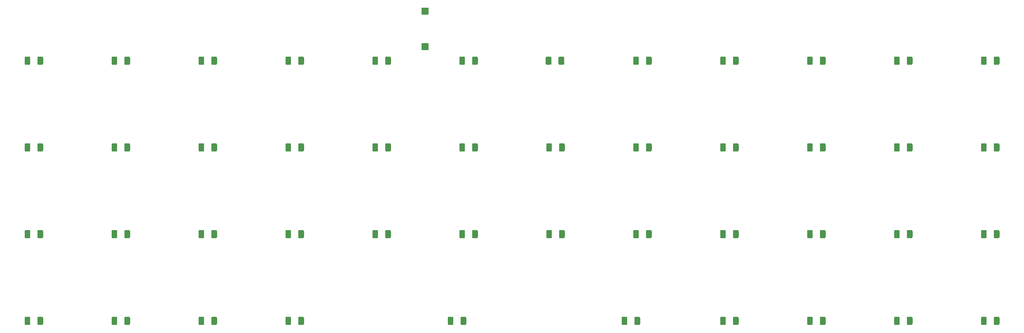
<source format=gbr>
G04 #@! TF.GenerationSoftware,KiCad,Pcbnew,(5.0.1-3-g963ef8bb5)*
G04 #@! TF.CreationDate,2019-04-11T19:17:33+08:00*
G04 #@! TF.ProjectId,keyboard_arduino,6B6579626F6172645F61726475696E6F,a*
G04 #@! TF.SameCoordinates,Original*
G04 #@! TF.FileFunction,Paste,Bot*
G04 #@! TF.FilePolarity,Positive*
%FSLAX46Y46*%
G04 Gerber Fmt 4.6, Leading zero omitted, Abs format (unit mm)*
G04 Created by KiCad (PCBNEW (5.0.1-3-g963ef8bb5)) date 2019年04月11日 星期四 07:17:33*
%MOMM*%
%LPD*%
G01*
G04 APERTURE LIST*
%ADD10C,0.100000*%
%ADD11C,1.250000*%
%ADD12R,1.500000X1.500000*%
G04 APERTURE END LIST*
D10*
G04 #@! TO.C,D11*
G36*
X45354504Y-48021204D02*
X45378773Y-48024804D01*
X45402571Y-48030765D01*
X45425671Y-48039030D01*
X45447849Y-48049520D01*
X45468893Y-48062133D01*
X45488598Y-48076747D01*
X45506777Y-48093223D01*
X45523253Y-48111402D01*
X45537867Y-48131107D01*
X45550480Y-48152151D01*
X45560970Y-48174329D01*
X45569235Y-48197429D01*
X45575196Y-48221227D01*
X45578796Y-48245496D01*
X45580000Y-48270000D01*
X45580000Y-49520000D01*
X45578796Y-49544504D01*
X45575196Y-49568773D01*
X45569235Y-49592571D01*
X45560970Y-49615671D01*
X45550480Y-49637849D01*
X45537867Y-49658893D01*
X45523253Y-49678598D01*
X45506777Y-49696777D01*
X45488598Y-49713253D01*
X45468893Y-49727867D01*
X45447849Y-49740480D01*
X45425671Y-49750970D01*
X45402571Y-49759235D01*
X45378773Y-49765196D01*
X45354504Y-49768796D01*
X45330000Y-49770000D01*
X44580000Y-49770000D01*
X44555496Y-49768796D01*
X44531227Y-49765196D01*
X44507429Y-49759235D01*
X44484329Y-49750970D01*
X44462151Y-49740480D01*
X44441107Y-49727867D01*
X44421402Y-49713253D01*
X44403223Y-49696777D01*
X44386747Y-49678598D01*
X44372133Y-49658893D01*
X44359520Y-49637849D01*
X44349030Y-49615671D01*
X44340765Y-49592571D01*
X44334804Y-49568773D01*
X44331204Y-49544504D01*
X44330000Y-49520000D01*
X44330000Y-48270000D01*
X44331204Y-48245496D01*
X44334804Y-48221227D01*
X44340765Y-48197429D01*
X44349030Y-48174329D01*
X44359520Y-48152151D01*
X44372133Y-48131107D01*
X44386747Y-48111402D01*
X44403223Y-48093223D01*
X44421402Y-48076747D01*
X44441107Y-48062133D01*
X44462151Y-48049520D01*
X44484329Y-48039030D01*
X44507429Y-48030765D01*
X44531227Y-48024804D01*
X44555496Y-48021204D01*
X44580000Y-48020000D01*
X45330000Y-48020000D01*
X45354504Y-48021204D01*
X45354504Y-48021204D01*
G37*
D11*
X44955000Y-48895000D03*
D10*
G36*
X48154504Y-48021204D02*
X48178773Y-48024804D01*
X48202571Y-48030765D01*
X48225671Y-48039030D01*
X48247849Y-48049520D01*
X48268893Y-48062133D01*
X48288598Y-48076747D01*
X48306777Y-48093223D01*
X48323253Y-48111402D01*
X48337867Y-48131107D01*
X48350480Y-48152151D01*
X48360970Y-48174329D01*
X48369235Y-48197429D01*
X48375196Y-48221227D01*
X48378796Y-48245496D01*
X48380000Y-48270000D01*
X48380000Y-49520000D01*
X48378796Y-49544504D01*
X48375196Y-49568773D01*
X48369235Y-49592571D01*
X48360970Y-49615671D01*
X48350480Y-49637849D01*
X48337867Y-49658893D01*
X48323253Y-49678598D01*
X48306777Y-49696777D01*
X48288598Y-49713253D01*
X48268893Y-49727867D01*
X48247849Y-49740480D01*
X48225671Y-49750970D01*
X48202571Y-49759235D01*
X48178773Y-49765196D01*
X48154504Y-49768796D01*
X48130000Y-49770000D01*
X47380000Y-49770000D01*
X47355496Y-49768796D01*
X47331227Y-49765196D01*
X47307429Y-49759235D01*
X47284329Y-49750970D01*
X47262151Y-49740480D01*
X47241107Y-49727867D01*
X47221402Y-49713253D01*
X47203223Y-49696777D01*
X47186747Y-49678598D01*
X47172133Y-49658893D01*
X47159520Y-49637849D01*
X47149030Y-49615671D01*
X47140765Y-49592571D01*
X47134804Y-49568773D01*
X47131204Y-49544504D01*
X47130000Y-49520000D01*
X47130000Y-48270000D01*
X47131204Y-48245496D01*
X47134804Y-48221227D01*
X47140765Y-48197429D01*
X47149030Y-48174329D01*
X47159520Y-48152151D01*
X47172133Y-48131107D01*
X47186747Y-48111402D01*
X47203223Y-48093223D01*
X47221402Y-48076747D01*
X47241107Y-48062133D01*
X47262151Y-48049520D01*
X47284329Y-48039030D01*
X47307429Y-48030765D01*
X47331227Y-48024804D01*
X47355496Y-48021204D01*
X47380000Y-48020000D01*
X48130000Y-48020000D01*
X48154504Y-48021204D01*
X48154504Y-48021204D01*
G37*
D11*
X47755000Y-48895000D03*
G04 #@! TD*
D10*
G04 #@! TO.C,D12*
G36*
X64404504Y-48021204D02*
X64428773Y-48024804D01*
X64452571Y-48030765D01*
X64475671Y-48039030D01*
X64497849Y-48049520D01*
X64518893Y-48062133D01*
X64538598Y-48076747D01*
X64556777Y-48093223D01*
X64573253Y-48111402D01*
X64587867Y-48131107D01*
X64600480Y-48152151D01*
X64610970Y-48174329D01*
X64619235Y-48197429D01*
X64625196Y-48221227D01*
X64628796Y-48245496D01*
X64630000Y-48270000D01*
X64630000Y-49520000D01*
X64628796Y-49544504D01*
X64625196Y-49568773D01*
X64619235Y-49592571D01*
X64610970Y-49615671D01*
X64600480Y-49637849D01*
X64587867Y-49658893D01*
X64573253Y-49678598D01*
X64556777Y-49696777D01*
X64538598Y-49713253D01*
X64518893Y-49727867D01*
X64497849Y-49740480D01*
X64475671Y-49750970D01*
X64452571Y-49759235D01*
X64428773Y-49765196D01*
X64404504Y-49768796D01*
X64380000Y-49770000D01*
X63630000Y-49770000D01*
X63605496Y-49768796D01*
X63581227Y-49765196D01*
X63557429Y-49759235D01*
X63534329Y-49750970D01*
X63512151Y-49740480D01*
X63491107Y-49727867D01*
X63471402Y-49713253D01*
X63453223Y-49696777D01*
X63436747Y-49678598D01*
X63422133Y-49658893D01*
X63409520Y-49637849D01*
X63399030Y-49615671D01*
X63390765Y-49592571D01*
X63384804Y-49568773D01*
X63381204Y-49544504D01*
X63380000Y-49520000D01*
X63380000Y-48270000D01*
X63381204Y-48245496D01*
X63384804Y-48221227D01*
X63390765Y-48197429D01*
X63399030Y-48174329D01*
X63409520Y-48152151D01*
X63422133Y-48131107D01*
X63436747Y-48111402D01*
X63453223Y-48093223D01*
X63471402Y-48076747D01*
X63491107Y-48062133D01*
X63512151Y-48049520D01*
X63534329Y-48039030D01*
X63557429Y-48030765D01*
X63581227Y-48024804D01*
X63605496Y-48021204D01*
X63630000Y-48020000D01*
X64380000Y-48020000D01*
X64404504Y-48021204D01*
X64404504Y-48021204D01*
G37*
D11*
X64005000Y-48895000D03*
D10*
G36*
X67204504Y-48021204D02*
X67228773Y-48024804D01*
X67252571Y-48030765D01*
X67275671Y-48039030D01*
X67297849Y-48049520D01*
X67318893Y-48062133D01*
X67338598Y-48076747D01*
X67356777Y-48093223D01*
X67373253Y-48111402D01*
X67387867Y-48131107D01*
X67400480Y-48152151D01*
X67410970Y-48174329D01*
X67419235Y-48197429D01*
X67425196Y-48221227D01*
X67428796Y-48245496D01*
X67430000Y-48270000D01*
X67430000Y-49520000D01*
X67428796Y-49544504D01*
X67425196Y-49568773D01*
X67419235Y-49592571D01*
X67410970Y-49615671D01*
X67400480Y-49637849D01*
X67387867Y-49658893D01*
X67373253Y-49678598D01*
X67356777Y-49696777D01*
X67338598Y-49713253D01*
X67318893Y-49727867D01*
X67297849Y-49740480D01*
X67275671Y-49750970D01*
X67252571Y-49759235D01*
X67228773Y-49765196D01*
X67204504Y-49768796D01*
X67180000Y-49770000D01*
X66430000Y-49770000D01*
X66405496Y-49768796D01*
X66381227Y-49765196D01*
X66357429Y-49759235D01*
X66334329Y-49750970D01*
X66312151Y-49740480D01*
X66291107Y-49727867D01*
X66271402Y-49713253D01*
X66253223Y-49696777D01*
X66236747Y-49678598D01*
X66222133Y-49658893D01*
X66209520Y-49637849D01*
X66199030Y-49615671D01*
X66190765Y-49592571D01*
X66184804Y-49568773D01*
X66181204Y-49544504D01*
X66180000Y-49520000D01*
X66180000Y-48270000D01*
X66181204Y-48245496D01*
X66184804Y-48221227D01*
X66190765Y-48197429D01*
X66199030Y-48174329D01*
X66209520Y-48152151D01*
X66222133Y-48131107D01*
X66236747Y-48111402D01*
X66253223Y-48093223D01*
X66271402Y-48076747D01*
X66291107Y-48062133D01*
X66312151Y-48049520D01*
X66334329Y-48039030D01*
X66357429Y-48030765D01*
X66381227Y-48024804D01*
X66405496Y-48021204D01*
X66430000Y-48020000D01*
X67180000Y-48020000D01*
X67204504Y-48021204D01*
X67204504Y-48021204D01*
G37*
D11*
X66805000Y-48895000D03*
G04 #@! TD*
D10*
G04 #@! TO.C,D13*
G36*
X83454504Y-48021204D02*
X83478773Y-48024804D01*
X83502571Y-48030765D01*
X83525671Y-48039030D01*
X83547849Y-48049520D01*
X83568893Y-48062133D01*
X83588598Y-48076747D01*
X83606777Y-48093223D01*
X83623253Y-48111402D01*
X83637867Y-48131107D01*
X83650480Y-48152151D01*
X83660970Y-48174329D01*
X83669235Y-48197429D01*
X83675196Y-48221227D01*
X83678796Y-48245496D01*
X83680000Y-48270000D01*
X83680000Y-49520000D01*
X83678796Y-49544504D01*
X83675196Y-49568773D01*
X83669235Y-49592571D01*
X83660970Y-49615671D01*
X83650480Y-49637849D01*
X83637867Y-49658893D01*
X83623253Y-49678598D01*
X83606777Y-49696777D01*
X83588598Y-49713253D01*
X83568893Y-49727867D01*
X83547849Y-49740480D01*
X83525671Y-49750970D01*
X83502571Y-49759235D01*
X83478773Y-49765196D01*
X83454504Y-49768796D01*
X83430000Y-49770000D01*
X82680000Y-49770000D01*
X82655496Y-49768796D01*
X82631227Y-49765196D01*
X82607429Y-49759235D01*
X82584329Y-49750970D01*
X82562151Y-49740480D01*
X82541107Y-49727867D01*
X82521402Y-49713253D01*
X82503223Y-49696777D01*
X82486747Y-49678598D01*
X82472133Y-49658893D01*
X82459520Y-49637849D01*
X82449030Y-49615671D01*
X82440765Y-49592571D01*
X82434804Y-49568773D01*
X82431204Y-49544504D01*
X82430000Y-49520000D01*
X82430000Y-48270000D01*
X82431204Y-48245496D01*
X82434804Y-48221227D01*
X82440765Y-48197429D01*
X82449030Y-48174329D01*
X82459520Y-48152151D01*
X82472133Y-48131107D01*
X82486747Y-48111402D01*
X82503223Y-48093223D01*
X82521402Y-48076747D01*
X82541107Y-48062133D01*
X82562151Y-48049520D01*
X82584329Y-48039030D01*
X82607429Y-48030765D01*
X82631227Y-48024804D01*
X82655496Y-48021204D01*
X82680000Y-48020000D01*
X83430000Y-48020000D01*
X83454504Y-48021204D01*
X83454504Y-48021204D01*
G37*
D11*
X83055000Y-48895000D03*
D10*
G36*
X86254504Y-48021204D02*
X86278773Y-48024804D01*
X86302571Y-48030765D01*
X86325671Y-48039030D01*
X86347849Y-48049520D01*
X86368893Y-48062133D01*
X86388598Y-48076747D01*
X86406777Y-48093223D01*
X86423253Y-48111402D01*
X86437867Y-48131107D01*
X86450480Y-48152151D01*
X86460970Y-48174329D01*
X86469235Y-48197429D01*
X86475196Y-48221227D01*
X86478796Y-48245496D01*
X86480000Y-48270000D01*
X86480000Y-49520000D01*
X86478796Y-49544504D01*
X86475196Y-49568773D01*
X86469235Y-49592571D01*
X86460970Y-49615671D01*
X86450480Y-49637849D01*
X86437867Y-49658893D01*
X86423253Y-49678598D01*
X86406777Y-49696777D01*
X86388598Y-49713253D01*
X86368893Y-49727867D01*
X86347849Y-49740480D01*
X86325671Y-49750970D01*
X86302571Y-49759235D01*
X86278773Y-49765196D01*
X86254504Y-49768796D01*
X86230000Y-49770000D01*
X85480000Y-49770000D01*
X85455496Y-49768796D01*
X85431227Y-49765196D01*
X85407429Y-49759235D01*
X85384329Y-49750970D01*
X85362151Y-49740480D01*
X85341107Y-49727867D01*
X85321402Y-49713253D01*
X85303223Y-49696777D01*
X85286747Y-49678598D01*
X85272133Y-49658893D01*
X85259520Y-49637849D01*
X85249030Y-49615671D01*
X85240765Y-49592571D01*
X85234804Y-49568773D01*
X85231204Y-49544504D01*
X85230000Y-49520000D01*
X85230000Y-48270000D01*
X85231204Y-48245496D01*
X85234804Y-48221227D01*
X85240765Y-48197429D01*
X85249030Y-48174329D01*
X85259520Y-48152151D01*
X85272133Y-48131107D01*
X85286747Y-48111402D01*
X85303223Y-48093223D01*
X85321402Y-48076747D01*
X85341107Y-48062133D01*
X85362151Y-48049520D01*
X85384329Y-48039030D01*
X85407429Y-48030765D01*
X85431227Y-48024804D01*
X85455496Y-48021204D01*
X85480000Y-48020000D01*
X86230000Y-48020000D01*
X86254504Y-48021204D01*
X86254504Y-48021204D01*
G37*
D11*
X85855000Y-48895000D03*
G04 #@! TD*
D10*
G04 #@! TO.C,D14*
G36*
X102504504Y-48021204D02*
X102528773Y-48024804D01*
X102552571Y-48030765D01*
X102575671Y-48039030D01*
X102597849Y-48049520D01*
X102618893Y-48062133D01*
X102638598Y-48076747D01*
X102656777Y-48093223D01*
X102673253Y-48111402D01*
X102687867Y-48131107D01*
X102700480Y-48152151D01*
X102710970Y-48174329D01*
X102719235Y-48197429D01*
X102725196Y-48221227D01*
X102728796Y-48245496D01*
X102730000Y-48270000D01*
X102730000Y-49520000D01*
X102728796Y-49544504D01*
X102725196Y-49568773D01*
X102719235Y-49592571D01*
X102710970Y-49615671D01*
X102700480Y-49637849D01*
X102687867Y-49658893D01*
X102673253Y-49678598D01*
X102656777Y-49696777D01*
X102638598Y-49713253D01*
X102618893Y-49727867D01*
X102597849Y-49740480D01*
X102575671Y-49750970D01*
X102552571Y-49759235D01*
X102528773Y-49765196D01*
X102504504Y-49768796D01*
X102480000Y-49770000D01*
X101730000Y-49770000D01*
X101705496Y-49768796D01*
X101681227Y-49765196D01*
X101657429Y-49759235D01*
X101634329Y-49750970D01*
X101612151Y-49740480D01*
X101591107Y-49727867D01*
X101571402Y-49713253D01*
X101553223Y-49696777D01*
X101536747Y-49678598D01*
X101522133Y-49658893D01*
X101509520Y-49637849D01*
X101499030Y-49615671D01*
X101490765Y-49592571D01*
X101484804Y-49568773D01*
X101481204Y-49544504D01*
X101480000Y-49520000D01*
X101480000Y-48270000D01*
X101481204Y-48245496D01*
X101484804Y-48221227D01*
X101490765Y-48197429D01*
X101499030Y-48174329D01*
X101509520Y-48152151D01*
X101522133Y-48131107D01*
X101536747Y-48111402D01*
X101553223Y-48093223D01*
X101571402Y-48076747D01*
X101591107Y-48062133D01*
X101612151Y-48049520D01*
X101634329Y-48039030D01*
X101657429Y-48030765D01*
X101681227Y-48024804D01*
X101705496Y-48021204D01*
X101730000Y-48020000D01*
X102480000Y-48020000D01*
X102504504Y-48021204D01*
X102504504Y-48021204D01*
G37*
D11*
X102105000Y-48895000D03*
D10*
G36*
X105304504Y-48021204D02*
X105328773Y-48024804D01*
X105352571Y-48030765D01*
X105375671Y-48039030D01*
X105397849Y-48049520D01*
X105418893Y-48062133D01*
X105438598Y-48076747D01*
X105456777Y-48093223D01*
X105473253Y-48111402D01*
X105487867Y-48131107D01*
X105500480Y-48152151D01*
X105510970Y-48174329D01*
X105519235Y-48197429D01*
X105525196Y-48221227D01*
X105528796Y-48245496D01*
X105530000Y-48270000D01*
X105530000Y-49520000D01*
X105528796Y-49544504D01*
X105525196Y-49568773D01*
X105519235Y-49592571D01*
X105510970Y-49615671D01*
X105500480Y-49637849D01*
X105487867Y-49658893D01*
X105473253Y-49678598D01*
X105456777Y-49696777D01*
X105438598Y-49713253D01*
X105418893Y-49727867D01*
X105397849Y-49740480D01*
X105375671Y-49750970D01*
X105352571Y-49759235D01*
X105328773Y-49765196D01*
X105304504Y-49768796D01*
X105280000Y-49770000D01*
X104530000Y-49770000D01*
X104505496Y-49768796D01*
X104481227Y-49765196D01*
X104457429Y-49759235D01*
X104434329Y-49750970D01*
X104412151Y-49740480D01*
X104391107Y-49727867D01*
X104371402Y-49713253D01*
X104353223Y-49696777D01*
X104336747Y-49678598D01*
X104322133Y-49658893D01*
X104309520Y-49637849D01*
X104299030Y-49615671D01*
X104290765Y-49592571D01*
X104284804Y-49568773D01*
X104281204Y-49544504D01*
X104280000Y-49520000D01*
X104280000Y-48270000D01*
X104281204Y-48245496D01*
X104284804Y-48221227D01*
X104290765Y-48197429D01*
X104299030Y-48174329D01*
X104309520Y-48152151D01*
X104322133Y-48131107D01*
X104336747Y-48111402D01*
X104353223Y-48093223D01*
X104371402Y-48076747D01*
X104391107Y-48062133D01*
X104412151Y-48049520D01*
X104434329Y-48039030D01*
X104457429Y-48030765D01*
X104481227Y-48024804D01*
X104505496Y-48021204D01*
X104530000Y-48020000D01*
X105280000Y-48020000D01*
X105304504Y-48021204D01*
X105304504Y-48021204D01*
G37*
D11*
X104905000Y-48895000D03*
G04 #@! TD*
D10*
G04 #@! TO.C,D15*
G36*
X121554504Y-48021204D02*
X121578773Y-48024804D01*
X121602571Y-48030765D01*
X121625671Y-48039030D01*
X121647849Y-48049520D01*
X121668893Y-48062133D01*
X121688598Y-48076747D01*
X121706777Y-48093223D01*
X121723253Y-48111402D01*
X121737867Y-48131107D01*
X121750480Y-48152151D01*
X121760970Y-48174329D01*
X121769235Y-48197429D01*
X121775196Y-48221227D01*
X121778796Y-48245496D01*
X121780000Y-48270000D01*
X121780000Y-49520000D01*
X121778796Y-49544504D01*
X121775196Y-49568773D01*
X121769235Y-49592571D01*
X121760970Y-49615671D01*
X121750480Y-49637849D01*
X121737867Y-49658893D01*
X121723253Y-49678598D01*
X121706777Y-49696777D01*
X121688598Y-49713253D01*
X121668893Y-49727867D01*
X121647849Y-49740480D01*
X121625671Y-49750970D01*
X121602571Y-49759235D01*
X121578773Y-49765196D01*
X121554504Y-49768796D01*
X121530000Y-49770000D01*
X120780000Y-49770000D01*
X120755496Y-49768796D01*
X120731227Y-49765196D01*
X120707429Y-49759235D01*
X120684329Y-49750970D01*
X120662151Y-49740480D01*
X120641107Y-49727867D01*
X120621402Y-49713253D01*
X120603223Y-49696777D01*
X120586747Y-49678598D01*
X120572133Y-49658893D01*
X120559520Y-49637849D01*
X120549030Y-49615671D01*
X120540765Y-49592571D01*
X120534804Y-49568773D01*
X120531204Y-49544504D01*
X120530000Y-49520000D01*
X120530000Y-48270000D01*
X120531204Y-48245496D01*
X120534804Y-48221227D01*
X120540765Y-48197429D01*
X120549030Y-48174329D01*
X120559520Y-48152151D01*
X120572133Y-48131107D01*
X120586747Y-48111402D01*
X120603223Y-48093223D01*
X120621402Y-48076747D01*
X120641107Y-48062133D01*
X120662151Y-48049520D01*
X120684329Y-48039030D01*
X120707429Y-48030765D01*
X120731227Y-48024804D01*
X120755496Y-48021204D01*
X120780000Y-48020000D01*
X121530000Y-48020000D01*
X121554504Y-48021204D01*
X121554504Y-48021204D01*
G37*
D11*
X121155000Y-48895000D03*
D10*
G36*
X124354504Y-48021204D02*
X124378773Y-48024804D01*
X124402571Y-48030765D01*
X124425671Y-48039030D01*
X124447849Y-48049520D01*
X124468893Y-48062133D01*
X124488598Y-48076747D01*
X124506777Y-48093223D01*
X124523253Y-48111402D01*
X124537867Y-48131107D01*
X124550480Y-48152151D01*
X124560970Y-48174329D01*
X124569235Y-48197429D01*
X124575196Y-48221227D01*
X124578796Y-48245496D01*
X124580000Y-48270000D01*
X124580000Y-49520000D01*
X124578796Y-49544504D01*
X124575196Y-49568773D01*
X124569235Y-49592571D01*
X124560970Y-49615671D01*
X124550480Y-49637849D01*
X124537867Y-49658893D01*
X124523253Y-49678598D01*
X124506777Y-49696777D01*
X124488598Y-49713253D01*
X124468893Y-49727867D01*
X124447849Y-49740480D01*
X124425671Y-49750970D01*
X124402571Y-49759235D01*
X124378773Y-49765196D01*
X124354504Y-49768796D01*
X124330000Y-49770000D01*
X123580000Y-49770000D01*
X123555496Y-49768796D01*
X123531227Y-49765196D01*
X123507429Y-49759235D01*
X123484329Y-49750970D01*
X123462151Y-49740480D01*
X123441107Y-49727867D01*
X123421402Y-49713253D01*
X123403223Y-49696777D01*
X123386747Y-49678598D01*
X123372133Y-49658893D01*
X123359520Y-49637849D01*
X123349030Y-49615671D01*
X123340765Y-49592571D01*
X123334804Y-49568773D01*
X123331204Y-49544504D01*
X123330000Y-49520000D01*
X123330000Y-48270000D01*
X123331204Y-48245496D01*
X123334804Y-48221227D01*
X123340765Y-48197429D01*
X123349030Y-48174329D01*
X123359520Y-48152151D01*
X123372133Y-48131107D01*
X123386747Y-48111402D01*
X123403223Y-48093223D01*
X123421402Y-48076747D01*
X123441107Y-48062133D01*
X123462151Y-48049520D01*
X123484329Y-48039030D01*
X123507429Y-48030765D01*
X123531227Y-48024804D01*
X123555496Y-48021204D01*
X123580000Y-48020000D01*
X124330000Y-48020000D01*
X124354504Y-48021204D01*
X124354504Y-48021204D01*
G37*
D11*
X123955000Y-48895000D03*
G04 #@! TD*
D10*
G04 #@! TO.C,D16*
G36*
X140604504Y-48021204D02*
X140628773Y-48024804D01*
X140652571Y-48030765D01*
X140675671Y-48039030D01*
X140697849Y-48049520D01*
X140718893Y-48062133D01*
X140738598Y-48076747D01*
X140756777Y-48093223D01*
X140773253Y-48111402D01*
X140787867Y-48131107D01*
X140800480Y-48152151D01*
X140810970Y-48174329D01*
X140819235Y-48197429D01*
X140825196Y-48221227D01*
X140828796Y-48245496D01*
X140830000Y-48270000D01*
X140830000Y-49520000D01*
X140828796Y-49544504D01*
X140825196Y-49568773D01*
X140819235Y-49592571D01*
X140810970Y-49615671D01*
X140800480Y-49637849D01*
X140787867Y-49658893D01*
X140773253Y-49678598D01*
X140756777Y-49696777D01*
X140738598Y-49713253D01*
X140718893Y-49727867D01*
X140697849Y-49740480D01*
X140675671Y-49750970D01*
X140652571Y-49759235D01*
X140628773Y-49765196D01*
X140604504Y-49768796D01*
X140580000Y-49770000D01*
X139830000Y-49770000D01*
X139805496Y-49768796D01*
X139781227Y-49765196D01*
X139757429Y-49759235D01*
X139734329Y-49750970D01*
X139712151Y-49740480D01*
X139691107Y-49727867D01*
X139671402Y-49713253D01*
X139653223Y-49696777D01*
X139636747Y-49678598D01*
X139622133Y-49658893D01*
X139609520Y-49637849D01*
X139599030Y-49615671D01*
X139590765Y-49592571D01*
X139584804Y-49568773D01*
X139581204Y-49544504D01*
X139580000Y-49520000D01*
X139580000Y-48270000D01*
X139581204Y-48245496D01*
X139584804Y-48221227D01*
X139590765Y-48197429D01*
X139599030Y-48174329D01*
X139609520Y-48152151D01*
X139622133Y-48131107D01*
X139636747Y-48111402D01*
X139653223Y-48093223D01*
X139671402Y-48076747D01*
X139691107Y-48062133D01*
X139712151Y-48049520D01*
X139734329Y-48039030D01*
X139757429Y-48030765D01*
X139781227Y-48024804D01*
X139805496Y-48021204D01*
X139830000Y-48020000D01*
X140580000Y-48020000D01*
X140604504Y-48021204D01*
X140604504Y-48021204D01*
G37*
D11*
X140205000Y-48895000D03*
D10*
G36*
X143404504Y-48021204D02*
X143428773Y-48024804D01*
X143452571Y-48030765D01*
X143475671Y-48039030D01*
X143497849Y-48049520D01*
X143518893Y-48062133D01*
X143538598Y-48076747D01*
X143556777Y-48093223D01*
X143573253Y-48111402D01*
X143587867Y-48131107D01*
X143600480Y-48152151D01*
X143610970Y-48174329D01*
X143619235Y-48197429D01*
X143625196Y-48221227D01*
X143628796Y-48245496D01*
X143630000Y-48270000D01*
X143630000Y-49520000D01*
X143628796Y-49544504D01*
X143625196Y-49568773D01*
X143619235Y-49592571D01*
X143610970Y-49615671D01*
X143600480Y-49637849D01*
X143587867Y-49658893D01*
X143573253Y-49678598D01*
X143556777Y-49696777D01*
X143538598Y-49713253D01*
X143518893Y-49727867D01*
X143497849Y-49740480D01*
X143475671Y-49750970D01*
X143452571Y-49759235D01*
X143428773Y-49765196D01*
X143404504Y-49768796D01*
X143380000Y-49770000D01*
X142630000Y-49770000D01*
X142605496Y-49768796D01*
X142581227Y-49765196D01*
X142557429Y-49759235D01*
X142534329Y-49750970D01*
X142512151Y-49740480D01*
X142491107Y-49727867D01*
X142471402Y-49713253D01*
X142453223Y-49696777D01*
X142436747Y-49678598D01*
X142422133Y-49658893D01*
X142409520Y-49637849D01*
X142399030Y-49615671D01*
X142390765Y-49592571D01*
X142384804Y-49568773D01*
X142381204Y-49544504D01*
X142380000Y-49520000D01*
X142380000Y-48270000D01*
X142381204Y-48245496D01*
X142384804Y-48221227D01*
X142390765Y-48197429D01*
X142399030Y-48174329D01*
X142409520Y-48152151D01*
X142422133Y-48131107D01*
X142436747Y-48111402D01*
X142453223Y-48093223D01*
X142471402Y-48076747D01*
X142491107Y-48062133D01*
X142512151Y-48049520D01*
X142534329Y-48039030D01*
X142557429Y-48030765D01*
X142581227Y-48024804D01*
X142605496Y-48021204D01*
X142630000Y-48020000D01*
X143380000Y-48020000D01*
X143404504Y-48021204D01*
X143404504Y-48021204D01*
G37*
D11*
X143005000Y-48895000D03*
G04 #@! TD*
D10*
G04 #@! TO.C,D17*
G36*
X159524504Y-48021204D02*
X159548773Y-48024804D01*
X159572571Y-48030765D01*
X159595671Y-48039030D01*
X159617849Y-48049520D01*
X159638893Y-48062133D01*
X159658598Y-48076747D01*
X159676777Y-48093223D01*
X159693253Y-48111402D01*
X159707867Y-48131107D01*
X159720480Y-48152151D01*
X159730970Y-48174329D01*
X159739235Y-48197429D01*
X159745196Y-48221227D01*
X159748796Y-48245496D01*
X159750000Y-48270000D01*
X159750000Y-49520000D01*
X159748796Y-49544504D01*
X159745196Y-49568773D01*
X159739235Y-49592571D01*
X159730970Y-49615671D01*
X159720480Y-49637849D01*
X159707867Y-49658893D01*
X159693253Y-49678598D01*
X159676777Y-49696777D01*
X159658598Y-49713253D01*
X159638893Y-49727867D01*
X159617849Y-49740480D01*
X159595671Y-49750970D01*
X159572571Y-49759235D01*
X159548773Y-49765196D01*
X159524504Y-49768796D01*
X159500000Y-49770000D01*
X158750000Y-49770000D01*
X158725496Y-49768796D01*
X158701227Y-49765196D01*
X158677429Y-49759235D01*
X158654329Y-49750970D01*
X158632151Y-49740480D01*
X158611107Y-49727867D01*
X158591402Y-49713253D01*
X158573223Y-49696777D01*
X158556747Y-49678598D01*
X158542133Y-49658893D01*
X158529520Y-49637849D01*
X158519030Y-49615671D01*
X158510765Y-49592571D01*
X158504804Y-49568773D01*
X158501204Y-49544504D01*
X158500000Y-49520000D01*
X158500000Y-48270000D01*
X158501204Y-48245496D01*
X158504804Y-48221227D01*
X158510765Y-48197429D01*
X158519030Y-48174329D01*
X158529520Y-48152151D01*
X158542133Y-48131107D01*
X158556747Y-48111402D01*
X158573223Y-48093223D01*
X158591402Y-48076747D01*
X158611107Y-48062133D01*
X158632151Y-48049520D01*
X158654329Y-48039030D01*
X158677429Y-48030765D01*
X158701227Y-48024804D01*
X158725496Y-48021204D01*
X158750000Y-48020000D01*
X159500000Y-48020000D01*
X159524504Y-48021204D01*
X159524504Y-48021204D01*
G37*
D11*
X159125000Y-48895000D03*
D10*
G36*
X162324504Y-48021204D02*
X162348773Y-48024804D01*
X162372571Y-48030765D01*
X162395671Y-48039030D01*
X162417849Y-48049520D01*
X162438893Y-48062133D01*
X162458598Y-48076747D01*
X162476777Y-48093223D01*
X162493253Y-48111402D01*
X162507867Y-48131107D01*
X162520480Y-48152151D01*
X162530970Y-48174329D01*
X162539235Y-48197429D01*
X162545196Y-48221227D01*
X162548796Y-48245496D01*
X162550000Y-48270000D01*
X162550000Y-49520000D01*
X162548796Y-49544504D01*
X162545196Y-49568773D01*
X162539235Y-49592571D01*
X162530970Y-49615671D01*
X162520480Y-49637849D01*
X162507867Y-49658893D01*
X162493253Y-49678598D01*
X162476777Y-49696777D01*
X162458598Y-49713253D01*
X162438893Y-49727867D01*
X162417849Y-49740480D01*
X162395671Y-49750970D01*
X162372571Y-49759235D01*
X162348773Y-49765196D01*
X162324504Y-49768796D01*
X162300000Y-49770000D01*
X161550000Y-49770000D01*
X161525496Y-49768796D01*
X161501227Y-49765196D01*
X161477429Y-49759235D01*
X161454329Y-49750970D01*
X161432151Y-49740480D01*
X161411107Y-49727867D01*
X161391402Y-49713253D01*
X161373223Y-49696777D01*
X161356747Y-49678598D01*
X161342133Y-49658893D01*
X161329520Y-49637849D01*
X161319030Y-49615671D01*
X161310765Y-49592571D01*
X161304804Y-49568773D01*
X161301204Y-49544504D01*
X161300000Y-49520000D01*
X161300000Y-48270000D01*
X161301204Y-48245496D01*
X161304804Y-48221227D01*
X161310765Y-48197429D01*
X161319030Y-48174329D01*
X161329520Y-48152151D01*
X161342133Y-48131107D01*
X161356747Y-48111402D01*
X161373223Y-48093223D01*
X161391402Y-48076747D01*
X161411107Y-48062133D01*
X161432151Y-48049520D01*
X161454329Y-48039030D01*
X161477429Y-48030765D01*
X161501227Y-48024804D01*
X161525496Y-48021204D01*
X161550000Y-48020000D01*
X162300000Y-48020000D01*
X162324504Y-48021204D01*
X162324504Y-48021204D01*
G37*
D11*
X161925000Y-48895000D03*
G04 #@! TD*
D10*
G04 #@! TO.C,D18*
G36*
X178704504Y-48021204D02*
X178728773Y-48024804D01*
X178752571Y-48030765D01*
X178775671Y-48039030D01*
X178797849Y-48049520D01*
X178818893Y-48062133D01*
X178838598Y-48076747D01*
X178856777Y-48093223D01*
X178873253Y-48111402D01*
X178887867Y-48131107D01*
X178900480Y-48152151D01*
X178910970Y-48174329D01*
X178919235Y-48197429D01*
X178925196Y-48221227D01*
X178928796Y-48245496D01*
X178930000Y-48270000D01*
X178930000Y-49520000D01*
X178928796Y-49544504D01*
X178925196Y-49568773D01*
X178919235Y-49592571D01*
X178910970Y-49615671D01*
X178900480Y-49637849D01*
X178887867Y-49658893D01*
X178873253Y-49678598D01*
X178856777Y-49696777D01*
X178838598Y-49713253D01*
X178818893Y-49727867D01*
X178797849Y-49740480D01*
X178775671Y-49750970D01*
X178752571Y-49759235D01*
X178728773Y-49765196D01*
X178704504Y-49768796D01*
X178680000Y-49770000D01*
X177930000Y-49770000D01*
X177905496Y-49768796D01*
X177881227Y-49765196D01*
X177857429Y-49759235D01*
X177834329Y-49750970D01*
X177812151Y-49740480D01*
X177791107Y-49727867D01*
X177771402Y-49713253D01*
X177753223Y-49696777D01*
X177736747Y-49678598D01*
X177722133Y-49658893D01*
X177709520Y-49637849D01*
X177699030Y-49615671D01*
X177690765Y-49592571D01*
X177684804Y-49568773D01*
X177681204Y-49544504D01*
X177680000Y-49520000D01*
X177680000Y-48270000D01*
X177681204Y-48245496D01*
X177684804Y-48221227D01*
X177690765Y-48197429D01*
X177699030Y-48174329D01*
X177709520Y-48152151D01*
X177722133Y-48131107D01*
X177736747Y-48111402D01*
X177753223Y-48093223D01*
X177771402Y-48076747D01*
X177791107Y-48062133D01*
X177812151Y-48049520D01*
X177834329Y-48039030D01*
X177857429Y-48030765D01*
X177881227Y-48024804D01*
X177905496Y-48021204D01*
X177930000Y-48020000D01*
X178680000Y-48020000D01*
X178704504Y-48021204D01*
X178704504Y-48021204D01*
G37*
D11*
X178305000Y-48895000D03*
D10*
G36*
X181504504Y-48021204D02*
X181528773Y-48024804D01*
X181552571Y-48030765D01*
X181575671Y-48039030D01*
X181597849Y-48049520D01*
X181618893Y-48062133D01*
X181638598Y-48076747D01*
X181656777Y-48093223D01*
X181673253Y-48111402D01*
X181687867Y-48131107D01*
X181700480Y-48152151D01*
X181710970Y-48174329D01*
X181719235Y-48197429D01*
X181725196Y-48221227D01*
X181728796Y-48245496D01*
X181730000Y-48270000D01*
X181730000Y-49520000D01*
X181728796Y-49544504D01*
X181725196Y-49568773D01*
X181719235Y-49592571D01*
X181710970Y-49615671D01*
X181700480Y-49637849D01*
X181687867Y-49658893D01*
X181673253Y-49678598D01*
X181656777Y-49696777D01*
X181638598Y-49713253D01*
X181618893Y-49727867D01*
X181597849Y-49740480D01*
X181575671Y-49750970D01*
X181552571Y-49759235D01*
X181528773Y-49765196D01*
X181504504Y-49768796D01*
X181480000Y-49770000D01*
X180730000Y-49770000D01*
X180705496Y-49768796D01*
X180681227Y-49765196D01*
X180657429Y-49759235D01*
X180634329Y-49750970D01*
X180612151Y-49740480D01*
X180591107Y-49727867D01*
X180571402Y-49713253D01*
X180553223Y-49696777D01*
X180536747Y-49678598D01*
X180522133Y-49658893D01*
X180509520Y-49637849D01*
X180499030Y-49615671D01*
X180490765Y-49592571D01*
X180484804Y-49568773D01*
X180481204Y-49544504D01*
X180480000Y-49520000D01*
X180480000Y-48270000D01*
X180481204Y-48245496D01*
X180484804Y-48221227D01*
X180490765Y-48197429D01*
X180499030Y-48174329D01*
X180509520Y-48152151D01*
X180522133Y-48131107D01*
X180536747Y-48111402D01*
X180553223Y-48093223D01*
X180571402Y-48076747D01*
X180591107Y-48062133D01*
X180612151Y-48049520D01*
X180634329Y-48039030D01*
X180657429Y-48030765D01*
X180681227Y-48024804D01*
X180705496Y-48021204D01*
X180730000Y-48020000D01*
X181480000Y-48020000D01*
X181504504Y-48021204D01*
X181504504Y-48021204D01*
G37*
D11*
X181105000Y-48895000D03*
G04 #@! TD*
D10*
G04 #@! TO.C,D19*
G36*
X197754504Y-48021204D02*
X197778773Y-48024804D01*
X197802571Y-48030765D01*
X197825671Y-48039030D01*
X197847849Y-48049520D01*
X197868893Y-48062133D01*
X197888598Y-48076747D01*
X197906777Y-48093223D01*
X197923253Y-48111402D01*
X197937867Y-48131107D01*
X197950480Y-48152151D01*
X197960970Y-48174329D01*
X197969235Y-48197429D01*
X197975196Y-48221227D01*
X197978796Y-48245496D01*
X197980000Y-48270000D01*
X197980000Y-49520000D01*
X197978796Y-49544504D01*
X197975196Y-49568773D01*
X197969235Y-49592571D01*
X197960970Y-49615671D01*
X197950480Y-49637849D01*
X197937867Y-49658893D01*
X197923253Y-49678598D01*
X197906777Y-49696777D01*
X197888598Y-49713253D01*
X197868893Y-49727867D01*
X197847849Y-49740480D01*
X197825671Y-49750970D01*
X197802571Y-49759235D01*
X197778773Y-49765196D01*
X197754504Y-49768796D01*
X197730000Y-49770000D01*
X196980000Y-49770000D01*
X196955496Y-49768796D01*
X196931227Y-49765196D01*
X196907429Y-49759235D01*
X196884329Y-49750970D01*
X196862151Y-49740480D01*
X196841107Y-49727867D01*
X196821402Y-49713253D01*
X196803223Y-49696777D01*
X196786747Y-49678598D01*
X196772133Y-49658893D01*
X196759520Y-49637849D01*
X196749030Y-49615671D01*
X196740765Y-49592571D01*
X196734804Y-49568773D01*
X196731204Y-49544504D01*
X196730000Y-49520000D01*
X196730000Y-48270000D01*
X196731204Y-48245496D01*
X196734804Y-48221227D01*
X196740765Y-48197429D01*
X196749030Y-48174329D01*
X196759520Y-48152151D01*
X196772133Y-48131107D01*
X196786747Y-48111402D01*
X196803223Y-48093223D01*
X196821402Y-48076747D01*
X196841107Y-48062133D01*
X196862151Y-48049520D01*
X196884329Y-48039030D01*
X196907429Y-48030765D01*
X196931227Y-48024804D01*
X196955496Y-48021204D01*
X196980000Y-48020000D01*
X197730000Y-48020000D01*
X197754504Y-48021204D01*
X197754504Y-48021204D01*
G37*
D11*
X197355000Y-48895000D03*
D10*
G36*
X200554504Y-48021204D02*
X200578773Y-48024804D01*
X200602571Y-48030765D01*
X200625671Y-48039030D01*
X200647849Y-48049520D01*
X200668893Y-48062133D01*
X200688598Y-48076747D01*
X200706777Y-48093223D01*
X200723253Y-48111402D01*
X200737867Y-48131107D01*
X200750480Y-48152151D01*
X200760970Y-48174329D01*
X200769235Y-48197429D01*
X200775196Y-48221227D01*
X200778796Y-48245496D01*
X200780000Y-48270000D01*
X200780000Y-49520000D01*
X200778796Y-49544504D01*
X200775196Y-49568773D01*
X200769235Y-49592571D01*
X200760970Y-49615671D01*
X200750480Y-49637849D01*
X200737867Y-49658893D01*
X200723253Y-49678598D01*
X200706777Y-49696777D01*
X200688598Y-49713253D01*
X200668893Y-49727867D01*
X200647849Y-49740480D01*
X200625671Y-49750970D01*
X200602571Y-49759235D01*
X200578773Y-49765196D01*
X200554504Y-49768796D01*
X200530000Y-49770000D01*
X199780000Y-49770000D01*
X199755496Y-49768796D01*
X199731227Y-49765196D01*
X199707429Y-49759235D01*
X199684329Y-49750970D01*
X199662151Y-49740480D01*
X199641107Y-49727867D01*
X199621402Y-49713253D01*
X199603223Y-49696777D01*
X199586747Y-49678598D01*
X199572133Y-49658893D01*
X199559520Y-49637849D01*
X199549030Y-49615671D01*
X199540765Y-49592571D01*
X199534804Y-49568773D01*
X199531204Y-49544504D01*
X199530000Y-49520000D01*
X199530000Y-48270000D01*
X199531204Y-48245496D01*
X199534804Y-48221227D01*
X199540765Y-48197429D01*
X199549030Y-48174329D01*
X199559520Y-48152151D01*
X199572133Y-48131107D01*
X199586747Y-48111402D01*
X199603223Y-48093223D01*
X199621402Y-48076747D01*
X199641107Y-48062133D01*
X199662151Y-48049520D01*
X199684329Y-48039030D01*
X199707429Y-48030765D01*
X199731227Y-48024804D01*
X199755496Y-48021204D01*
X199780000Y-48020000D01*
X200530000Y-48020000D01*
X200554504Y-48021204D01*
X200554504Y-48021204D01*
G37*
D11*
X200155000Y-48895000D03*
G04 #@! TD*
D10*
G04 #@! TO.C,D21*
G36*
X45354504Y-67071204D02*
X45378773Y-67074804D01*
X45402571Y-67080765D01*
X45425671Y-67089030D01*
X45447849Y-67099520D01*
X45468893Y-67112133D01*
X45488598Y-67126747D01*
X45506777Y-67143223D01*
X45523253Y-67161402D01*
X45537867Y-67181107D01*
X45550480Y-67202151D01*
X45560970Y-67224329D01*
X45569235Y-67247429D01*
X45575196Y-67271227D01*
X45578796Y-67295496D01*
X45580000Y-67320000D01*
X45580000Y-68570000D01*
X45578796Y-68594504D01*
X45575196Y-68618773D01*
X45569235Y-68642571D01*
X45560970Y-68665671D01*
X45550480Y-68687849D01*
X45537867Y-68708893D01*
X45523253Y-68728598D01*
X45506777Y-68746777D01*
X45488598Y-68763253D01*
X45468893Y-68777867D01*
X45447849Y-68790480D01*
X45425671Y-68800970D01*
X45402571Y-68809235D01*
X45378773Y-68815196D01*
X45354504Y-68818796D01*
X45330000Y-68820000D01*
X44580000Y-68820000D01*
X44555496Y-68818796D01*
X44531227Y-68815196D01*
X44507429Y-68809235D01*
X44484329Y-68800970D01*
X44462151Y-68790480D01*
X44441107Y-68777867D01*
X44421402Y-68763253D01*
X44403223Y-68746777D01*
X44386747Y-68728598D01*
X44372133Y-68708893D01*
X44359520Y-68687849D01*
X44349030Y-68665671D01*
X44340765Y-68642571D01*
X44334804Y-68618773D01*
X44331204Y-68594504D01*
X44330000Y-68570000D01*
X44330000Y-67320000D01*
X44331204Y-67295496D01*
X44334804Y-67271227D01*
X44340765Y-67247429D01*
X44349030Y-67224329D01*
X44359520Y-67202151D01*
X44372133Y-67181107D01*
X44386747Y-67161402D01*
X44403223Y-67143223D01*
X44421402Y-67126747D01*
X44441107Y-67112133D01*
X44462151Y-67099520D01*
X44484329Y-67089030D01*
X44507429Y-67080765D01*
X44531227Y-67074804D01*
X44555496Y-67071204D01*
X44580000Y-67070000D01*
X45330000Y-67070000D01*
X45354504Y-67071204D01*
X45354504Y-67071204D01*
G37*
D11*
X44955000Y-67945000D03*
D10*
G36*
X48154504Y-67071204D02*
X48178773Y-67074804D01*
X48202571Y-67080765D01*
X48225671Y-67089030D01*
X48247849Y-67099520D01*
X48268893Y-67112133D01*
X48288598Y-67126747D01*
X48306777Y-67143223D01*
X48323253Y-67161402D01*
X48337867Y-67181107D01*
X48350480Y-67202151D01*
X48360970Y-67224329D01*
X48369235Y-67247429D01*
X48375196Y-67271227D01*
X48378796Y-67295496D01*
X48380000Y-67320000D01*
X48380000Y-68570000D01*
X48378796Y-68594504D01*
X48375196Y-68618773D01*
X48369235Y-68642571D01*
X48360970Y-68665671D01*
X48350480Y-68687849D01*
X48337867Y-68708893D01*
X48323253Y-68728598D01*
X48306777Y-68746777D01*
X48288598Y-68763253D01*
X48268893Y-68777867D01*
X48247849Y-68790480D01*
X48225671Y-68800970D01*
X48202571Y-68809235D01*
X48178773Y-68815196D01*
X48154504Y-68818796D01*
X48130000Y-68820000D01*
X47380000Y-68820000D01*
X47355496Y-68818796D01*
X47331227Y-68815196D01*
X47307429Y-68809235D01*
X47284329Y-68800970D01*
X47262151Y-68790480D01*
X47241107Y-68777867D01*
X47221402Y-68763253D01*
X47203223Y-68746777D01*
X47186747Y-68728598D01*
X47172133Y-68708893D01*
X47159520Y-68687849D01*
X47149030Y-68665671D01*
X47140765Y-68642571D01*
X47134804Y-68618773D01*
X47131204Y-68594504D01*
X47130000Y-68570000D01*
X47130000Y-67320000D01*
X47131204Y-67295496D01*
X47134804Y-67271227D01*
X47140765Y-67247429D01*
X47149030Y-67224329D01*
X47159520Y-67202151D01*
X47172133Y-67181107D01*
X47186747Y-67161402D01*
X47203223Y-67143223D01*
X47221402Y-67126747D01*
X47241107Y-67112133D01*
X47262151Y-67099520D01*
X47284329Y-67089030D01*
X47307429Y-67080765D01*
X47331227Y-67074804D01*
X47355496Y-67071204D01*
X47380000Y-67070000D01*
X48130000Y-67070000D01*
X48154504Y-67071204D01*
X48154504Y-67071204D01*
G37*
D11*
X47755000Y-67945000D03*
G04 #@! TD*
D10*
G04 #@! TO.C,D22*
G36*
X64404504Y-67071204D02*
X64428773Y-67074804D01*
X64452571Y-67080765D01*
X64475671Y-67089030D01*
X64497849Y-67099520D01*
X64518893Y-67112133D01*
X64538598Y-67126747D01*
X64556777Y-67143223D01*
X64573253Y-67161402D01*
X64587867Y-67181107D01*
X64600480Y-67202151D01*
X64610970Y-67224329D01*
X64619235Y-67247429D01*
X64625196Y-67271227D01*
X64628796Y-67295496D01*
X64630000Y-67320000D01*
X64630000Y-68570000D01*
X64628796Y-68594504D01*
X64625196Y-68618773D01*
X64619235Y-68642571D01*
X64610970Y-68665671D01*
X64600480Y-68687849D01*
X64587867Y-68708893D01*
X64573253Y-68728598D01*
X64556777Y-68746777D01*
X64538598Y-68763253D01*
X64518893Y-68777867D01*
X64497849Y-68790480D01*
X64475671Y-68800970D01*
X64452571Y-68809235D01*
X64428773Y-68815196D01*
X64404504Y-68818796D01*
X64380000Y-68820000D01*
X63630000Y-68820000D01*
X63605496Y-68818796D01*
X63581227Y-68815196D01*
X63557429Y-68809235D01*
X63534329Y-68800970D01*
X63512151Y-68790480D01*
X63491107Y-68777867D01*
X63471402Y-68763253D01*
X63453223Y-68746777D01*
X63436747Y-68728598D01*
X63422133Y-68708893D01*
X63409520Y-68687849D01*
X63399030Y-68665671D01*
X63390765Y-68642571D01*
X63384804Y-68618773D01*
X63381204Y-68594504D01*
X63380000Y-68570000D01*
X63380000Y-67320000D01*
X63381204Y-67295496D01*
X63384804Y-67271227D01*
X63390765Y-67247429D01*
X63399030Y-67224329D01*
X63409520Y-67202151D01*
X63422133Y-67181107D01*
X63436747Y-67161402D01*
X63453223Y-67143223D01*
X63471402Y-67126747D01*
X63491107Y-67112133D01*
X63512151Y-67099520D01*
X63534329Y-67089030D01*
X63557429Y-67080765D01*
X63581227Y-67074804D01*
X63605496Y-67071204D01*
X63630000Y-67070000D01*
X64380000Y-67070000D01*
X64404504Y-67071204D01*
X64404504Y-67071204D01*
G37*
D11*
X64005000Y-67945000D03*
D10*
G36*
X67204504Y-67071204D02*
X67228773Y-67074804D01*
X67252571Y-67080765D01*
X67275671Y-67089030D01*
X67297849Y-67099520D01*
X67318893Y-67112133D01*
X67338598Y-67126747D01*
X67356777Y-67143223D01*
X67373253Y-67161402D01*
X67387867Y-67181107D01*
X67400480Y-67202151D01*
X67410970Y-67224329D01*
X67419235Y-67247429D01*
X67425196Y-67271227D01*
X67428796Y-67295496D01*
X67430000Y-67320000D01*
X67430000Y-68570000D01*
X67428796Y-68594504D01*
X67425196Y-68618773D01*
X67419235Y-68642571D01*
X67410970Y-68665671D01*
X67400480Y-68687849D01*
X67387867Y-68708893D01*
X67373253Y-68728598D01*
X67356777Y-68746777D01*
X67338598Y-68763253D01*
X67318893Y-68777867D01*
X67297849Y-68790480D01*
X67275671Y-68800970D01*
X67252571Y-68809235D01*
X67228773Y-68815196D01*
X67204504Y-68818796D01*
X67180000Y-68820000D01*
X66430000Y-68820000D01*
X66405496Y-68818796D01*
X66381227Y-68815196D01*
X66357429Y-68809235D01*
X66334329Y-68800970D01*
X66312151Y-68790480D01*
X66291107Y-68777867D01*
X66271402Y-68763253D01*
X66253223Y-68746777D01*
X66236747Y-68728598D01*
X66222133Y-68708893D01*
X66209520Y-68687849D01*
X66199030Y-68665671D01*
X66190765Y-68642571D01*
X66184804Y-68618773D01*
X66181204Y-68594504D01*
X66180000Y-68570000D01*
X66180000Y-67320000D01*
X66181204Y-67295496D01*
X66184804Y-67271227D01*
X66190765Y-67247429D01*
X66199030Y-67224329D01*
X66209520Y-67202151D01*
X66222133Y-67181107D01*
X66236747Y-67161402D01*
X66253223Y-67143223D01*
X66271402Y-67126747D01*
X66291107Y-67112133D01*
X66312151Y-67099520D01*
X66334329Y-67089030D01*
X66357429Y-67080765D01*
X66381227Y-67074804D01*
X66405496Y-67071204D01*
X66430000Y-67070000D01*
X67180000Y-67070000D01*
X67204504Y-67071204D01*
X67204504Y-67071204D01*
G37*
D11*
X66805000Y-67945000D03*
G04 #@! TD*
D10*
G04 #@! TO.C,D23*
G36*
X83454504Y-67071204D02*
X83478773Y-67074804D01*
X83502571Y-67080765D01*
X83525671Y-67089030D01*
X83547849Y-67099520D01*
X83568893Y-67112133D01*
X83588598Y-67126747D01*
X83606777Y-67143223D01*
X83623253Y-67161402D01*
X83637867Y-67181107D01*
X83650480Y-67202151D01*
X83660970Y-67224329D01*
X83669235Y-67247429D01*
X83675196Y-67271227D01*
X83678796Y-67295496D01*
X83680000Y-67320000D01*
X83680000Y-68570000D01*
X83678796Y-68594504D01*
X83675196Y-68618773D01*
X83669235Y-68642571D01*
X83660970Y-68665671D01*
X83650480Y-68687849D01*
X83637867Y-68708893D01*
X83623253Y-68728598D01*
X83606777Y-68746777D01*
X83588598Y-68763253D01*
X83568893Y-68777867D01*
X83547849Y-68790480D01*
X83525671Y-68800970D01*
X83502571Y-68809235D01*
X83478773Y-68815196D01*
X83454504Y-68818796D01*
X83430000Y-68820000D01*
X82680000Y-68820000D01*
X82655496Y-68818796D01*
X82631227Y-68815196D01*
X82607429Y-68809235D01*
X82584329Y-68800970D01*
X82562151Y-68790480D01*
X82541107Y-68777867D01*
X82521402Y-68763253D01*
X82503223Y-68746777D01*
X82486747Y-68728598D01*
X82472133Y-68708893D01*
X82459520Y-68687849D01*
X82449030Y-68665671D01*
X82440765Y-68642571D01*
X82434804Y-68618773D01*
X82431204Y-68594504D01*
X82430000Y-68570000D01*
X82430000Y-67320000D01*
X82431204Y-67295496D01*
X82434804Y-67271227D01*
X82440765Y-67247429D01*
X82449030Y-67224329D01*
X82459520Y-67202151D01*
X82472133Y-67181107D01*
X82486747Y-67161402D01*
X82503223Y-67143223D01*
X82521402Y-67126747D01*
X82541107Y-67112133D01*
X82562151Y-67099520D01*
X82584329Y-67089030D01*
X82607429Y-67080765D01*
X82631227Y-67074804D01*
X82655496Y-67071204D01*
X82680000Y-67070000D01*
X83430000Y-67070000D01*
X83454504Y-67071204D01*
X83454504Y-67071204D01*
G37*
D11*
X83055000Y-67945000D03*
D10*
G36*
X86254504Y-67071204D02*
X86278773Y-67074804D01*
X86302571Y-67080765D01*
X86325671Y-67089030D01*
X86347849Y-67099520D01*
X86368893Y-67112133D01*
X86388598Y-67126747D01*
X86406777Y-67143223D01*
X86423253Y-67161402D01*
X86437867Y-67181107D01*
X86450480Y-67202151D01*
X86460970Y-67224329D01*
X86469235Y-67247429D01*
X86475196Y-67271227D01*
X86478796Y-67295496D01*
X86480000Y-67320000D01*
X86480000Y-68570000D01*
X86478796Y-68594504D01*
X86475196Y-68618773D01*
X86469235Y-68642571D01*
X86460970Y-68665671D01*
X86450480Y-68687849D01*
X86437867Y-68708893D01*
X86423253Y-68728598D01*
X86406777Y-68746777D01*
X86388598Y-68763253D01*
X86368893Y-68777867D01*
X86347849Y-68790480D01*
X86325671Y-68800970D01*
X86302571Y-68809235D01*
X86278773Y-68815196D01*
X86254504Y-68818796D01*
X86230000Y-68820000D01*
X85480000Y-68820000D01*
X85455496Y-68818796D01*
X85431227Y-68815196D01*
X85407429Y-68809235D01*
X85384329Y-68800970D01*
X85362151Y-68790480D01*
X85341107Y-68777867D01*
X85321402Y-68763253D01*
X85303223Y-68746777D01*
X85286747Y-68728598D01*
X85272133Y-68708893D01*
X85259520Y-68687849D01*
X85249030Y-68665671D01*
X85240765Y-68642571D01*
X85234804Y-68618773D01*
X85231204Y-68594504D01*
X85230000Y-68570000D01*
X85230000Y-67320000D01*
X85231204Y-67295496D01*
X85234804Y-67271227D01*
X85240765Y-67247429D01*
X85249030Y-67224329D01*
X85259520Y-67202151D01*
X85272133Y-67181107D01*
X85286747Y-67161402D01*
X85303223Y-67143223D01*
X85321402Y-67126747D01*
X85341107Y-67112133D01*
X85362151Y-67099520D01*
X85384329Y-67089030D01*
X85407429Y-67080765D01*
X85431227Y-67074804D01*
X85455496Y-67071204D01*
X85480000Y-67070000D01*
X86230000Y-67070000D01*
X86254504Y-67071204D01*
X86254504Y-67071204D01*
G37*
D11*
X85855000Y-67945000D03*
G04 #@! TD*
D10*
G04 #@! TO.C,D24*
G36*
X102504504Y-67071204D02*
X102528773Y-67074804D01*
X102552571Y-67080765D01*
X102575671Y-67089030D01*
X102597849Y-67099520D01*
X102618893Y-67112133D01*
X102638598Y-67126747D01*
X102656777Y-67143223D01*
X102673253Y-67161402D01*
X102687867Y-67181107D01*
X102700480Y-67202151D01*
X102710970Y-67224329D01*
X102719235Y-67247429D01*
X102725196Y-67271227D01*
X102728796Y-67295496D01*
X102730000Y-67320000D01*
X102730000Y-68570000D01*
X102728796Y-68594504D01*
X102725196Y-68618773D01*
X102719235Y-68642571D01*
X102710970Y-68665671D01*
X102700480Y-68687849D01*
X102687867Y-68708893D01*
X102673253Y-68728598D01*
X102656777Y-68746777D01*
X102638598Y-68763253D01*
X102618893Y-68777867D01*
X102597849Y-68790480D01*
X102575671Y-68800970D01*
X102552571Y-68809235D01*
X102528773Y-68815196D01*
X102504504Y-68818796D01*
X102480000Y-68820000D01*
X101730000Y-68820000D01*
X101705496Y-68818796D01*
X101681227Y-68815196D01*
X101657429Y-68809235D01*
X101634329Y-68800970D01*
X101612151Y-68790480D01*
X101591107Y-68777867D01*
X101571402Y-68763253D01*
X101553223Y-68746777D01*
X101536747Y-68728598D01*
X101522133Y-68708893D01*
X101509520Y-68687849D01*
X101499030Y-68665671D01*
X101490765Y-68642571D01*
X101484804Y-68618773D01*
X101481204Y-68594504D01*
X101480000Y-68570000D01*
X101480000Y-67320000D01*
X101481204Y-67295496D01*
X101484804Y-67271227D01*
X101490765Y-67247429D01*
X101499030Y-67224329D01*
X101509520Y-67202151D01*
X101522133Y-67181107D01*
X101536747Y-67161402D01*
X101553223Y-67143223D01*
X101571402Y-67126747D01*
X101591107Y-67112133D01*
X101612151Y-67099520D01*
X101634329Y-67089030D01*
X101657429Y-67080765D01*
X101681227Y-67074804D01*
X101705496Y-67071204D01*
X101730000Y-67070000D01*
X102480000Y-67070000D01*
X102504504Y-67071204D01*
X102504504Y-67071204D01*
G37*
D11*
X102105000Y-67945000D03*
D10*
G36*
X105304504Y-67071204D02*
X105328773Y-67074804D01*
X105352571Y-67080765D01*
X105375671Y-67089030D01*
X105397849Y-67099520D01*
X105418893Y-67112133D01*
X105438598Y-67126747D01*
X105456777Y-67143223D01*
X105473253Y-67161402D01*
X105487867Y-67181107D01*
X105500480Y-67202151D01*
X105510970Y-67224329D01*
X105519235Y-67247429D01*
X105525196Y-67271227D01*
X105528796Y-67295496D01*
X105530000Y-67320000D01*
X105530000Y-68570000D01*
X105528796Y-68594504D01*
X105525196Y-68618773D01*
X105519235Y-68642571D01*
X105510970Y-68665671D01*
X105500480Y-68687849D01*
X105487867Y-68708893D01*
X105473253Y-68728598D01*
X105456777Y-68746777D01*
X105438598Y-68763253D01*
X105418893Y-68777867D01*
X105397849Y-68790480D01*
X105375671Y-68800970D01*
X105352571Y-68809235D01*
X105328773Y-68815196D01*
X105304504Y-68818796D01*
X105280000Y-68820000D01*
X104530000Y-68820000D01*
X104505496Y-68818796D01*
X104481227Y-68815196D01*
X104457429Y-68809235D01*
X104434329Y-68800970D01*
X104412151Y-68790480D01*
X104391107Y-68777867D01*
X104371402Y-68763253D01*
X104353223Y-68746777D01*
X104336747Y-68728598D01*
X104322133Y-68708893D01*
X104309520Y-68687849D01*
X104299030Y-68665671D01*
X104290765Y-68642571D01*
X104284804Y-68618773D01*
X104281204Y-68594504D01*
X104280000Y-68570000D01*
X104280000Y-67320000D01*
X104281204Y-67295496D01*
X104284804Y-67271227D01*
X104290765Y-67247429D01*
X104299030Y-67224329D01*
X104309520Y-67202151D01*
X104322133Y-67181107D01*
X104336747Y-67161402D01*
X104353223Y-67143223D01*
X104371402Y-67126747D01*
X104391107Y-67112133D01*
X104412151Y-67099520D01*
X104434329Y-67089030D01*
X104457429Y-67080765D01*
X104481227Y-67074804D01*
X104505496Y-67071204D01*
X104530000Y-67070000D01*
X105280000Y-67070000D01*
X105304504Y-67071204D01*
X105304504Y-67071204D01*
G37*
D11*
X104905000Y-67945000D03*
G04 #@! TD*
D10*
G04 #@! TO.C,D25*
G36*
X121554504Y-67071204D02*
X121578773Y-67074804D01*
X121602571Y-67080765D01*
X121625671Y-67089030D01*
X121647849Y-67099520D01*
X121668893Y-67112133D01*
X121688598Y-67126747D01*
X121706777Y-67143223D01*
X121723253Y-67161402D01*
X121737867Y-67181107D01*
X121750480Y-67202151D01*
X121760970Y-67224329D01*
X121769235Y-67247429D01*
X121775196Y-67271227D01*
X121778796Y-67295496D01*
X121780000Y-67320000D01*
X121780000Y-68570000D01*
X121778796Y-68594504D01*
X121775196Y-68618773D01*
X121769235Y-68642571D01*
X121760970Y-68665671D01*
X121750480Y-68687849D01*
X121737867Y-68708893D01*
X121723253Y-68728598D01*
X121706777Y-68746777D01*
X121688598Y-68763253D01*
X121668893Y-68777867D01*
X121647849Y-68790480D01*
X121625671Y-68800970D01*
X121602571Y-68809235D01*
X121578773Y-68815196D01*
X121554504Y-68818796D01*
X121530000Y-68820000D01*
X120780000Y-68820000D01*
X120755496Y-68818796D01*
X120731227Y-68815196D01*
X120707429Y-68809235D01*
X120684329Y-68800970D01*
X120662151Y-68790480D01*
X120641107Y-68777867D01*
X120621402Y-68763253D01*
X120603223Y-68746777D01*
X120586747Y-68728598D01*
X120572133Y-68708893D01*
X120559520Y-68687849D01*
X120549030Y-68665671D01*
X120540765Y-68642571D01*
X120534804Y-68618773D01*
X120531204Y-68594504D01*
X120530000Y-68570000D01*
X120530000Y-67320000D01*
X120531204Y-67295496D01*
X120534804Y-67271227D01*
X120540765Y-67247429D01*
X120549030Y-67224329D01*
X120559520Y-67202151D01*
X120572133Y-67181107D01*
X120586747Y-67161402D01*
X120603223Y-67143223D01*
X120621402Y-67126747D01*
X120641107Y-67112133D01*
X120662151Y-67099520D01*
X120684329Y-67089030D01*
X120707429Y-67080765D01*
X120731227Y-67074804D01*
X120755496Y-67071204D01*
X120780000Y-67070000D01*
X121530000Y-67070000D01*
X121554504Y-67071204D01*
X121554504Y-67071204D01*
G37*
D11*
X121155000Y-67945000D03*
D10*
G36*
X124354504Y-67071204D02*
X124378773Y-67074804D01*
X124402571Y-67080765D01*
X124425671Y-67089030D01*
X124447849Y-67099520D01*
X124468893Y-67112133D01*
X124488598Y-67126747D01*
X124506777Y-67143223D01*
X124523253Y-67161402D01*
X124537867Y-67181107D01*
X124550480Y-67202151D01*
X124560970Y-67224329D01*
X124569235Y-67247429D01*
X124575196Y-67271227D01*
X124578796Y-67295496D01*
X124580000Y-67320000D01*
X124580000Y-68570000D01*
X124578796Y-68594504D01*
X124575196Y-68618773D01*
X124569235Y-68642571D01*
X124560970Y-68665671D01*
X124550480Y-68687849D01*
X124537867Y-68708893D01*
X124523253Y-68728598D01*
X124506777Y-68746777D01*
X124488598Y-68763253D01*
X124468893Y-68777867D01*
X124447849Y-68790480D01*
X124425671Y-68800970D01*
X124402571Y-68809235D01*
X124378773Y-68815196D01*
X124354504Y-68818796D01*
X124330000Y-68820000D01*
X123580000Y-68820000D01*
X123555496Y-68818796D01*
X123531227Y-68815196D01*
X123507429Y-68809235D01*
X123484329Y-68800970D01*
X123462151Y-68790480D01*
X123441107Y-68777867D01*
X123421402Y-68763253D01*
X123403223Y-68746777D01*
X123386747Y-68728598D01*
X123372133Y-68708893D01*
X123359520Y-68687849D01*
X123349030Y-68665671D01*
X123340765Y-68642571D01*
X123334804Y-68618773D01*
X123331204Y-68594504D01*
X123330000Y-68570000D01*
X123330000Y-67320000D01*
X123331204Y-67295496D01*
X123334804Y-67271227D01*
X123340765Y-67247429D01*
X123349030Y-67224329D01*
X123359520Y-67202151D01*
X123372133Y-67181107D01*
X123386747Y-67161402D01*
X123403223Y-67143223D01*
X123421402Y-67126747D01*
X123441107Y-67112133D01*
X123462151Y-67099520D01*
X123484329Y-67089030D01*
X123507429Y-67080765D01*
X123531227Y-67074804D01*
X123555496Y-67071204D01*
X123580000Y-67070000D01*
X124330000Y-67070000D01*
X124354504Y-67071204D01*
X124354504Y-67071204D01*
G37*
D11*
X123955000Y-67945000D03*
G04 #@! TD*
D10*
G04 #@! TO.C,D26*
G36*
X140604504Y-67071204D02*
X140628773Y-67074804D01*
X140652571Y-67080765D01*
X140675671Y-67089030D01*
X140697849Y-67099520D01*
X140718893Y-67112133D01*
X140738598Y-67126747D01*
X140756777Y-67143223D01*
X140773253Y-67161402D01*
X140787867Y-67181107D01*
X140800480Y-67202151D01*
X140810970Y-67224329D01*
X140819235Y-67247429D01*
X140825196Y-67271227D01*
X140828796Y-67295496D01*
X140830000Y-67320000D01*
X140830000Y-68570000D01*
X140828796Y-68594504D01*
X140825196Y-68618773D01*
X140819235Y-68642571D01*
X140810970Y-68665671D01*
X140800480Y-68687849D01*
X140787867Y-68708893D01*
X140773253Y-68728598D01*
X140756777Y-68746777D01*
X140738598Y-68763253D01*
X140718893Y-68777867D01*
X140697849Y-68790480D01*
X140675671Y-68800970D01*
X140652571Y-68809235D01*
X140628773Y-68815196D01*
X140604504Y-68818796D01*
X140580000Y-68820000D01*
X139830000Y-68820000D01*
X139805496Y-68818796D01*
X139781227Y-68815196D01*
X139757429Y-68809235D01*
X139734329Y-68800970D01*
X139712151Y-68790480D01*
X139691107Y-68777867D01*
X139671402Y-68763253D01*
X139653223Y-68746777D01*
X139636747Y-68728598D01*
X139622133Y-68708893D01*
X139609520Y-68687849D01*
X139599030Y-68665671D01*
X139590765Y-68642571D01*
X139584804Y-68618773D01*
X139581204Y-68594504D01*
X139580000Y-68570000D01*
X139580000Y-67320000D01*
X139581204Y-67295496D01*
X139584804Y-67271227D01*
X139590765Y-67247429D01*
X139599030Y-67224329D01*
X139609520Y-67202151D01*
X139622133Y-67181107D01*
X139636747Y-67161402D01*
X139653223Y-67143223D01*
X139671402Y-67126747D01*
X139691107Y-67112133D01*
X139712151Y-67099520D01*
X139734329Y-67089030D01*
X139757429Y-67080765D01*
X139781227Y-67074804D01*
X139805496Y-67071204D01*
X139830000Y-67070000D01*
X140580000Y-67070000D01*
X140604504Y-67071204D01*
X140604504Y-67071204D01*
G37*
D11*
X140205000Y-67945000D03*
D10*
G36*
X143404504Y-67071204D02*
X143428773Y-67074804D01*
X143452571Y-67080765D01*
X143475671Y-67089030D01*
X143497849Y-67099520D01*
X143518893Y-67112133D01*
X143538598Y-67126747D01*
X143556777Y-67143223D01*
X143573253Y-67161402D01*
X143587867Y-67181107D01*
X143600480Y-67202151D01*
X143610970Y-67224329D01*
X143619235Y-67247429D01*
X143625196Y-67271227D01*
X143628796Y-67295496D01*
X143630000Y-67320000D01*
X143630000Y-68570000D01*
X143628796Y-68594504D01*
X143625196Y-68618773D01*
X143619235Y-68642571D01*
X143610970Y-68665671D01*
X143600480Y-68687849D01*
X143587867Y-68708893D01*
X143573253Y-68728598D01*
X143556777Y-68746777D01*
X143538598Y-68763253D01*
X143518893Y-68777867D01*
X143497849Y-68790480D01*
X143475671Y-68800970D01*
X143452571Y-68809235D01*
X143428773Y-68815196D01*
X143404504Y-68818796D01*
X143380000Y-68820000D01*
X142630000Y-68820000D01*
X142605496Y-68818796D01*
X142581227Y-68815196D01*
X142557429Y-68809235D01*
X142534329Y-68800970D01*
X142512151Y-68790480D01*
X142491107Y-68777867D01*
X142471402Y-68763253D01*
X142453223Y-68746777D01*
X142436747Y-68728598D01*
X142422133Y-68708893D01*
X142409520Y-68687849D01*
X142399030Y-68665671D01*
X142390765Y-68642571D01*
X142384804Y-68618773D01*
X142381204Y-68594504D01*
X142380000Y-68570000D01*
X142380000Y-67320000D01*
X142381204Y-67295496D01*
X142384804Y-67271227D01*
X142390765Y-67247429D01*
X142399030Y-67224329D01*
X142409520Y-67202151D01*
X142422133Y-67181107D01*
X142436747Y-67161402D01*
X142453223Y-67143223D01*
X142471402Y-67126747D01*
X142491107Y-67112133D01*
X142512151Y-67099520D01*
X142534329Y-67089030D01*
X142557429Y-67080765D01*
X142581227Y-67074804D01*
X142605496Y-67071204D01*
X142630000Y-67070000D01*
X143380000Y-67070000D01*
X143404504Y-67071204D01*
X143404504Y-67071204D01*
G37*
D11*
X143005000Y-67945000D03*
G04 #@! TD*
D10*
G04 #@! TO.C,D27*
G36*
X159654504Y-67071204D02*
X159678773Y-67074804D01*
X159702571Y-67080765D01*
X159725671Y-67089030D01*
X159747849Y-67099520D01*
X159768893Y-67112133D01*
X159788598Y-67126747D01*
X159806777Y-67143223D01*
X159823253Y-67161402D01*
X159837867Y-67181107D01*
X159850480Y-67202151D01*
X159860970Y-67224329D01*
X159869235Y-67247429D01*
X159875196Y-67271227D01*
X159878796Y-67295496D01*
X159880000Y-67320000D01*
X159880000Y-68570000D01*
X159878796Y-68594504D01*
X159875196Y-68618773D01*
X159869235Y-68642571D01*
X159860970Y-68665671D01*
X159850480Y-68687849D01*
X159837867Y-68708893D01*
X159823253Y-68728598D01*
X159806777Y-68746777D01*
X159788598Y-68763253D01*
X159768893Y-68777867D01*
X159747849Y-68790480D01*
X159725671Y-68800970D01*
X159702571Y-68809235D01*
X159678773Y-68815196D01*
X159654504Y-68818796D01*
X159630000Y-68820000D01*
X158880000Y-68820000D01*
X158855496Y-68818796D01*
X158831227Y-68815196D01*
X158807429Y-68809235D01*
X158784329Y-68800970D01*
X158762151Y-68790480D01*
X158741107Y-68777867D01*
X158721402Y-68763253D01*
X158703223Y-68746777D01*
X158686747Y-68728598D01*
X158672133Y-68708893D01*
X158659520Y-68687849D01*
X158649030Y-68665671D01*
X158640765Y-68642571D01*
X158634804Y-68618773D01*
X158631204Y-68594504D01*
X158630000Y-68570000D01*
X158630000Y-67320000D01*
X158631204Y-67295496D01*
X158634804Y-67271227D01*
X158640765Y-67247429D01*
X158649030Y-67224329D01*
X158659520Y-67202151D01*
X158672133Y-67181107D01*
X158686747Y-67161402D01*
X158703223Y-67143223D01*
X158721402Y-67126747D01*
X158741107Y-67112133D01*
X158762151Y-67099520D01*
X158784329Y-67089030D01*
X158807429Y-67080765D01*
X158831227Y-67074804D01*
X158855496Y-67071204D01*
X158880000Y-67070000D01*
X159630000Y-67070000D01*
X159654504Y-67071204D01*
X159654504Y-67071204D01*
G37*
D11*
X159255000Y-67945000D03*
D10*
G36*
X162454504Y-67071204D02*
X162478773Y-67074804D01*
X162502571Y-67080765D01*
X162525671Y-67089030D01*
X162547849Y-67099520D01*
X162568893Y-67112133D01*
X162588598Y-67126747D01*
X162606777Y-67143223D01*
X162623253Y-67161402D01*
X162637867Y-67181107D01*
X162650480Y-67202151D01*
X162660970Y-67224329D01*
X162669235Y-67247429D01*
X162675196Y-67271227D01*
X162678796Y-67295496D01*
X162680000Y-67320000D01*
X162680000Y-68570000D01*
X162678796Y-68594504D01*
X162675196Y-68618773D01*
X162669235Y-68642571D01*
X162660970Y-68665671D01*
X162650480Y-68687849D01*
X162637867Y-68708893D01*
X162623253Y-68728598D01*
X162606777Y-68746777D01*
X162588598Y-68763253D01*
X162568893Y-68777867D01*
X162547849Y-68790480D01*
X162525671Y-68800970D01*
X162502571Y-68809235D01*
X162478773Y-68815196D01*
X162454504Y-68818796D01*
X162430000Y-68820000D01*
X161680000Y-68820000D01*
X161655496Y-68818796D01*
X161631227Y-68815196D01*
X161607429Y-68809235D01*
X161584329Y-68800970D01*
X161562151Y-68790480D01*
X161541107Y-68777867D01*
X161521402Y-68763253D01*
X161503223Y-68746777D01*
X161486747Y-68728598D01*
X161472133Y-68708893D01*
X161459520Y-68687849D01*
X161449030Y-68665671D01*
X161440765Y-68642571D01*
X161434804Y-68618773D01*
X161431204Y-68594504D01*
X161430000Y-68570000D01*
X161430000Y-67320000D01*
X161431204Y-67295496D01*
X161434804Y-67271227D01*
X161440765Y-67247429D01*
X161449030Y-67224329D01*
X161459520Y-67202151D01*
X161472133Y-67181107D01*
X161486747Y-67161402D01*
X161503223Y-67143223D01*
X161521402Y-67126747D01*
X161541107Y-67112133D01*
X161562151Y-67099520D01*
X161584329Y-67089030D01*
X161607429Y-67080765D01*
X161631227Y-67074804D01*
X161655496Y-67071204D01*
X161680000Y-67070000D01*
X162430000Y-67070000D01*
X162454504Y-67071204D01*
X162454504Y-67071204D01*
G37*
D11*
X162055000Y-67945000D03*
G04 #@! TD*
D10*
G04 #@! TO.C,D28*
G36*
X178704504Y-67071204D02*
X178728773Y-67074804D01*
X178752571Y-67080765D01*
X178775671Y-67089030D01*
X178797849Y-67099520D01*
X178818893Y-67112133D01*
X178838598Y-67126747D01*
X178856777Y-67143223D01*
X178873253Y-67161402D01*
X178887867Y-67181107D01*
X178900480Y-67202151D01*
X178910970Y-67224329D01*
X178919235Y-67247429D01*
X178925196Y-67271227D01*
X178928796Y-67295496D01*
X178930000Y-67320000D01*
X178930000Y-68570000D01*
X178928796Y-68594504D01*
X178925196Y-68618773D01*
X178919235Y-68642571D01*
X178910970Y-68665671D01*
X178900480Y-68687849D01*
X178887867Y-68708893D01*
X178873253Y-68728598D01*
X178856777Y-68746777D01*
X178838598Y-68763253D01*
X178818893Y-68777867D01*
X178797849Y-68790480D01*
X178775671Y-68800970D01*
X178752571Y-68809235D01*
X178728773Y-68815196D01*
X178704504Y-68818796D01*
X178680000Y-68820000D01*
X177930000Y-68820000D01*
X177905496Y-68818796D01*
X177881227Y-68815196D01*
X177857429Y-68809235D01*
X177834329Y-68800970D01*
X177812151Y-68790480D01*
X177791107Y-68777867D01*
X177771402Y-68763253D01*
X177753223Y-68746777D01*
X177736747Y-68728598D01*
X177722133Y-68708893D01*
X177709520Y-68687849D01*
X177699030Y-68665671D01*
X177690765Y-68642571D01*
X177684804Y-68618773D01*
X177681204Y-68594504D01*
X177680000Y-68570000D01*
X177680000Y-67320000D01*
X177681204Y-67295496D01*
X177684804Y-67271227D01*
X177690765Y-67247429D01*
X177699030Y-67224329D01*
X177709520Y-67202151D01*
X177722133Y-67181107D01*
X177736747Y-67161402D01*
X177753223Y-67143223D01*
X177771402Y-67126747D01*
X177791107Y-67112133D01*
X177812151Y-67099520D01*
X177834329Y-67089030D01*
X177857429Y-67080765D01*
X177881227Y-67074804D01*
X177905496Y-67071204D01*
X177930000Y-67070000D01*
X178680000Y-67070000D01*
X178704504Y-67071204D01*
X178704504Y-67071204D01*
G37*
D11*
X178305000Y-67945000D03*
D10*
G36*
X181504504Y-67071204D02*
X181528773Y-67074804D01*
X181552571Y-67080765D01*
X181575671Y-67089030D01*
X181597849Y-67099520D01*
X181618893Y-67112133D01*
X181638598Y-67126747D01*
X181656777Y-67143223D01*
X181673253Y-67161402D01*
X181687867Y-67181107D01*
X181700480Y-67202151D01*
X181710970Y-67224329D01*
X181719235Y-67247429D01*
X181725196Y-67271227D01*
X181728796Y-67295496D01*
X181730000Y-67320000D01*
X181730000Y-68570000D01*
X181728796Y-68594504D01*
X181725196Y-68618773D01*
X181719235Y-68642571D01*
X181710970Y-68665671D01*
X181700480Y-68687849D01*
X181687867Y-68708893D01*
X181673253Y-68728598D01*
X181656777Y-68746777D01*
X181638598Y-68763253D01*
X181618893Y-68777867D01*
X181597849Y-68790480D01*
X181575671Y-68800970D01*
X181552571Y-68809235D01*
X181528773Y-68815196D01*
X181504504Y-68818796D01*
X181480000Y-68820000D01*
X180730000Y-68820000D01*
X180705496Y-68818796D01*
X180681227Y-68815196D01*
X180657429Y-68809235D01*
X180634329Y-68800970D01*
X180612151Y-68790480D01*
X180591107Y-68777867D01*
X180571402Y-68763253D01*
X180553223Y-68746777D01*
X180536747Y-68728598D01*
X180522133Y-68708893D01*
X180509520Y-68687849D01*
X180499030Y-68665671D01*
X180490765Y-68642571D01*
X180484804Y-68618773D01*
X180481204Y-68594504D01*
X180480000Y-68570000D01*
X180480000Y-67320000D01*
X180481204Y-67295496D01*
X180484804Y-67271227D01*
X180490765Y-67247429D01*
X180499030Y-67224329D01*
X180509520Y-67202151D01*
X180522133Y-67181107D01*
X180536747Y-67161402D01*
X180553223Y-67143223D01*
X180571402Y-67126747D01*
X180591107Y-67112133D01*
X180612151Y-67099520D01*
X180634329Y-67089030D01*
X180657429Y-67080765D01*
X180681227Y-67074804D01*
X180705496Y-67071204D01*
X180730000Y-67070000D01*
X181480000Y-67070000D01*
X181504504Y-67071204D01*
X181504504Y-67071204D01*
G37*
D11*
X181105000Y-67945000D03*
G04 #@! TD*
D10*
G04 #@! TO.C,D29*
G36*
X197754504Y-67071204D02*
X197778773Y-67074804D01*
X197802571Y-67080765D01*
X197825671Y-67089030D01*
X197847849Y-67099520D01*
X197868893Y-67112133D01*
X197888598Y-67126747D01*
X197906777Y-67143223D01*
X197923253Y-67161402D01*
X197937867Y-67181107D01*
X197950480Y-67202151D01*
X197960970Y-67224329D01*
X197969235Y-67247429D01*
X197975196Y-67271227D01*
X197978796Y-67295496D01*
X197980000Y-67320000D01*
X197980000Y-68570000D01*
X197978796Y-68594504D01*
X197975196Y-68618773D01*
X197969235Y-68642571D01*
X197960970Y-68665671D01*
X197950480Y-68687849D01*
X197937867Y-68708893D01*
X197923253Y-68728598D01*
X197906777Y-68746777D01*
X197888598Y-68763253D01*
X197868893Y-68777867D01*
X197847849Y-68790480D01*
X197825671Y-68800970D01*
X197802571Y-68809235D01*
X197778773Y-68815196D01*
X197754504Y-68818796D01*
X197730000Y-68820000D01*
X196980000Y-68820000D01*
X196955496Y-68818796D01*
X196931227Y-68815196D01*
X196907429Y-68809235D01*
X196884329Y-68800970D01*
X196862151Y-68790480D01*
X196841107Y-68777867D01*
X196821402Y-68763253D01*
X196803223Y-68746777D01*
X196786747Y-68728598D01*
X196772133Y-68708893D01*
X196759520Y-68687849D01*
X196749030Y-68665671D01*
X196740765Y-68642571D01*
X196734804Y-68618773D01*
X196731204Y-68594504D01*
X196730000Y-68570000D01*
X196730000Y-67320000D01*
X196731204Y-67295496D01*
X196734804Y-67271227D01*
X196740765Y-67247429D01*
X196749030Y-67224329D01*
X196759520Y-67202151D01*
X196772133Y-67181107D01*
X196786747Y-67161402D01*
X196803223Y-67143223D01*
X196821402Y-67126747D01*
X196841107Y-67112133D01*
X196862151Y-67099520D01*
X196884329Y-67089030D01*
X196907429Y-67080765D01*
X196931227Y-67074804D01*
X196955496Y-67071204D01*
X196980000Y-67070000D01*
X197730000Y-67070000D01*
X197754504Y-67071204D01*
X197754504Y-67071204D01*
G37*
D11*
X197355000Y-67945000D03*
D10*
G36*
X200554504Y-67071204D02*
X200578773Y-67074804D01*
X200602571Y-67080765D01*
X200625671Y-67089030D01*
X200647849Y-67099520D01*
X200668893Y-67112133D01*
X200688598Y-67126747D01*
X200706777Y-67143223D01*
X200723253Y-67161402D01*
X200737867Y-67181107D01*
X200750480Y-67202151D01*
X200760970Y-67224329D01*
X200769235Y-67247429D01*
X200775196Y-67271227D01*
X200778796Y-67295496D01*
X200780000Y-67320000D01*
X200780000Y-68570000D01*
X200778796Y-68594504D01*
X200775196Y-68618773D01*
X200769235Y-68642571D01*
X200760970Y-68665671D01*
X200750480Y-68687849D01*
X200737867Y-68708893D01*
X200723253Y-68728598D01*
X200706777Y-68746777D01*
X200688598Y-68763253D01*
X200668893Y-68777867D01*
X200647849Y-68790480D01*
X200625671Y-68800970D01*
X200602571Y-68809235D01*
X200578773Y-68815196D01*
X200554504Y-68818796D01*
X200530000Y-68820000D01*
X199780000Y-68820000D01*
X199755496Y-68818796D01*
X199731227Y-68815196D01*
X199707429Y-68809235D01*
X199684329Y-68800970D01*
X199662151Y-68790480D01*
X199641107Y-68777867D01*
X199621402Y-68763253D01*
X199603223Y-68746777D01*
X199586747Y-68728598D01*
X199572133Y-68708893D01*
X199559520Y-68687849D01*
X199549030Y-68665671D01*
X199540765Y-68642571D01*
X199534804Y-68618773D01*
X199531204Y-68594504D01*
X199530000Y-68570000D01*
X199530000Y-67320000D01*
X199531204Y-67295496D01*
X199534804Y-67271227D01*
X199540765Y-67247429D01*
X199549030Y-67224329D01*
X199559520Y-67202151D01*
X199572133Y-67181107D01*
X199586747Y-67161402D01*
X199603223Y-67143223D01*
X199621402Y-67126747D01*
X199641107Y-67112133D01*
X199662151Y-67099520D01*
X199684329Y-67089030D01*
X199707429Y-67080765D01*
X199731227Y-67074804D01*
X199755496Y-67071204D01*
X199780000Y-67070000D01*
X200530000Y-67070000D01*
X200554504Y-67071204D01*
X200554504Y-67071204D01*
G37*
D11*
X200155000Y-67945000D03*
G04 #@! TD*
D10*
G04 #@! TO.C,D31*
G36*
X48154504Y-86121204D02*
X48178773Y-86124804D01*
X48202571Y-86130765D01*
X48225671Y-86139030D01*
X48247849Y-86149520D01*
X48268893Y-86162133D01*
X48288598Y-86176747D01*
X48306777Y-86193223D01*
X48323253Y-86211402D01*
X48337867Y-86231107D01*
X48350480Y-86252151D01*
X48360970Y-86274329D01*
X48369235Y-86297429D01*
X48375196Y-86321227D01*
X48378796Y-86345496D01*
X48380000Y-86370000D01*
X48380000Y-87620000D01*
X48378796Y-87644504D01*
X48375196Y-87668773D01*
X48369235Y-87692571D01*
X48360970Y-87715671D01*
X48350480Y-87737849D01*
X48337867Y-87758893D01*
X48323253Y-87778598D01*
X48306777Y-87796777D01*
X48288598Y-87813253D01*
X48268893Y-87827867D01*
X48247849Y-87840480D01*
X48225671Y-87850970D01*
X48202571Y-87859235D01*
X48178773Y-87865196D01*
X48154504Y-87868796D01*
X48130000Y-87870000D01*
X47380000Y-87870000D01*
X47355496Y-87868796D01*
X47331227Y-87865196D01*
X47307429Y-87859235D01*
X47284329Y-87850970D01*
X47262151Y-87840480D01*
X47241107Y-87827867D01*
X47221402Y-87813253D01*
X47203223Y-87796777D01*
X47186747Y-87778598D01*
X47172133Y-87758893D01*
X47159520Y-87737849D01*
X47149030Y-87715671D01*
X47140765Y-87692571D01*
X47134804Y-87668773D01*
X47131204Y-87644504D01*
X47130000Y-87620000D01*
X47130000Y-86370000D01*
X47131204Y-86345496D01*
X47134804Y-86321227D01*
X47140765Y-86297429D01*
X47149030Y-86274329D01*
X47159520Y-86252151D01*
X47172133Y-86231107D01*
X47186747Y-86211402D01*
X47203223Y-86193223D01*
X47221402Y-86176747D01*
X47241107Y-86162133D01*
X47262151Y-86149520D01*
X47284329Y-86139030D01*
X47307429Y-86130765D01*
X47331227Y-86124804D01*
X47355496Y-86121204D01*
X47380000Y-86120000D01*
X48130000Y-86120000D01*
X48154504Y-86121204D01*
X48154504Y-86121204D01*
G37*
D11*
X47755000Y-86995000D03*
D10*
G36*
X45354504Y-86121204D02*
X45378773Y-86124804D01*
X45402571Y-86130765D01*
X45425671Y-86139030D01*
X45447849Y-86149520D01*
X45468893Y-86162133D01*
X45488598Y-86176747D01*
X45506777Y-86193223D01*
X45523253Y-86211402D01*
X45537867Y-86231107D01*
X45550480Y-86252151D01*
X45560970Y-86274329D01*
X45569235Y-86297429D01*
X45575196Y-86321227D01*
X45578796Y-86345496D01*
X45580000Y-86370000D01*
X45580000Y-87620000D01*
X45578796Y-87644504D01*
X45575196Y-87668773D01*
X45569235Y-87692571D01*
X45560970Y-87715671D01*
X45550480Y-87737849D01*
X45537867Y-87758893D01*
X45523253Y-87778598D01*
X45506777Y-87796777D01*
X45488598Y-87813253D01*
X45468893Y-87827867D01*
X45447849Y-87840480D01*
X45425671Y-87850970D01*
X45402571Y-87859235D01*
X45378773Y-87865196D01*
X45354504Y-87868796D01*
X45330000Y-87870000D01*
X44580000Y-87870000D01*
X44555496Y-87868796D01*
X44531227Y-87865196D01*
X44507429Y-87859235D01*
X44484329Y-87850970D01*
X44462151Y-87840480D01*
X44441107Y-87827867D01*
X44421402Y-87813253D01*
X44403223Y-87796777D01*
X44386747Y-87778598D01*
X44372133Y-87758893D01*
X44359520Y-87737849D01*
X44349030Y-87715671D01*
X44340765Y-87692571D01*
X44334804Y-87668773D01*
X44331204Y-87644504D01*
X44330000Y-87620000D01*
X44330000Y-86370000D01*
X44331204Y-86345496D01*
X44334804Y-86321227D01*
X44340765Y-86297429D01*
X44349030Y-86274329D01*
X44359520Y-86252151D01*
X44372133Y-86231107D01*
X44386747Y-86211402D01*
X44403223Y-86193223D01*
X44421402Y-86176747D01*
X44441107Y-86162133D01*
X44462151Y-86149520D01*
X44484329Y-86139030D01*
X44507429Y-86130765D01*
X44531227Y-86124804D01*
X44555496Y-86121204D01*
X44580000Y-86120000D01*
X45330000Y-86120000D01*
X45354504Y-86121204D01*
X45354504Y-86121204D01*
G37*
D11*
X44955000Y-86995000D03*
G04 #@! TD*
D10*
G04 #@! TO.C,D32*
G36*
X67204504Y-86121204D02*
X67228773Y-86124804D01*
X67252571Y-86130765D01*
X67275671Y-86139030D01*
X67297849Y-86149520D01*
X67318893Y-86162133D01*
X67338598Y-86176747D01*
X67356777Y-86193223D01*
X67373253Y-86211402D01*
X67387867Y-86231107D01*
X67400480Y-86252151D01*
X67410970Y-86274329D01*
X67419235Y-86297429D01*
X67425196Y-86321227D01*
X67428796Y-86345496D01*
X67430000Y-86370000D01*
X67430000Y-87620000D01*
X67428796Y-87644504D01*
X67425196Y-87668773D01*
X67419235Y-87692571D01*
X67410970Y-87715671D01*
X67400480Y-87737849D01*
X67387867Y-87758893D01*
X67373253Y-87778598D01*
X67356777Y-87796777D01*
X67338598Y-87813253D01*
X67318893Y-87827867D01*
X67297849Y-87840480D01*
X67275671Y-87850970D01*
X67252571Y-87859235D01*
X67228773Y-87865196D01*
X67204504Y-87868796D01*
X67180000Y-87870000D01*
X66430000Y-87870000D01*
X66405496Y-87868796D01*
X66381227Y-87865196D01*
X66357429Y-87859235D01*
X66334329Y-87850970D01*
X66312151Y-87840480D01*
X66291107Y-87827867D01*
X66271402Y-87813253D01*
X66253223Y-87796777D01*
X66236747Y-87778598D01*
X66222133Y-87758893D01*
X66209520Y-87737849D01*
X66199030Y-87715671D01*
X66190765Y-87692571D01*
X66184804Y-87668773D01*
X66181204Y-87644504D01*
X66180000Y-87620000D01*
X66180000Y-86370000D01*
X66181204Y-86345496D01*
X66184804Y-86321227D01*
X66190765Y-86297429D01*
X66199030Y-86274329D01*
X66209520Y-86252151D01*
X66222133Y-86231107D01*
X66236747Y-86211402D01*
X66253223Y-86193223D01*
X66271402Y-86176747D01*
X66291107Y-86162133D01*
X66312151Y-86149520D01*
X66334329Y-86139030D01*
X66357429Y-86130765D01*
X66381227Y-86124804D01*
X66405496Y-86121204D01*
X66430000Y-86120000D01*
X67180000Y-86120000D01*
X67204504Y-86121204D01*
X67204504Y-86121204D01*
G37*
D11*
X66805000Y-86995000D03*
D10*
G36*
X64404504Y-86121204D02*
X64428773Y-86124804D01*
X64452571Y-86130765D01*
X64475671Y-86139030D01*
X64497849Y-86149520D01*
X64518893Y-86162133D01*
X64538598Y-86176747D01*
X64556777Y-86193223D01*
X64573253Y-86211402D01*
X64587867Y-86231107D01*
X64600480Y-86252151D01*
X64610970Y-86274329D01*
X64619235Y-86297429D01*
X64625196Y-86321227D01*
X64628796Y-86345496D01*
X64630000Y-86370000D01*
X64630000Y-87620000D01*
X64628796Y-87644504D01*
X64625196Y-87668773D01*
X64619235Y-87692571D01*
X64610970Y-87715671D01*
X64600480Y-87737849D01*
X64587867Y-87758893D01*
X64573253Y-87778598D01*
X64556777Y-87796777D01*
X64538598Y-87813253D01*
X64518893Y-87827867D01*
X64497849Y-87840480D01*
X64475671Y-87850970D01*
X64452571Y-87859235D01*
X64428773Y-87865196D01*
X64404504Y-87868796D01*
X64380000Y-87870000D01*
X63630000Y-87870000D01*
X63605496Y-87868796D01*
X63581227Y-87865196D01*
X63557429Y-87859235D01*
X63534329Y-87850970D01*
X63512151Y-87840480D01*
X63491107Y-87827867D01*
X63471402Y-87813253D01*
X63453223Y-87796777D01*
X63436747Y-87778598D01*
X63422133Y-87758893D01*
X63409520Y-87737849D01*
X63399030Y-87715671D01*
X63390765Y-87692571D01*
X63384804Y-87668773D01*
X63381204Y-87644504D01*
X63380000Y-87620000D01*
X63380000Y-86370000D01*
X63381204Y-86345496D01*
X63384804Y-86321227D01*
X63390765Y-86297429D01*
X63399030Y-86274329D01*
X63409520Y-86252151D01*
X63422133Y-86231107D01*
X63436747Y-86211402D01*
X63453223Y-86193223D01*
X63471402Y-86176747D01*
X63491107Y-86162133D01*
X63512151Y-86149520D01*
X63534329Y-86139030D01*
X63557429Y-86130765D01*
X63581227Y-86124804D01*
X63605496Y-86121204D01*
X63630000Y-86120000D01*
X64380000Y-86120000D01*
X64404504Y-86121204D01*
X64404504Y-86121204D01*
G37*
D11*
X64005000Y-86995000D03*
G04 #@! TD*
D10*
G04 #@! TO.C,D33*
G36*
X86254504Y-86121204D02*
X86278773Y-86124804D01*
X86302571Y-86130765D01*
X86325671Y-86139030D01*
X86347849Y-86149520D01*
X86368893Y-86162133D01*
X86388598Y-86176747D01*
X86406777Y-86193223D01*
X86423253Y-86211402D01*
X86437867Y-86231107D01*
X86450480Y-86252151D01*
X86460970Y-86274329D01*
X86469235Y-86297429D01*
X86475196Y-86321227D01*
X86478796Y-86345496D01*
X86480000Y-86370000D01*
X86480000Y-87620000D01*
X86478796Y-87644504D01*
X86475196Y-87668773D01*
X86469235Y-87692571D01*
X86460970Y-87715671D01*
X86450480Y-87737849D01*
X86437867Y-87758893D01*
X86423253Y-87778598D01*
X86406777Y-87796777D01*
X86388598Y-87813253D01*
X86368893Y-87827867D01*
X86347849Y-87840480D01*
X86325671Y-87850970D01*
X86302571Y-87859235D01*
X86278773Y-87865196D01*
X86254504Y-87868796D01*
X86230000Y-87870000D01*
X85480000Y-87870000D01*
X85455496Y-87868796D01*
X85431227Y-87865196D01*
X85407429Y-87859235D01*
X85384329Y-87850970D01*
X85362151Y-87840480D01*
X85341107Y-87827867D01*
X85321402Y-87813253D01*
X85303223Y-87796777D01*
X85286747Y-87778598D01*
X85272133Y-87758893D01*
X85259520Y-87737849D01*
X85249030Y-87715671D01*
X85240765Y-87692571D01*
X85234804Y-87668773D01*
X85231204Y-87644504D01*
X85230000Y-87620000D01*
X85230000Y-86370000D01*
X85231204Y-86345496D01*
X85234804Y-86321227D01*
X85240765Y-86297429D01*
X85249030Y-86274329D01*
X85259520Y-86252151D01*
X85272133Y-86231107D01*
X85286747Y-86211402D01*
X85303223Y-86193223D01*
X85321402Y-86176747D01*
X85341107Y-86162133D01*
X85362151Y-86149520D01*
X85384329Y-86139030D01*
X85407429Y-86130765D01*
X85431227Y-86124804D01*
X85455496Y-86121204D01*
X85480000Y-86120000D01*
X86230000Y-86120000D01*
X86254504Y-86121204D01*
X86254504Y-86121204D01*
G37*
D11*
X85855000Y-86995000D03*
D10*
G36*
X83454504Y-86121204D02*
X83478773Y-86124804D01*
X83502571Y-86130765D01*
X83525671Y-86139030D01*
X83547849Y-86149520D01*
X83568893Y-86162133D01*
X83588598Y-86176747D01*
X83606777Y-86193223D01*
X83623253Y-86211402D01*
X83637867Y-86231107D01*
X83650480Y-86252151D01*
X83660970Y-86274329D01*
X83669235Y-86297429D01*
X83675196Y-86321227D01*
X83678796Y-86345496D01*
X83680000Y-86370000D01*
X83680000Y-87620000D01*
X83678796Y-87644504D01*
X83675196Y-87668773D01*
X83669235Y-87692571D01*
X83660970Y-87715671D01*
X83650480Y-87737849D01*
X83637867Y-87758893D01*
X83623253Y-87778598D01*
X83606777Y-87796777D01*
X83588598Y-87813253D01*
X83568893Y-87827867D01*
X83547849Y-87840480D01*
X83525671Y-87850970D01*
X83502571Y-87859235D01*
X83478773Y-87865196D01*
X83454504Y-87868796D01*
X83430000Y-87870000D01*
X82680000Y-87870000D01*
X82655496Y-87868796D01*
X82631227Y-87865196D01*
X82607429Y-87859235D01*
X82584329Y-87850970D01*
X82562151Y-87840480D01*
X82541107Y-87827867D01*
X82521402Y-87813253D01*
X82503223Y-87796777D01*
X82486747Y-87778598D01*
X82472133Y-87758893D01*
X82459520Y-87737849D01*
X82449030Y-87715671D01*
X82440765Y-87692571D01*
X82434804Y-87668773D01*
X82431204Y-87644504D01*
X82430000Y-87620000D01*
X82430000Y-86370000D01*
X82431204Y-86345496D01*
X82434804Y-86321227D01*
X82440765Y-86297429D01*
X82449030Y-86274329D01*
X82459520Y-86252151D01*
X82472133Y-86231107D01*
X82486747Y-86211402D01*
X82503223Y-86193223D01*
X82521402Y-86176747D01*
X82541107Y-86162133D01*
X82562151Y-86149520D01*
X82584329Y-86139030D01*
X82607429Y-86130765D01*
X82631227Y-86124804D01*
X82655496Y-86121204D01*
X82680000Y-86120000D01*
X83430000Y-86120000D01*
X83454504Y-86121204D01*
X83454504Y-86121204D01*
G37*
D11*
X83055000Y-86995000D03*
G04 #@! TD*
D10*
G04 #@! TO.C,D34*
G36*
X105304504Y-86121204D02*
X105328773Y-86124804D01*
X105352571Y-86130765D01*
X105375671Y-86139030D01*
X105397849Y-86149520D01*
X105418893Y-86162133D01*
X105438598Y-86176747D01*
X105456777Y-86193223D01*
X105473253Y-86211402D01*
X105487867Y-86231107D01*
X105500480Y-86252151D01*
X105510970Y-86274329D01*
X105519235Y-86297429D01*
X105525196Y-86321227D01*
X105528796Y-86345496D01*
X105530000Y-86370000D01*
X105530000Y-87620000D01*
X105528796Y-87644504D01*
X105525196Y-87668773D01*
X105519235Y-87692571D01*
X105510970Y-87715671D01*
X105500480Y-87737849D01*
X105487867Y-87758893D01*
X105473253Y-87778598D01*
X105456777Y-87796777D01*
X105438598Y-87813253D01*
X105418893Y-87827867D01*
X105397849Y-87840480D01*
X105375671Y-87850970D01*
X105352571Y-87859235D01*
X105328773Y-87865196D01*
X105304504Y-87868796D01*
X105280000Y-87870000D01*
X104530000Y-87870000D01*
X104505496Y-87868796D01*
X104481227Y-87865196D01*
X104457429Y-87859235D01*
X104434329Y-87850970D01*
X104412151Y-87840480D01*
X104391107Y-87827867D01*
X104371402Y-87813253D01*
X104353223Y-87796777D01*
X104336747Y-87778598D01*
X104322133Y-87758893D01*
X104309520Y-87737849D01*
X104299030Y-87715671D01*
X104290765Y-87692571D01*
X104284804Y-87668773D01*
X104281204Y-87644504D01*
X104280000Y-87620000D01*
X104280000Y-86370000D01*
X104281204Y-86345496D01*
X104284804Y-86321227D01*
X104290765Y-86297429D01*
X104299030Y-86274329D01*
X104309520Y-86252151D01*
X104322133Y-86231107D01*
X104336747Y-86211402D01*
X104353223Y-86193223D01*
X104371402Y-86176747D01*
X104391107Y-86162133D01*
X104412151Y-86149520D01*
X104434329Y-86139030D01*
X104457429Y-86130765D01*
X104481227Y-86124804D01*
X104505496Y-86121204D01*
X104530000Y-86120000D01*
X105280000Y-86120000D01*
X105304504Y-86121204D01*
X105304504Y-86121204D01*
G37*
D11*
X104905000Y-86995000D03*
D10*
G36*
X102504504Y-86121204D02*
X102528773Y-86124804D01*
X102552571Y-86130765D01*
X102575671Y-86139030D01*
X102597849Y-86149520D01*
X102618893Y-86162133D01*
X102638598Y-86176747D01*
X102656777Y-86193223D01*
X102673253Y-86211402D01*
X102687867Y-86231107D01*
X102700480Y-86252151D01*
X102710970Y-86274329D01*
X102719235Y-86297429D01*
X102725196Y-86321227D01*
X102728796Y-86345496D01*
X102730000Y-86370000D01*
X102730000Y-87620000D01*
X102728796Y-87644504D01*
X102725196Y-87668773D01*
X102719235Y-87692571D01*
X102710970Y-87715671D01*
X102700480Y-87737849D01*
X102687867Y-87758893D01*
X102673253Y-87778598D01*
X102656777Y-87796777D01*
X102638598Y-87813253D01*
X102618893Y-87827867D01*
X102597849Y-87840480D01*
X102575671Y-87850970D01*
X102552571Y-87859235D01*
X102528773Y-87865196D01*
X102504504Y-87868796D01*
X102480000Y-87870000D01*
X101730000Y-87870000D01*
X101705496Y-87868796D01*
X101681227Y-87865196D01*
X101657429Y-87859235D01*
X101634329Y-87850970D01*
X101612151Y-87840480D01*
X101591107Y-87827867D01*
X101571402Y-87813253D01*
X101553223Y-87796777D01*
X101536747Y-87778598D01*
X101522133Y-87758893D01*
X101509520Y-87737849D01*
X101499030Y-87715671D01*
X101490765Y-87692571D01*
X101484804Y-87668773D01*
X101481204Y-87644504D01*
X101480000Y-87620000D01*
X101480000Y-86370000D01*
X101481204Y-86345496D01*
X101484804Y-86321227D01*
X101490765Y-86297429D01*
X101499030Y-86274329D01*
X101509520Y-86252151D01*
X101522133Y-86231107D01*
X101536747Y-86211402D01*
X101553223Y-86193223D01*
X101571402Y-86176747D01*
X101591107Y-86162133D01*
X101612151Y-86149520D01*
X101634329Y-86139030D01*
X101657429Y-86130765D01*
X101681227Y-86124804D01*
X101705496Y-86121204D01*
X101730000Y-86120000D01*
X102480000Y-86120000D01*
X102504504Y-86121204D01*
X102504504Y-86121204D01*
G37*
D11*
X102105000Y-86995000D03*
G04 #@! TD*
D10*
G04 #@! TO.C,D35*
G36*
X124354504Y-86121204D02*
X124378773Y-86124804D01*
X124402571Y-86130765D01*
X124425671Y-86139030D01*
X124447849Y-86149520D01*
X124468893Y-86162133D01*
X124488598Y-86176747D01*
X124506777Y-86193223D01*
X124523253Y-86211402D01*
X124537867Y-86231107D01*
X124550480Y-86252151D01*
X124560970Y-86274329D01*
X124569235Y-86297429D01*
X124575196Y-86321227D01*
X124578796Y-86345496D01*
X124580000Y-86370000D01*
X124580000Y-87620000D01*
X124578796Y-87644504D01*
X124575196Y-87668773D01*
X124569235Y-87692571D01*
X124560970Y-87715671D01*
X124550480Y-87737849D01*
X124537867Y-87758893D01*
X124523253Y-87778598D01*
X124506777Y-87796777D01*
X124488598Y-87813253D01*
X124468893Y-87827867D01*
X124447849Y-87840480D01*
X124425671Y-87850970D01*
X124402571Y-87859235D01*
X124378773Y-87865196D01*
X124354504Y-87868796D01*
X124330000Y-87870000D01*
X123580000Y-87870000D01*
X123555496Y-87868796D01*
X123531227Y-87865196D01*
X123507429Y-87859235D01*
X123484329Y-87850970D01*
X123462151Y-87840480D01*
X123441107Y-87827867D01*
X123421402Y-87813253D01*
X123403223Y-87796777D01*
X123386747Y-87778598D01*
X123372133Y-87758893D01*
X123359520Y-87737849D01*
X123349030Y-87715671D01*
X123340765Y-87692571D01*
X123334804Y-87668773D01*
X123331204Y-87644504D01*
X123330000Y-87620000D01*
X123330000Y-86370000D01*
X123331204Y-86345496D01*
X123334804Y-86321227D01*
X123340765Y-86297429D01*
X123349030Y-86274329D01*
X123359520Y-86252151D01*
X123372133Y-86231107D01*
X123386747Y-86211402D01*
X123403223Y-86193223D01*
X123421402Y-86176747D01*
X123441107Y-86162133D01*
X123462151Y-86149520D01*
X123484329Y-86139030D01*
X123507429Y-86130765D01*
X123531227Y-86124804D01*
X123555496Y-86121204D01*
X123580000Y-86120000D01*
X124330000Y-86120000D01*
X124354504Y-86121204D01*
X124354504Y-86121204D01*
G37*
D11*
X123955000Y-86995000D03*
D10*
G36*
X121554504Y-86121204D02*
X121578773Y-86124804D01*
X121602571Y-86130765D01*
X121625671Y-86139030D01*
X121647849Y-86149520D01*
X121668893Y-86162133D01*
X121688598Y-86176747D01*
X121706777Y-86193223D01*
X121723253Y-86211402D01*
X121737867Y-86231107D01*
X121750480Y-86252151D01*
X121760970Y-86274329D01*
X121769235Y-86297429D01*
X121775196Y-86321227D01*
X121778796Y-86345496D01*
X121780000Y-86370000D01*
X121780000Y-87620000D01*
X121778796Y-87644504D01*
X121775196Y-87668773D01*
X121769235Y-87692571D01*
X121760970Y-87715671D01*
X121750480Y-87737849D01*
X121737867Y-87758893D01*
X121723253Y-87778598D01*
X121706777Y-87796777D01*
X121688598Y-87813253D01*
X121668893Y-87827867D01*
X121647849Y-87840480D01*
X121625671Y-87850970D01*
X121602571Y-87859235D01*
X121578773Y-87865196D01*
X121554504Y-87868796D01*
X121530000Y-87870000D01*
X120780000Y-87870000D01*
X120755496Y-87868796D01*
X120731227Y-87865196D01*
X120707429Y-87859235D01*
X120684329Y-87850970D01*
X120662151Y-87840480D01*
X120641107Y-87827867D01*
X120621402Y-87813253D01*
X120603223Y-87796777D01*
X120586747Y-87778598D01*
X120572133Y-87758893D01*
X120559520Y-87737849D01*
X120549030Y-87715671D01*
X120540765Y-87692571D01*
X120534804Y-87668773D01*
X120531204Y-87644504D01*
X120530000Y-87620000D01*
X120530000Y-86370000D01*
X120531204Y-86345496D01*
X120534804Y-86321227D01*
X120540765Y-86297429D01*
X120549030Y-86274329D01*
X120559520Y-86252151D01*
X120572133Y-86231107D01*
X120586747Y-86211402D01*
X120603223Y-86193223D01*
X120621402Y-86176747D01*
X120641107Y-86162133D01*
X120662151Y-86149520D01*
X120684329Y-86139030D01*
X120707429Y-86130765D01*
X120731227Y-86124804D01*
X120755496Y-86121204D01*
X120780000Y-86120000D01*
X121530000Y-86120000D01*
X121554504Y-86121204D01*
X121554504Y-86121204D01*
G37*
D11*
X121155000Y-86995000D03*
G04 #@! TD*
D10*
G04 #@! TO.C,D36*
G36*
X143404504Y-86121204D02*
X143428773Y-86124804D01*
X143452571Y-86130765D01*
X143475671Y-86139030D01*
X143497849Y-86149520D01*
X143518893Y-86162133D01*
X143538598Y-86176747D01*
X143556777Y-86193223D01*
X143573253Y-86211402D01*
X143587867Y-86231107D01*
X143600480Y-86252151D01*
X143610970Y-86274329D01*
X143619235Y-86297429D01*
X143625196Y-86321227D01*
X143628796Y-86345496D01*
X143630000Y-86370000D01*
X143630000Y-87620000D01*
X143628796Y-87644504D01*
X143625196Y-87668773D01*
X143619235Y-87692571D01*
X143610970Y-87715671D01*
X143600480Y-87737849D01*
X143587867Y-87758893D01*
X143573253Y-87778598D01*
X143556777Y-87796777D01*
X143538598Y-87813253D01*
X143518893Y-87827867D01*
X143497849Y-87840480D01*
X143475671Y-87850970D01*
X143452571Y-87859235D01*
X143428773Y-87865196D01*
X143404504Y-87868796D01*
X143380000Y-87870000D01*
X142630000Y-87870000D01*
X142605496Y-87868796D01*
X142581227Y-87865196D01*
X142557429Y-87859235D01*
X142534329Y-87850970D01*
X142512151Y-87840480D01*
X142491107Y-87827867D01*
X142471402Y-87813253D01*
X142453223Y-87796777D01*
X142436747Y-87778598D01*
X142422133Y-87758893D01*
X142409520Y-87737849D01*
X142399030Y-87715671D01*
X142390765Y-87692571D01*
X142384804Y-87668773D01*
X142381204Y-87644504D01*
X142380000Y-87620000D01*
X142380000Y-86370000D01*
X142381204Y-86345496D01*
X142384804Y-86321227D01*
X142390765Y-86297429D01*
X142399030Y-86274329D01*
X142409520Y-86252151D01*
X142422133Y-86231107D01*
X142436747Y-86211402D01*
X142453223Y-86193223D01*
X142471402Y-86176747D01*
X142491107Y-86162133D01*
X142512151Y-86149520D01*
X142534329Y-86139030D01*
X142557429Y-86130765D01*
X142581227Y-86124804D01*
X142605496Y-86121204D01*
X142630000Y-86120000D01*
X143380000Y-86120000D01*
X143404504Y-86121204D01*
X143404504Y-86121204D01*
G37*
D11*
X143005000Y-86995000D03*
D10*
G36*
X140604504Y-86121204D02*
X140628773Y-86124804D01*
X140652571Y-86130765D01*
X140675671Y-86139030D01*
X140697849Y-86149520D01*
X140718893Y-86162133D01*
X140738598Y-86176747D01*
X140756777Y-86193223D01*
X140773253Y-86211402D01*
X140787867Y-86231107D01*
X140800480Y-86252151D01*
X140810970Y-86274329D01*
X140819235Y-86297429D01*
X140825196Y-86321227D01*
X140828796Y-86345496D01*
X140830000Y-86370000D01*
X140830000Y-87620000D01*
X140828796Y-87644504D01*
X140825196Y-87668773D01*
X140819235Y-87692571D01*
X140810970Y-87715671D01*
X140800480Y-87737849D01*
X140787867Y-87758893D01*
X140773253Y-87778598D01*
X140756777Y-87796777D01*
X140738598Y-87813253D01*
X140718893Y-87827867D01*
X140697849Y-87840480D01*
X140675671Y-87850970D01*
X140652571Y-87859235D01*
X140628773Y-87865196D01*
X140604504Y-87868796D01*
X140580000Y-87870000D01*
X139830000Y-87870000D01*
X139805496Y-87868796D01*
X139781227Y-87865196D01*
X139757429Y-87859235D01*
X139734329Y-87850970D01*
X139712151Y-87840480D01*
X139691107Y-87827867D01*
X139671402Y-87813253D01*
X139653223Y-87796777D01*
X139636747Y-87778598D01*
X139622133Y-87758893D01*
X139609520Y-87737849D01*
X139599030Y-87715671D01*
X139590765Y-87692571D01*
X139584804Y-87668773D01*
X139581204Y-87644504D01*
X139580000Y-87620000D01*
X139580000Y-86370000D01*
X139581204Y-86345496D01*
X139584804Y-86321227D01*
X139590765Y-86297429D01*
X139599030Y-86274329D01*
X139609520Y-86252151D01*
X139622133Y-86231107D01*
X139636747Y-86211402D01*
X139653223Y-86193223D01*
X139671402Y-86176747D01*
X139691107Y-86162133D01*
X139712151Y-86149520D01*
X139734329Y-86139030D01*
X139757429Y-86130765D01*
X139781227Y-86124804D01*
X139805496Y-86121204D01*
X139830000Y-86120000D01*
X140580000Y-86120000D01*
X140604504Y-86121204D01*
X140604504Y-86121204D01*
G37*
D11*
X140205000Y-86995000D03*
G04 #@! TD*
D10*
G04 #@! TO.C,D37*
G36*
X162454504Y-86121204D02*
X162478773Y-86124804D01*
X162502571Y-86130765D01*
X162525671Y-86139030D01*
X162547849Y-86149520D01*
X162568893Y-86162133D01*
X162588598Y-86176747D01*
X162606777Y-86193223D01*
X162623253Y-86211402D01*
X162637867Y-86231107D01*
X162650480Y-86252151D01*
X162660970Y-86274329D01*
X162669235Y-86297429D01*
X162675196Y-86321227D01*
X162678796Y-86345496D01*
X162680000Y-86370000D01*
X162680000Y-87620000D01*
X162678796Y-87644504D01*
X162675196Y-87668773D01*
X162669235Y-87692571D01*
X162660970Y-87715671D01*
X162650480Y-87737849D01*
X162637867Y-87758893D01*
X162623253Y-87778598D01*
X162606777Y-87796777D01*
X162588598Y-87813253D01*
X162568893Y-87827867D01*
X162547849Y-87840480D01*
X162525671Y-87850970D01*
X162502571Y-87859235D01*
X162478773Y-87865196D01*
X162454504Y-87868796D01*
X162430000Y-87870000D01*
X161680000Y-87870000D01*
X161655496Y-87868796D01*
X161631227Y-87865196D01*
X161607429Y-87859235D01*
X161584329Y-87850970D01*
X161562151Y-87840480D01*
X161541107Y-87827867D01*
X161521402Y-87813253D01*
X161503223Y-87796777D01*
X161486747Y-87778598D01*
X161472133Y-87758893D01*
X161459520Y-87737849D01*
X161449030Y-87715671D01*
X161440765Y-87692571D01*
X161434804Y-87668773D01*
X161431204Y-87644504D01*
X161430000Y-87620000D01*
X161430000Y-86370000D01*
X161431204Y-86345496D01*
X161434804Y-86321227D01*
X161440765Y-86297429D01*
X161449030Y-86274329D01*
X161459520Y-86252151D01*
X161472133Y-86231107D01*
X161486747Y-86211402D01*
X161503223Y-86193223D01*
X161521402Y-86176747D01*
X161541107Y-86162133D01*
X161562151Y-86149520D01*
X161584329Y-86139030D01*
X161607429Y-86130765D01*
X161631227Y-86124804D01*
X161655496Y-86121204D01*
X161680000Y-86120000D01*
X162430000Y-86120000D01*
X162454504Y-86121204D01*
X162454504Y-86121204D01*
G37*
D11*
X162055000Y-86995000D03*
D10*
G36*
X159654504Y-86121204D02*
X159678773Y-86124804D01*
X159702571Y-86130765D01*
X159725671Y-86139030D01*
X159747849Y-86149520D01*
X159768893Y-86162133D01*
X159788598Y-86176747D01*
X159806777Y-86193223D01*
X159823253Y-86211402D01*
X159837867Y-86231107D01*
X159850480Y-86252151D01*
X159860970Y-86274329D01*
X159869235Y-86297429D01*
X159875196Y-86321227D01*
X159878796Y-86345496D01*
X159880000Y-86370000D01*
X159880000Y-87620000D01*
X159878796Y-87644504D01*
X159875196Y-87668773D01*
X159869235Y-87692571D01*
X159860970Y-87715671D01*
X159850480Y-87737849D01*
X159837867Y-87758893D01*
X159823253Y-87778598D01*
X159806777Y-87796777D01*
X159788598Y-87813253D01*
X159768893Y-87827867D01*
X159747849Y-87840480D01*
X159725671Y-87850970D01*
X159702571Y-87859235D01*
X159678773Y-87865196D01*
X159654504Y-87868796D01*
X159630000Y-87870000D01*
X158880000Y-87870000D01*
X158855496Y-87868796D01*
X158831227Y-87865196D01*
X158807429Y-87859235D01*
X158784329Y-87850970D01*
X158762151Y-87840480D01*
X158741107Y-87827867D01*
X158721402Y-87813253D01*
X158703223Y-87796777D01*
X158686747Y-87778598D01*
X158672133Y-87758893D01*
X158659520Y-87737849D01*
X158649030Y-87715671D01*
X158640765Y-87692571D01*
X158634804Y-87668773D01*
X158631204Y-87644504D01*
X158630000Y-87620000D01*
X158630000Y-86370000D01*
X158631204Y-86345496D01*
X158634804Y-86321227D01*
X158640765Y-86297429D01*
X158649030Y-86274329D01*
X158659520Y-86252151D01*
X158672133Y-86231107D01*
X158686747Y-86211402D01*
X158703223Y-86193223D01*
X158721402Y-86176747D01*
X158741107Y-86162133D01*
X158762151Y-86149520D01*
X158784329Y-86139030D01*
X158807429Y-86130765D01*
X158831227Y-86124804D01*
X158855496Y-86121204D01*
X158880000Y-86120000D01*
X159630000Y-86120000D01*
X159654504Y-86121204D01*
X159654504Y-86121204D01*
G37*
D11*
X159255000Y-86995000D03*
G04 #@! TD*
D10*
G04 #@! TO.C,D38*
G36*
X181504504Y-86121204D02*
X181528773Y-86124804D01*
X181552571Y-86130765D01*
X181575671Y-86139030D01*
X181597849Y-86149520D01*
X181618893Y-86162133D01*
X181638598Y-86176747D01*
X181656777Y-86193223D01*
X181673253Y-86211402D01*
X181687867Y-86231107D01*
X181700480Y-86252151D01*
X181710970Y-86274329D01*
X181719235Y-86297429D01*
X181725196Y-86321227D01*
X181728796Y-86345496D01*
X181730000Y-86370000D01*
X181730000Y-87620000D01*
X181728796Y-87644504D01*
X181725196Y-87668773D01*
X181719235Y-87692571D01*
X181710970Y-87715671D01*
X181700480Y-87737849D01*
X181687867Y-87758893D01*
X181673253Y-87778598D01*
X181656777Y-87796777D01*
X181638598Y-87813253D01*
X181618893Y-87827867D01*
X181597849Y-87840480D01*
X181575671Y-87850970D01*
X181552571Y-87859235D01*
X181528773Y-87865196D01*
X181504504Y-87868796D01*
X181480000Y-87870000D01*
X180730000Y-87870000D01*
X180705496Y-87868796D01*
X180681227Y-87865196D01*
X180657429Y-87859235D01*
X180634329Y-87850970D01*
X180612151Y-87840480D01*
X180591107Y-87827867D01*
X180571402Y-87813253D01*
X180553223Y-87796777D01*
X180536747Y-87778598D01*
X180522133Y-87758893D01*
X180509520Y-87737849D01*
X180499030Y-87715671D01*
X180490765Y-87692571D01*
X180484804Y-87668773D01*
X180481204Y-87644504D01*
X180480000Y-87620000D01*
X180480000Y-86370000D01*
X180481204Y-86345496D01*
X180484804Y-86321227D01*
X180490765Y-86297429D01*
X180499030Y-86274329D01*
X180509520Y-86252151D01*
X180522133Y-86231107D01*
X180536747Y-86211402D01*
X180553223Y-86193223D01*
X180571402Y-86176747D01*
X180591107Y-86162133D01*
X180612151Y-86149520D01*
X180634329Y-86139030D01*
X180657429Y-86130765D01*
X180681227Y-86124804D01*
X180705496Y-86121204D01*
X180730000Y-86120000D01*
X181480000Y-86120000D01*
X181504504Y-86121204D01*
X181504504Y-86121204D01*
G37*
D11*
X181105000Y-86995000D03*
D10*
G36*
X178704504Y-86121204D02*
X178728773Y-86124804D01*
X178752571Y-86130765D01*
X178775671Y-86139030D01*
X178797849Y-86149520D01*
X178818893Y-86162133D01*
X178838598Y-86176747D01*
X178856777Y-86193223D01*
X178873253Y-86211402D01*
X178887867Y-86231107D01*
X178900480Y-86252151D01*
X178910970Y-86274329D01*
X178919235Y-86297429D01*
X178925196Y-86321227D01*
X178928796Y-86345496D01*
X178930000Y-86370000D01*
X178930000Y-87620000D01*
X178928796Y-87644504D01*
X178925196Y-87668773D01*
X178919235Y-87692571D01*
X178910970Y-87715671D01*
X178900480Y-87737849D01*
X178887867Y-87758893D01*
X178873253Y-87778598D01*
X178856777Y-87796777D01*
X178838598Y-87813253D01*
X178818893Y-87827867D01*
X178797849Y-87840480D01*
X178775671Y-87850970D01*
X178752571Y-87859235D01*
X178728773Y-87865196D01*
X178704504Y-87868796D01*
X178680000Y-87870000D01*
X177930000Y-87870000D01*
X177905496Y-87868796D01*
X177881227Y-87865196D01*
X177857429Y-87859235D01*
X177834329Y-87850970D01*
X177812151Y-87840480D01*
X177791107Y-87827867D01*
X177771402Y-87813253D01*
X177753223Y-87796777D01*
X177736747Y-87778598D01*
X177722133Y-87758893D01*
X177709520Y-87737849D01*
X177699030Y-87715671D01*
X177690765Y-87692571D01*
X177684804Y-87668773D01*
X177681204Y-87644504D01*
X177680000Y-87620000D01*
X177680000Y-86370000D01*
X177681204Y-86345496D01*
X177684804Y-86321227D01*
X177690765Y-86297429D01*
X177699030Y-86274329D01*
X177709520Y-86252151D01*
X177722133Y-86231107D01*
X177736747Y-86211402D01*
X177753223Y-86193223D01*
X177771402Y-86176747D01*
X177791107Y-86162133D01*
X177812151Y-86149520D01*
X177834329Y-86139030D01*
X177857429Y-86130765D01*
X177881227Y-86124804D01*
X177905496Y-86121204D01*
X177930000Y-86120000D01*
X178680000Y-86120000D01*
X178704504Y-86121204D01*
X178704504Y-86121204D01*
G37*
D11*
X178305000Y-86995000D03*
G04 #@! TD*
D10*
G04 #@! TO.C,D39*
G36*
X200554504Y-86121204D02*
X200578773Y-86124804D01*
X200602571Y-86130765D01*
X200625671Y-86139030D01*
X200647849Y-86149520D01*
X200668893Y-86162133D01*
X200688598Y-86176747D01*
X200706777Y-86193223D01*
X200723253Y-86211402D01*
X200737867Y-86231107D01*
X200750480Y-86252151D01*
X200760970Y-86274329D01*
X200769235Y-86297429D01*
X200775196Y-86321227D01*
X200778796Y-86345496D01*
X200780000Y-86370000D01*
X200780000Y-87620000D01*
X200778796Y-87644504D01*
X200775196Y-87668773D01*
X200769235Y-87692571D01*
X200760970Y-87715671D01*
X200750480Y-87737849D01*
X200737867Y-87758893D01*
X200723253Y-87778598D01*
X200706777Y-87796777D01*
X200688598Y-87813253D01*
X200668893Y-87827867D01*
X200647849Y-87840480D01*
X200625671Y-87850970D01*
X200602571Y-87859235D01*
X200578773Y-87865196D01*
X200554504Y-87868796D01*
X200530000Y-87870000D01*
X199780000Y-87870000D01*
X199755496Y-87868796D01*
X199731227Y-87865196D01*
X199707429Y-87859235D01*
X199684329Y-87850970D01*
X199662151Y-87840480D01*
X199641107Y-87827867D01*
X199621402Y-87813253D01*
X199603223Y-87796777D01*
X199586747Y-87778598D01*
X199572133Y-87758893D01*
X199559520Y-87737849D01*
X199549030Y-87715671D01*
X199540765Y-87692571D01*
X199534804Y-87668773D01*
X199531204Y-87644504D01*
X199530000Y-87620000D01*
X199530000Y-86370000D01*
X199531204Y-86345496D01*
X199534804Y-86321227D01*
X199540765Y-86297429D01*
X199549030Y-86274329D01*
X199559520Y-86252151D01*
X199572133Y-86231107D01*
X199586747Y-86211402D01*
X199603223Y-86193223D01*
X199621402Y-86176747D01*
X199641107Y-86162133D01*
X199662151Y-86149520D01*
X199684329Y-86139030D01*
X199707429Y-86130765D01*
X199731227Y-86124804D01*
X199755496Y-86121204D01*
X199780000Y-86120000D01*
X200530000Y-86120000D01*
X200554504Y-86121204D01*
X200554504Y-86121204D01*
G37*
D11*
X200155000Y-86995000D03*
D10*
G36*
X197754504Y-86121204D02*
X197778773Y-86124804D01*
X197802571Y-86130765D01*
X197825671Y-86139030D01*
X197847849Y-86149520D01*
X197868893Y-86162133D01*
X197888598Y-86176747D01*
X197906777Y-86193223D01*
X197923253Y-86211402D01*
X197937867Y-86231107D01*
X197950480Y-86252151D01*
X197960970Y-86274329D01*
X197969235Y-86297429D01*
X197975196Y-86321227D01*
X197978796Y-86345496D01*
X197980000Y-86370000D01*
X197980000Y-87620000D01*
X197978796Y-87644504D01*
X197975196Y-87668773D01*
X197969235Y-87692571D01*
X197960970Y-87715671D01*
X197950480Y-87737849D01*
X197937867Y-87758893D01*
X197923253Y-87778598D01*
X197906777Y-87796777D01*
X197888598Y-87813253D01*
X197868893Y-87827867D01*
X197847849Y-87840480D01*
X197825671Y-87850970D01*
X197802571Y-87859235D01*
X197778773Y-87865196D01*
X197754504Y-87868796D01*
X197730000Y-87870000D01*
X196980000Y-87870000D01*
X196955496Y-87868796D01*
X196931227Y-87865196D01*
X196907429Y-87859235D01*
X196884329Y-87850970D01*
X196862151Y-87840480D01*
X196841107Y-87827867D01*
X196821402Y-87813253D01*
X196803223Y-87796777D01*
X196786747Y-87778598D01*
X196772133Y-87758893D01*
X196759520Y-87737849D01*
X196749030Y-87715671D01*
X196740765Y-87692571D01*
X196734804Y-87668773D01*
X196731204Y-87644504D01*
X196730000Y-87620000D01*
X196730000Y-86370000D01*
X196731204Y-86345496D01*
X196734804Y-86321227D01*
X196740765Y-86297429D01*
X196749030Y-86274329D01*
X196759520Y-86252151D01*
X196772133Y-86231107D01*
X196786747Y-86211402D01*
X196803223Y-86193223D01*
X196821402Y-86176747D01*
X196841107Y-86162133D01*
X196862151Y-86149520D01*
X196884329Y-86139030D01*
X196907429Y-86130765D01*
X196931227Y-86124804D01*
X196955496Y-86121204D01*
X196980000Y-86120000D01*
X197730000Y-86120000D01*
X197754504Y-86121204D01*
X197754504Y-86121204D01*
G37*
D11*
X197355000Y-86995000D03*
G04 #@! TD*
D10*
G04 #@! TO.C,D41*
G36*
X48154504Y-105171204D02*
X48178773Y-105174804D01*
X48202571Y-105180765D01*
X48225671Y-105189030D01*
X48247849Y-105199520D01*
X48268893Y-105212133D01*
X48288598Y-105226747D01*
X48306777Y-105243223D01*
X48323253Y-105261402D01*
X48337867Y-105281107D01*
X48350480Y-105302151D01*
X48360970Y-105324329D01*
X48369235Y-105347429D01*
X48375196Y-105371227D01*
X48378796Y-105395496D01*
X48380000Y-105420000D01*
X48380000Y-106670000D01*
X48378796Y-106694504D01*
X48375196Y-106718773D01*
X48369235Y-106742571D01*
X48360970Y-106765671D01*
X48350480Y-106787849D01*
X48337867Y-106808893D01*
X48323253Y-106828598D01*
X48306777Y-106846777D01*
X48288598Y-106863253D01*
X48268893Y-106877867D01*
X48247849Y-106890480D01*
X48225671Y-106900970D01*
X48202571Y-106909235D01*
X48178773Y-106915196D01*
X48154504Y-106918796D01*
X48130000Y-106920000D01*
X47380000Y-106920000D01*
X47355496Y-106918796D01*
X47331227Y-106915196D01*
X47307429Y-106909235D01*
X47284329Y-106900970D01*
X47262151Y-106890480D01*
X47241107Y-106877867D01*
X47221402Y-106863253D01*
X47203223Y-106846777D01*
X47186747Y-106828598D01*
X47172133Y-106808893D01*
X47159520Y-106787849D01*
X47149030Y-106765671D01*
X47140765Y-106742571D01*
X47134804Y-106718773D01*
X47131204Y-106694504D01*
X47130000Y-106670000D01*
X47130000Y-105420000D01*
X47131204Y-105395496D01*
X47134804Y-105371227D01*
X47140765Y-105347429D01*
X47149030Y-105324329D01*
X47159520Y-105302151D01*
X47172133Y-105281107D01*
X47186747Y-105261402D01*
X47203223Y-105243223D01*
X47221402Y-105226747D01*
X47241107Y-105212133D01*
X47262151Y-105199520D01*
X47284329Y-105189030D01*
X47307429Y-105180765D01*
X47331227Y-105174804D01*
X47355496Y-105171204D01*
X47380000Y-105170000D01*
X48130000Y-105170000D01*
X48154504Y-105171204D01*
X48154504Y-105171204D01*
G37*
D11*
X47755000Y-106045000D03*
D10*
G36*
X45354504Y-105171204D02*
X45378773Y-105174804D01*
X45402571Y-105180765D01*
X45425671Y-105189030D01*
X45447849Y-105199520D01*
X45468893Y-105212133D01*
X45488598Y-105226747D01*
X45506777Y-105243223D01*
X45523253Y-105261402D01*
X45537867Y-105281107D01*
X45550480Y-105302151D01*
X45560970Y-105324329D01*
X45569235Y-105347429D01*
X45575196Y-105371227D01*
X45578796Y-105395496D01*
X45580000Y-105420000D01*
X45580000Y-106670000D01*
X45578796Y-106694504D01*
X45575196Y-106718773D01*
X45569235Y-106742571D01*
X45560970Y-106765671D01*
X45550480Y-106787849D01*
X45537867Y-106808893D01*
X45523253Y-106828598D01*
X45506777Y-106846777D01*
X45488598Y-106863253D01*
X45468893Y-106877867D01*
X45447849Y-106890480D01*
X45425671Y-106900970D01*
X45402571Y-106909235D01*
X45378773Y-106915196D01*
X45354504Y-106918796D01*
X45330000Y-106920000D01*
X44580000Y-106920000D01*
X44555496Y-106918796D01*
X44531227Y-106915196D01*
X44507429Y-106909235D01*
X44484329Y-106900970D01*
X44462151Y-106890480D01*
X44441107Y-106877867D01*
X44421402Y-106863253D01*
X44403223Y-106846777D01*
X44386747Y-106828598D01*
X44372133Y-106808893D01*
X44359520Y-106787849D01*
X44349030Y-106765671D01*
X44340765Y-106742571D01*
X44334804Y-106718773D01*
X44331204Y-106694504D01*
X44330000Y-106670000D01*
X44330000Y-105420000D01*
X44331204Y-105395496D01*
X44334804Y-105371227D01*
X44340765Y-105347429D01*
X44349030Y-105324329D01*
X44359520Y-105302151D01*
X44372133Y-105281107D01*
X44386747Y-105261402D01*
X44403223Y-105243223D01*
X44421402Y-105226747D01*
X44441107Y-105212133D01*
X44462151Y-105199520D01*
X44484329Y-105189030D01*
X44507429Y-105180765D01*
X44531227Y-105174804D01*
X44555496Y-105171204D01*
X44580000Y-105170000D01*
X45330000Y-105170000D01*
X45354504Y-105171204D01*
X45354504Y-105171204D01*
G37*
D11*
X44955000Y-106045000D03*
G04 #@! TD*
D10*
G04 #@! TO.C,D42*
G36*
X67204504Y-105171204D02*
X67228773Y-105174804D01*
X67252571Y-105180765D01*
X67275671Y-105189030D01*
X67297849Y-105199520D01*
X67318893Y-105212133D01*
X67338598Y-105226747D01*
X67356777Y-105243223D01*
X67373253Y-105261402D01*
X67387867Y-105281107D01*
X67400480Y-105302151D01*
X67410970Y-105324329D01*
X67419235Y-105347429D01*
X67425196Y-105371227D01*
X67428796Y-105395496D01*
X67430000Y-105420000D01*
X67430000Y-106670000D01*
X67428796Y-106694504D01*
X67425196Y-106718773D01*
X67419235Y-106742571D01*
X67410970Y-106765671D01*
X67400480Y-106787849D01*
X67387867Y-106808893D01*
X67373253Y-106828598D01*
X67356777Y-106846777D01*
X67338598Y-106863253D01*
X67318893Y-106877867D01*
X67297849Y-106890480D01*
X67275671Y-106900970D01*
X67252571Y-106909235D01*
X67228773Y-106915196D01*
X67204504Y-106918796D01*
X67180000Y-106920000D01*
X66430000Y-106920000D01*
X66405496Y-106918796D01*
X66381227Y-106915196D01*
X66357429Y-106909235D01*
X66334329Y-106900970D01*
X66312151Y-106890480D01*
X66291107Y-106877867D01*
X66271402Y-106863253D01*
X66253223Y-106846777D01*
X66236747Y-106828598D01*
X66222133Y-106808893D01*
X66209520Y-106787849D01*
X66199030Y-106765671D01*
X66190765Y-106742571D01*
X66184804Y-106718773D01*
X66181204Y-106694504D01*
X66180000Y-106670000D01*
X66180000Y-105420000D01*
X66181204Y-105395496D01*
X66184804Y-105371227D01*
X66190765Y-105347429D01*
X66199030Y-105324329D01*
X66209520Y-105302151D01*
X66222133Y-105281107D01*
X66236747Y-105261402D01*
X66253223Y-105243223D01*
X66271402Y-105226747D01*
X66291107Y-105212133D01*
X66312151Y-105199520D01*
X66334329Y-105189030D01*
X66357429Y-105180765D01*
X66381227Y-105174804D01*
X66405496Y-105171204D01*
X66430000Y-105170000D01*
X67180000Y-105170000D01*
X67204504Y-105171204D01*
X67204504Y-105171204D01*
G37*
D11*
X66805000Y-106045000D03*
D10*
G36*
X64404504Y-105171204D02*
X64428773Y-105174804D01*
X64452571Y-105180765D01*
X64475671Y-105189030D01*
X64497849Y-105199520D01*
X64518893Y-105212133D01*
X64538598Y-105226747D01*
X64556777Y-105243223D01*
X64573253Y-105261402D01*
X64587867Y-105281107D01*
X64600480Y-105302151D01*
X64610970Y-105324329D01*
X64619235Y-105347429D01*
X64625196Y-105371227D01*
X64628796Y-105395496D01*
X64630000Y-105420000D01*
X64630000Y-106670000D01*
X64628796Y-106694504D01*
X64625196Y-106718773D01*
X64619235Y-106742571D01*
X64610970Y-106765671D01*
X64600480Y-106787849D01*
X64587867Y-106808893D01*
X64573253Y-106828598D01*
X64556777Y-106846777D01*
X64538598Y-106863253D01*
X64518893Y-106877867D01*
X64497849Y-106890480D01*
X64475671Y-106900970D01*
X64452571Y-106909235D01*
X64428773Y-106915196D01*
X64404504Y-106918796D01*
X64380000Y-106920000D01*
X63630000Y-106920000D01*
X63605496Y-106918796D01*
X63581227Y-106915196D01*
X63557429Y-106909235D01*
X63534329Y-106900970D01*
X63512151Y-106890480D01*
X63491107Y-106877867D01*
X63471402Y-106863253D01*
X63453223Y-106846777D01*
X63436747Y-106828598D01*
X63422133Y-106808893D01*
X63409520Y-106787849D01*
X63399030Y-106765671D01*
X63390765Y-106742571D01*
X63384804Y-106718773D01*
X63381204Y-106694504D01*
X63380000Y-106670000D01*
X63380000Y-105420000D01*
X63381204Y-105395496D01*
X63384804Y-105371227D01*
X63390765Y-105347429D01*
X63399030Y-105324329D01*
X63409520Y-105302151D01*
X63422133Y-105281107D01*
X63436747Y-105261402D01*
X63453223Y-105243223D01*
X63471402Y-105226747D01*
X63491107Y-105212133D01*
X63512151Y-105199520D01*
X63534329Y-105189030D01*
X63557429Y-105180765D01*
X63581227Y-105174804D01*
X63605496Y-105171204D01*
X63630000Y-105170000D01*
X64380000Y-105170000D01*
X64404504Y-105171204D01*
X64404504Y-105171204D01*
G37*
D11*
X64005000Y-106045000D03*
G04 #@! TD*
D10*
G04 #@! TO.C,D43*
G36*
X86254504Y-105171204D02*
X86278773Y-105174804D01*
X86302571Y-105180765D01*
X86325671Y-105189030D01*
X86347849Y-105199520D01*
X86368893Y-105212133D01*
X86388598Y-105226747D01*
X86406777Y-105243223D01*
X86423253Y-105261402D01*
X86437867Y-105281107D01*
X86450480Y-105302151D01*
X86460970Y-105324329D01*
X86469235Y-105347429D01*
X86475196Y-105371227D01*
X86478796Y-105395496D01*
X86480000Y-105420000D01*
X86480000Y-106670000D01*
X86478796Y-106694504D01*
X86475196Y-106718773D01*
X86469235Y-106742571D01*
X86460970Y-106765671D01*
X86450480Y-106787849D01*
X86437867Y-106808893D01*
X86423253Y-106828598D01*
X86406777Y-106846777D01*
X86388598Y-106863253D01*
X86368893Y-106877867D01*
X86347849Y-106890480D01*
X86325671Y-106900970D01*
X86302571Y-106909235D01*
X86278773Y-106915196D01*
X86254504Y-106918796D01*
X86230000Y-106920000D01*
X85480000Y-106920000D01*
X85455496Y-106918796D01*
X85431227Y-106915196D01*
X85407429Y-106909235D01*
X85384329Y-106900970D01*
X85362151Y-106890480D01*
X85341107Y-106877867D01*
X85321402Y-106863253D01*
X85303223Y-106846777D01*
X85286747Y-106828598D01*
X85272133Y-106808893D01*
X85259520Y-106787849D01*
X85249030Y-106765671D01*
X85240765Y-106742571D01*
X85234804Y-106718773D01*
X85231204Y-106694504D01*
X85230000Y-106670000D01*
X85230000Y-105420000D01*
X85231204Y-105395496D01*
X85234804Y-105371227D01*
X85240765Y-105347429D01*
X85249030Y-105324329D01*
X85259520Y-105302151D01*
X85272133Y-105281107D01*
X85286747Y-105261402D01*
X85303223Y-105243223D01*
X85321402Y-105226747D01*
X85341107Y-105212133D01*
X85362151Y-105199520D01*
X85384329Y-105189030D01*
X85407429Y-105180765D01*
X85431227Y-105174804D01*
X85455496Y-105171204D01*
X85480000Y-105170000D01*
X86230000Y-105170000D01*
X86254504Y-105171204D01*
X86254504Y-105171204D01*
G37*
D11*
X85855000Y-106045000D03*
D10*
G36*
X83454504Y-105171204D02*
X83478773Y-105174804D01*
X83502571Y-105180765D01*
X83525671Y-105189030D01*
X83547849Y-105199520D01*
X83568893Y-105212133D01*
X83588598Y-105226747D01*
X83606777Y-105243223D01*
X83623253Y-105261402D01*
X83637867Y-105281107D01*
X83650480Y-105302151D01*
X83660970Y-105324329D01*
X83669235Y-105347429D01*
X83675196Y-105371227D01*
X83678796Y-105395496D01*
X83680000Y-105420000D01*
X83680000Y-106670000D01*
X83678796Y-106694504D01*
X83675196Y-106718773D01*
X83669235Y-106742571D01*
X83660970Y-106765671D01*
X83650480Y-106787849D01*
X83637867Y-106808893D01*
X83623253Y-106828598D01*
X83606777Y-106846777D01*
X83588598Y-106863253D01*
X83568893Y-106877867D01*
X83547849Y-106890480D01*
X83525671Y-106900970D01*
X83502571Y-106909235D01*
X83478773Y-106915196D01*
X83454504Y-106918796D01*
X83430000Y-106920000D01*
X82680000Y-106920000D01*
X82655496Y-106918796D01*
X82631227Y-106915196D01*
X82607429Y-106909235D01*
X82584329Y-106900970D01*
X82562151Y-106890480D01*
X82541107Y-106877867D01*
X82521402Y-106863253D01*
X82503223Y-106846777D01*
X82486747Y-106828598D01*
X82472133Y-106808893D01*
X82459520Y-106787849D01*
X82449030Y-106765671D01*
X82440765Y-106742571D01*
X82434804Y-106718773D01*
X82431204Y-106694504D01*
X82430000Y-106670000D01*
X82430000Y-105420000D01*
X82431204Y-105395496D01*
X82434804Y-105371227D01*
X82440765Y-105347429D01*
X82449030Y-105324329D01*
X82459520Y-105302151D01*
X82472133Y-105281107D01*
X82486747Y-105261402D01*
X82503223Y-105243223D01*
X82521402Y-105226747D01*
X82541107Y-105212133D01*
X82562151Y-105199520D01*
X82584329Y-105189030D01*
X82607429Y-105180765D01*
X82631227Y-105174804D01*
X82655496Y-105171204D01*
X82680000Y-105170000D01*
X83430000Y-105170000D01*
X83454504Y-105171204D01*
X83454504Y-105171204D01*
G37*
D11*
X83055000Y-106045000D03*
G04 #@! TD*
D10*
G04 #@! TO.C,D44*
G36*
X105304504Y-105171204D02*
X105328773Y-105174804D01*
X105352571Y-105180765D01*
X105375671Y-105189030D01*
X105397849Y-105199520D01*
X105418893Y-105212133D01*
X105438598Y-105226747D01*
X105456777Y-105243223D01*
X105473253Y-105261402D01*
X105487867Y-105281107D01*
X105500480Y-105302151D01*
X105510970Y-105324329D01*
X105519235Y-105347429D01*
X105525196Y-105371227D01*
X105528796Y-105395496D01*
X105530000Y-105420000D01*
X105530000Y-106670000D01*
X105528796Y-106694504D01*
X105525196Y-106718773D01*
X105519235Y-106742571D01*
X105510970Y-106765671D01*
X105500480Y-106787849D01*
X105487867Y-106808893D01*
X105473253Y-106828598D01*
X105456777Y-106846777D01*
X105438598Y-106863253D01*
X105418893Y-106877867D01*
X105397849Y-106890480D01*
X105375671Y-106900970D01*
X105352571Y-106909235D01*
X105328773Y-106915196D01*
X105304504Y-106918796D01*
X105280000Y-106920000D01*
X104530000Y-106920000D01*
X104505496Y-106918796D01*
X104481227Y-106915196D01*
X104457429Y-106909235D01*
X104434329Y-106900970D01*
X104412151Y-106890480D01*
X104391107Y-106877867D01*
X104371402Y-106863253D01*
X104353223Y-106846777D01*
X104336747Y-106828598D01*
X104322133Y-106808893D01*
X104309520Y-106787849D01*
X104299030Y-106765671D01*
X104290765Y-106742571D01*
X104284804Y-106718773D01*
X104281204Y-106694504D01*
X104280000Y-106670000D01*
X104280000Y-105420000D01*
X104281204Y-105395496D01*
X104284804Y-105371227D01*
X104290765Y-105347429D01*
X104299030Y-105324329D01*
X104309520Y-105302151D01*
X104322133Y-105281107D01*
X104336747Y-105261402D01*
X104353223Y-105243223D01*
X104371402Y-105226747D01*
X104391107Y-105212133D01*
X104412151Y-105199520D01*
X104434329Y-105189030D01*
X104457429Y-105180765D01*
X104481227Y-105174804D01*
X104505496Y-105171204D01*
X104530000Y-105170000D01*
X105280000Y-105170000D01*
X105304504Y-105171204D01*
X105304504Y-105171204D01*
G37*
D11*
X104905000Y-106045000D03*
D10*
G36*
X102504504Y-105171204D02*
X102528773Y-105174804D01*
X102552571Y-105180765D01*
X102575671Y-105189030D01*
X102597849Y-105199520D01*
X102618893Y-105212133D01*
X102638598Y-105226747D01*
X102656777Y-105243223D01*
X102673253Y-105261402D01*
X102687867Y-105281107D01*
X102700480Y-105302151D01*
X102710970Y-105324329D01*
X102719235Y-105347429D01*
X102725196Y-105371227D01*
X102728796Y-105395496D01*
X102730000Y-105420000D01*
X102730000Y-106670000D01*
X102728796Y-106694504D01*
X102725196Y-106718773D01*
X102719235Y-106742571D01*
X102710970Y-106765671D01*
X102700480Y-106787849D01*
X102687867Y-106808893D01*
X102673253Y-106828598D01*
X102656777Y-106846777D01*
X102638598Y-106863253D01*
X102618893Y-106877867D01*
X102597849Y-106890480D01*
X102575671Y-106900970D01*
X102552571Y-106909235D01*
X102528773Y-106915196D01*
X102504504Y-106918796D01*
X102480000Y-106920000D01*
X101730000Y-106920000D01*
X101705496Y-106918796D01*
X101681227Y-106915196D01*
X101657429Y-106909235D01*
X101634329Y-106900970D01*
X101612151Y-106890480D01*
X101591107Y-106877867D01*
X101571402Y-106863253D01*
X101553223Y-106846777D01*
X101536747Y-106828598D01*
X101522133Y-106808893D01*
X101509520Y-106787849D01*
X101499030Y-106765671D01*
X101490765Y-106742571D01*
X101484804Y-106718773D01*
X101481204Y-106694504D01*
X101480000Y-106670000D01*
X101480000Y-105420000D01*
X101481204Y-105395496D01*
X101484804Y-105371227D01*
X101490765Y-105347429D01*
X101499030Y-105324329D01*
X101509520Y-105302151D01*
X101522133Y-105281107D01*
X101536747Y-105261402D01*
X101553223Y-105243223D01*
X101571402Y-105226747D01*
X101591107Y-105212133D01*
X101612151Y-105199520D01*
X101634329Y-105189030D01*
X101657429Y-105180765D01*
X101681227Y-105174804D01*
X101705496Y-105171204D01*
X101730000Y-105170000D01*
X102480000Y-105170000D01*
X102504504Y-105171204D01*
X102504504Y-105171204D01*
G37*
D11*
X102105000Y-106045000D03*
G04 #@! TD*
D10*
G04 #@! TO.C,D46*
G36*
X140864504Y-105171204D02*
X140888773Y-105174804D01*
X140912571Y-105180765D01*
X140935671Y-105189030D01*
X140957849Y-105199520D01*
X140978893Y-105212133D01*
X140998598Y-105226747D01*
X141016777Y-105243223D01*
X141033253Y-105261402D01*
X141047867Y-105281107D01*
X141060480Y-105302151D01*
X141070970Y-105324329D01*
X141079235Y-105347429D01*
X141085196Y-105371227D01*
X141088796Y-105395496D01*
X141090000Y-105420000D01*
X141090000Y-106670000D01*
X141088796Y-106694504D01*
X141085196Y-106718773D01*
X141079235Y-106742571D01*
X141070970Y-106765671D01*
X141060480Y-106787849D01*
X141047867Y-106808893D01*
X141033253Y-106828598D01*
X141016777Y-106846777D01*
X140998598Y-106863253D01*
X140978893Y-106877867D01*
X140957849Y-106890480D01*
X140935671Y-106900970D01*
X140912571Y-106909235D01*
X140888773Y-106915196D01*
X140864504Y-106918796D01*
X140840000Y-106920000D01*
X140090000Y-106920000D01*
X140065496Y-106918796D01*
X140041227Y-106915196D01*
X140017429Y-106909235D01*
X139994329Y-106900970D01*
X139972151Y-106890480D01*
X139951107Y-106877867D01*
X139931402Y-106863253D01*
X139913223Y-106846777D01*
X139896747Y-106828598D01*
X139882133Y-106808893D01*
X139869520Y-106787849D01*
X139859030Y-106765671D01*
X139850765Y-106742571D01*
X139844804Y-106718773D01*
X139841204Y-106694504D01*
X139840000Y-106670000D01*
X139840000Y-105420000D01*
X139841204Y-105395496D01*
X139844804Y-105371227D01*
X139850765Y-105347429D01*
X139859030Y-105324329D01*
X139869520Y-105302151D01*
X139882133Y-105281107D01*
X139896747Y-105261402D01*
X139913223Y-105243223D01*
X139931402Y-105226747D01*
X139951107Y-105212133D01*
X139972151Y-105199520D01*
X139994329Y-105189030D01*
X140017429Y-105180765D01*
X140041227Y-105174804D01*
X140065496Y-105171204D01*
X140090000Y-105170000D01*
X140840000Y-105170000D01*
X140864504Y-105171204D01*
X140864504Y-105171204D01*
G37*
D11*
X140465000Y-106045000D03*
D10*
G36*
X138064504Y-105171204D02*
X138088773Y-105174804D01*
X138112571Y-105180765D01*
X138135671Y-105189030D01*
X138157849Y-105199520D01*
X138178893Y-105212133D01*
X138198598Y-105226747D01*
X138216777Y-105243223D01*
X138233253Y-105261402D01*
X138247867Y-105281107D01*
X138260480Y-105302151D01*
X138270970Y-105324329D01*
X138279235Y-105347429D01*
X138285196Y-105371227D01*
X138288796Y-105395496D01*
X138290000Y-105420000D01*
X138290000Y-106670000D01*
X138288796Y-106694504D01*
X138285196Y-106718773D01*
X138279235Y-106742571D01*
X138270970Y-106765671D01*
X138260480Y-106787849D01*
X138247867Y-106808893D01*
X138233253Y-106828598D01*
X138216777Y-106846777D01*
X138198598Y-106863253D01*
X138178893Y-106877867D01*
X138157849Y-106890480D01*
X138135671Y-106900970D01*
X138112571Y-106909235D01*
X138088773Y-106915196D01*
X138064504Y-106918796D01*
X138040000Y-106920000D01*
X137290000Y-106920000D01*
X137265496Y-106918796D01*
X137241227Y-106915196D01*
X137217429Y-106909235D01*
X137194329Y-106900970D01*
X137172151Y-106890480D01*
X137151107Y-106877867D01*
X137131402Y-106863253D01*
X137113223Y-106846777D01*
X137096747Y-106828598D01*
X137082133Y-106808893D01*
X137069520Y-106787849D01*
X137059030Y-106765671D01*
X137050765Y-106742571D01*
X137044804Y-106718773D01*
X137041204Y-106694504D01*
X137040000Y-106670000D01*
X137040000Y-105420000D01*
X137041204Y-105395496D01*
X137044804Y-105371227D01*
X137050765Y-105347429D01*
X137059030Y-105324329D01*
X137069520Y-105302151D01*
X137082133Y-105281107D01*
X137096747Y-105261402D01*
X137113223Y-105243223D01*
X137131402Y-105226747D01*
X137151107Y-105212133D01*
X137172151Y-105199520D01*
X137194329Y-105189030D01*
X137217429Y-105180765D01*
X137241227Y-105174804D01*
X137265496Y-105171204D01*
X137290000Y-105170000D01*
X138040000Y-105170000D01*
X138064504Y-105171204D01*
X138064504Y-105171204D01*
G37*
D11*
X137665000Y-106045000D03*
G04 #@! TD*
D10*
G04 #@! TO.C,D48*
G36*
X178964504Y-105171204D02*
X178988773Y-105174804D01*
X179012571Y-105180765D01*
X179035671Y-105189030D01*
X179057849Y-105199520D01*
X179078893Y-105212133D01*
X179098598Y-105226747D01*
X179116777Y-105243223D01*
X179133253Y-105261402D01*
X179147867Y-105281107D01*
X179160480Y-105302151D01*
X179170970Y-105324329D01*
X179179235Y-105347429D01*
X179185196Y-105371227D01*
X179188796Y-105395496D01*
X179190000Y-105420000D01*
X179190000Y-106670000D01*
X179188796Y-106694504D01*
X179185196Y-106718773D01*
X179179235Y-106742571D01*
X179170970Y-106765671D01*
X179160480Y-106787849D01*
X179147867Y-106808893D01*
X179133253Y-106828598D01*
X179116777Y-106846777D01*
X179098598Y-106863253D01*
X179078893Y-106877867D01*
X179057849Y-106890480D01*
X179035671Y-106900970D01*
X179012571Y-106909235D01*
X178988773Y-106915196D01*
X178964504Y-106918796D01*
X178940000Y-106920000D01*
X178190000Y-106920000D01*
X178165496Y-106918796D01*
X178141227Y-106915196D01*
X178117429Y-106909235D01*
X178094329Y-106900970D01*
X178072151Y-106890480D01*
X178051107Y-106877867D01*
X178031402Y-106863253D01*
X178013223Y-106846777D01*
X177996747Y-106828598D01*
X177982133Y-106808893D01*
X177969520Y-106787849D01*
X177959030Y-106765671D01*
X177950765Y-106742571D01*
X177944804Y-106718773D01*
X177941204Y-106694504D01*
X177940000Y-106670000D01*
X177940000Y-105420000D01*
X177941204Y-105395496D01*
X177944804Y-105371227D01*
X177950765Y-105347429D01*
X177959030Y-105324329D01*
X177969520Y-105302151D01*
X177982133Y-105281107D01*
X177996747Y-105261402D01*
X178013223Y-105243223D01*
X178031402Y-105226747D01*
X178051107Y-105212133D01*
X178072151Y-105199520D01*
X178094329Y-105189030D01*
X178117429Y-105180765D01*
X178141227Y-105174804D01*
X178165496Y-105171204D01*
X178190000Y-105170000D01*
X178940000Y-105170000D01*
X178964504Y-105171204D01*
X178964504Y-105171204D01*
G37*
D11*
X178565000Y-106045000D03*
D10*
G36*
X176164504Y-105171204D02*
X176188773Y-105174804D01*
X176212571Y-105180765D01*
X176235671Y-105189030D01*
X176257849Y-105199520D01*
X176278893Y-105212133D01*
X176298598Y-105226747D01*
X176316777Y-105243223D01*
X176333253Y-105261402D01*
X176347867Y-105281107D01*
X176360480Y-105302151D01*
X176370970Y-105324329D01*
X176379235Y-105347429D01*
X176385196Y-105371227D01*
X176388796Y-105395496D01*
X176390000Y-105420000D01*
X176390000Y-106670000D01*
X176388796Y-106694504D01*
X176385196Y-106718773D01*
X176379235Y-106742571D01*
X176370970Y-106765671D01*
X176360480Y-106787849D01*
X176347867Y-106808893D01*
X176333253Y-106828598D01*
X176316777Y-106846777D01*
X176298598Y-106863253D01*
X176278893Y-106877867D01*
X176257849Y-106890480D01*
X176235671Y-106900970D01*
X176212571Y-106909235D01*
X176188773Y-106915196D01*
X176164504Y-106918796D01*
X176140000Y-106920000D01*
X175390000Y-106920000D01*
X175365496Y-106918796D01*
X175341227Y-106915196D01*
X175317429Y-106909235D01*
X175294329Y-106900970D01*
X175272151Y-106890480D01*
X175251107Y-106877867D01*
X175231402Y-106863253D01*
X175213223Y-106846777D01*
X175196747Y-106828598D01*
X175182133Y-106808893D01*
X175169520Y-106787849D01*
X175159030Y-106765671D01*
X175150765Y-106742571D01*
X175144804Y-106718773D01*
X175141204Y-106694504D01*
X175140000Y-106670000D01*
X175140000Y-105420000D01*
X175141204Y-105395496D01*
X175144804Y-105371227D01*
X175150765Y-105347429D01*
X175159030Y-105324329D01*
X175169520Y-105302151D01*
X175182133Y-105281107D01*
X175196747Y-105261402D01*
X175213223Y-105243223D01*
X175231402Y-105226747D01*
X175251107Y-105212133D01*
X175272151Y-105199520D01*
X175294329Y-105189030D01*
X175317429Y-105180765D01*
X175341227Y-105174804D01*
X175365496Y-105171204D01*
X175390000Y-105170000D01*
X176140000Y-105170000D01*
X176164504Y-105171204D01*
X176164504Y-105171204D01*
G37*
D11*
X175765000Y-106045000D03*
G04 #@! TD*
D10*
G04 #@! TO.C,D49*
G36*
X200554504Y-105171204D02*
X200578773Y-105174804D01*
X200602571Y-105180765D01*
X200625671Y-105189030D01*
X200647849Y-105199520D01*
X200668893Y-105212133D01*
X200688598Y-105226747D01*
X200706777Y-105243223D01*
X200723253Y-105261402D01*
X200737867Y-105281107D01*
X200750480Y-105302151D01*
X200760970Y-105324329D01*
X200769235Y-105347429D01*
X200775196Y-105371227D01*
X200778796Y-105395496D01*
X200780000Y-105420000D01*
X200780000Y-106670000D01*
X200778796Y-106694504D01*
X200775196Y-106718773D01*
X200769235Y-106742571D01*
X200760970Y-106765671D01*
X200750480Y-106787849D01*
X200737867Y-106808893D01*
X200723253Y-106828598D01*
X200706777Y-106846777D01*
X200688598Y-106863253D01*
X200668893Y-106877867D01*
X200647849Y-106890480D01*
X200625671Y-106900970D01*
X200602571Y-106909235D01*
X200578773Y-106915196D01*
X200554504Y-106918796D01*
X200530000Y-106920000D01*
X199780000Y-106920000D01*
X199755496Y-106918796D01*
X199731227Y-106915196D01*
X199707429Y-106909235D01*
X199684329Y-106900970D01*
X199662151Y-106890480D01*
X199641107Y-106877867D01*
X199621402Y-106863253D01*
X199603223Y-106846777D01*
X199586747Y-106828598D01*
X199572133Y-106808893D01*
X199559520Y-106787849D01*
X199549030Y-106765671D01*
X199540765Y-106742571D01*
X199534804Y-106718773D01*
X199531204Y-106694504D01*
X199530000Y-106670000D01*
X199530000Y-105420000D01*
X199531204Y-105395496D01*
X199534804Y-105371227D01*
X199540765Y-105347429D01*
X199549030Y-105324329D01*
X199559520Y-105302151D01*
X199572133Y-105281107D01*
X199586747Y-105261402D01*
X199603223Y-105243223D01*
X199621402Y-105226747D01*
X199641107Y-105212133D01*
X199662151Y-105199520D01*
X199684329Y-105189030D01*
X199707429Y-105180765D01*
X199731227Y-105174804D01*
X199755496Y-105171204D01*
X199780000Y-105170000D01*
X200530000Y-105170000D01*
X200554504Y-105171204D01*
X200554504Y-105171204D01*
G37*
D11*
X200155000Y-106045000D03*
D10*
G36*
X197754504Y-105171204D02*
X197778773Y-105174804D01*
X197802571Y-105180765D01*
X197825671Y-105189030D01*
X197847849Y-105199520D01*
X197868893Y-105212133D01*
X197888598Y-105226747D01*
X197906777Y-105243223D01*
X197923253Y-105261402D01*
X197937867Y-105281107D01*
X197950480Y-105302151D01*
X197960970Y-105324329D01*
X197969235Y-105347429D01*
X197975196Y-105371227D01*
X197978796Y-105395496D01*
X197980000Y-105420000D01*
X197980000Y-106670000D01*
X197978796Y-106694504D01*
X197975196Y-106718773D01*
X197969235Y-106742571D01*
X197960970Y-106765671D01*
X197950480Y-106787849D01*
X197937867Y-106808893D01*
X197923253Y-106828598D01*
X197906777Y-106846777D01*
X197888598Y-106863253D01*
X197868893Y-106877867D01*
X197847849Y-106890480D01*
X197825671Y-106900970D01*
X197802571Y-106909235D01*
X197778773Y-106915196D01*
X197754504Y-106918796D01*
X197730000Y-106920000D01*
X196980000Y-106920000D01*
X196955496Y-106918796D01*
X196931227Y-106915196D01*
X196907429Y-106909235D01*
X196884329Y-106900970D01*
X196862151Y-106890480D01*
X196841107Y-106877867D01*
X196821402Y-106863253D01*
X196803223Y-106846777D01*
X196786747Y-106828598D01*
X196772133Y-106808893D01*
X196759520Y-106787849D01*
X196749030Y-106765671D01*
X196740765Y-106742571D01*
X196734804Y-106718773D01*
X196731204Y-106694504D01*
X196730000Y-106670000D01*
X196730000Y-105420000D01*
X196731204Y-105395496D01*
X196734804Y-105371227D01*
X196740765Y-105347429D01*
X196749030Y-105324329D01*
X196759520Y-105302151D01*
X196772133Y-105281107D01*
X196786747Y-105261402D01*
X196803223Y-105243223D01*
X196821402Y-105226747D01*
X196841107Y-105212133D01*
X196862151Y-105199520D01*
X196884329Y-105189030D01*
X196907429Y-105180765D01*
X196931227Y-105174804D01*
X196955496Y-105171204D01*
X196980000Y-105170000D01*
X197730000Y-105170000D01*
X197754504Y-105171204D01*
X197754504Y-105171204D01*
G37*
D11*
X197355000Y-106045000D03*
G04 #@! TD*
D10*
G04 #@! TO.C,D110*
G36*
X216804504Y-48021204D02*
X216828773Y-48024804D01*
X216852571Y-48030765D01*
X216875671Y-48039030D01*
X216897849Y-48049520D01*
X216918893Y-48062133D01*
X216938598Y-48076747D01*
X216956777Y-48093223D01*
X216973253Y-48111402D01*
X216987867Y-48131107D01*
X217000480Y-48152151D01*
X217010970Y-48174329D01*
X217019235Y-48197429D01*
X217025196Y-48221227D01*
X217028796Y-48245496D01*
X217030000Y-48270000D01*
X217030000Y-49520000D01*
X217028796Y-49544504D01*
X217025196Y-49568773D01*
X217019235Y-49592571D01*
X217010970Y-49615671D01*
X217000480Y-49637849D01*
X216987867Y-49658893D01*
X216973253Y-49678598D01*
X216956777Y-49696777D01*
X216938598Y-49713253D01*
X216918893Y-49727867D01*
X216897849Y-49740480D01*
X216875671Y-49750970D01*
X216852571Y-49759235D01*
X216828773Y-49765196D01*
X216804504Y-49768796D01*
X216780000Y-49770000D01*
X216030000Y-49770000D01*
X216005496Y-49768796D01*
X215981227Y-49765196D01*
X215957429Y-49759235D01*
X215934329Y-49750970D01*
X215912151Y-49740480D01*
X215891107Y-49727867D01*
X215871402Y-49713253D01*
X215853223Y-49696777D01*
X215836747Y-49678598D01*
X215822133Y-49658893D01*
X215809520Y-49637849D01*
X215799030Y-49615671D01*
X215790765Y-49592571D01*
X215784804Y-49568773D01*
X215781204Y-49544504D01*
X215780000Y-49520000D01*
X215780000Y-48270000D01*
X215781204Y-48245496D01*
X215784804Y-48221227D01*
X215790765Y-48197429D01*
X215799030Y-48174329D01*
X215809520Y-48152151D01*
X215822133Y-48131107D01*
X215836747Y-48111402D01*
X215853223Y-48093223D01*
X215871402Y-48076747D01*
X215891107Y-48062133D01*
X215912151Y-48049520D01*
X215934329Y-48039030D01*
X215957429Y-48030765D01*
X215981227Y-48024804D01*
X216005496Y-48021204D01*
X216030000Y-48020000D01*
X216780000Y-48020000D01*
X216804504Y-48021204D01*
X216804504Y-48021204D01*
G37*
D11*
X216405000Y-48895000D03*
D10*
G36*
X219604504Y-48021204D02*
X219628773Y-48024804D01*
X219652571Y-48030765D01*
X219675671Y-48039030D01*
X219697849Y-48049520D01*
X219718893Y-48062133D01*
X219738598Y-48076747D01*
X219756777Y-48093223D01*
X219773253Y-48111402D01*
X219787867Y-48131107D01*
X219800480Y-48152151D01*
X219810970Y-48174329D01*
X219819235Y-48197429D01*
X219825196Y-48221227D01*
X219828796Y-48245496D01*
X219830000Y-48270000D01*
X219830000Y-49520000D01*
X219828796Y-49544504D01*
X219825196Y-49568773D01*
X219819235Y-49592571D01*
X219810970Y-49615671D01*
X219800480Y-49637849D01*
X219787867Y-49658893D01*
X219773253Y-49678598D01*
X219756777Y-49696777D01*
X219738598Y-49713253D01*
X219718893Y-49727867D01*
X219697849Y-49740480D01*
X219675671Y-49750970D01*
X219652571Y-49759235D01*
X219628773Y-49765196D01*
X219604504Y-49768796D01*
X219580000Y-49770000D01*
X218830000Y-49770000D01*
X218805496Y-49768796D01*
X218781227Y-49765196D01*
X218757429Y-49759235D01*
X218734329Y-49750970D01*
X218712151Y-49740480D01*
X218691107Y-49727867D01*
X218671402Y-49713253D01*
X218653223Y-49696777D01*
X218636747Y-49678598D01*
X218622133Y-49658893D01*
X218609520Y-49637849D01*
X218599030Y-49615671D01*
X218590765Y-49592571D01*
X218584804Y-49568773D01*
X218581204Y-49544504D01*
X218580000Y-49520000D01*
X218580000Y-48270000D01*
X218581204Y-48245496D01*
X218584804Y-48221227D01*
X218590765Y-48197429D01*
X218599030Y-48174329D01*
X218609520Y-48152151D01*
X218622133Y-48131107D01*
X218636747Y-48111402D01*
X218653223Y-48093223D01*
X218671402Y-48076747D01*
X218691107Y-48062133D01*
X218712151Y-48049520D01*
X218734329Y-48039030D01*
X218757429Y-48030765D01*
X218781227Y-48024804D01*
X218805496Y-48021204D01*
X218830000Y-48020000D01*
X219580000Y-48020000D01*
X219604504Y-48021204D01*
X219604504Y-48021204D01*
G37*
D11*
X219205000Y-48895000D03*
G04 #@! TD*
D10*
G04 #@! TO.C,D111*
G36*
X235854504Y-48021204D02*
X235878773Y-48024804D01*
X235902571Y-48030765D01*
X235925671Y-48039030D01*
X235947849Y-48049520D01*
X235968893Y-48062133D01*
X235988598Y-48076747D01*
X236006777Y-48093223D01*
X236023253Y-48111402D01*
X236037867Y-48131107D01*
X236050480Y-48152151D01*
X236060970Y-48174329D01*
X236069235Y-48197429D01*
X236075196Y-48221227D01*
X236078796Y-48245496D01*
X236080000Y-48270000D01*
X236080000Y-49520000D01*
X236078796Y-49544504D01*
X236075196Y-49568773D01*
X236069235Y-49592571D01*
X236060970Y-49615671D01*
X236050480Y-49637849D01*
X236037867Y-49658893D01*
X236023253Y-49678598D01*
X236006777Y-49696777D01*
X235988598Y-49713253D01*
X235968893Y-49727867D01*
X235947849Y-49740480D01*
X235925671Y-49750970D01*
X235902571Y-49759235D01*
X235878773Y-49765196D01*
X235854504Y-49768796D01*
X235830000Y-49770000D01*
X235080000Y-49770000D01*
X235055496Y-49768796D01*
X235031227Y-49765196D01*
X235007429Y-49759235D01*
X234984329Y-49750970D01*
X234962151Y-49740480D01*
X234941107Y-49727867D01*
X234921402Y-49713253D01*
X234903223Y-49696777D01*
X234886747Y-49678598D01*
X234872133Y-49658893D01*
X234859520Y-49637849D01*
X234849030Y-49615671D01*
X234840765Y-49592571D01*
X234834804Y-49568773D01*
X234831204Y-49544504D01*
X234830000Y-49520000D01*
X234830000Y-48270000D01*
X234831204Y-48245496D01*
X234834804Y-48221227D01*
X234840765Y-48197429D01*
X234849030Y-48174329D01*
X234859520Y-48152151D01*
X234872133Y-48131107D01*
X234886747Y-48111402D01*
X234903223Y-48093223D01*
X234921402Y-48076747D01*
X234941107Y-48062133D01*
X234962151Y-48049520D01*
X234984329Y-48039030D01*
X235007429Y-48030765D01*
X235031227Y-48024804D01*
X235055496Y-48021204D01*
X235080000Y-48020000D01*
X235830000Y-48020000D01*
X235854504Y-48021204D01*
X235854504Y-48021204D01*
G37*
D11*
X235455000Y-48895000D03*
D10*
G36*
X238654504Y-48021204D02*
X238678773Y-48024804D01*
X238702571Y-48030765D01*
X238725671Y-48039030D01*
X238747849Y-48049520D01*
X238768893Y-48062133D01*
X238788598Y-48076747D01*
X238806777Y-48093223D01*
X238823253Y-48111402D01*
X238837867Y-48131107D01*
X238850480Y-48152151D01*
X238860970Y-48174329D01*
X238869235Y-48197429D01*
X238875196Y-48221227D01*
X238878796Y-48245496D01*
X238880000Y-48270000D01*
X238880000Y-49520000D01*
X238878796Y-49544504D01*
X238875196Y-49568773D01*
X238869235Y-49592571D01*
X238860970Y-49615671D01*
X238850480Y-49637849D01*
X238837867Y-49658893D01*
X238823253Y-49678598D01*
X238806777Y-49696777D01*
X238788598Y-49713253D01*
X238768893Y-49727867D01*
X238747849Y-49740480D01*
X238725671Y-49750970D01*
X238702571Y-49759235D01*
X238678773Y-49765196D01*
X238654504Y-49768796D01*
X238630000Y-49770000D01*
X237880000Y-49770000D01*
X237855496Y-49768796D01*
X237831227Y-49765196D01*
X237807429Y-49759235D01*
X237784329Y-49750970D01*
X237762151Y-49740480D01*
X237741107Y-49727867D01*
X237721402Y-49713253D01*
X237703223Y-49696777D01*
X237686747Y-49678598D01*
X237672133Y-49658893D01*
X237659520Y-49637849D01*
X237649030Y-49615671D01*
X237640765Y-49592571D01*
X237634804Y-49568773D01*
X237631204Y-49544504D01*
X237630000Y-49520000D01*
X237630000Y-48270000D01*
X237631204Y-48245496D01*
X237634804Y-48221227D01*
X237640765Y-48197429D01*
X237649030Y-48174329D01*
X237659520Y-48152151D01*
X237672133Y-48131107D01*
X237686747Y-48111402D01*
X237703223Y-48093223D01*
X237721402Y-48076747D01*
X237741107Y-48062133D01*
X237762151Y-48049520D01*
X237784329Y-48039030D01*
X237807429Y-48030765D01*
X237831227Y-48024804D01*
X237855496Y-48021204D01*
X237880000Y-48020000D01*
X238630000Y-48020000D01*
X238654504Y-48021204D01*
X238654504Y-48021204D01*
G37*
D11*
X238255000Y-48895000D03*
G04 #@! TD*
D10*
G04 #@! TO.C,D112*
G36*
X254904504Y-48021204D02*
X254928773Y-48024804D01*
X254952571Y-48030765D01*
X254975671Y-48039030D01*
X254997849Y-48049520D01*
X255018893Y-48062133D01*
X255038598Y-48076747D01*
X255056777Y-48093223D01*
X255073253Y-48111402D01*
X255087867Y-48131107D01*
X255100480Y-48152151D01*
X255110970Y-48174329D01*
X255119235Y-48197429D01*
X255125196Y-48221227D01*
X255128796Y-48245496D01*
X255130000Y-48270000D01*
X255130000Y-49520000D01*
X255128796Y-49544504D01*
X255125196Y-49568773D01*
X255119235Y-49592571D01*
X255110970Y-49615671D01*
X255100480Y-49637849D01*
X255087867Y-49658893D01*
X255073253Y-49678598D01*
X255056777Y-49696777D01*
X255038598Y-49713253D01*
X255018893Y-49727867D01*
X254997849Y-49740480D01*
X254975671Y-49750970D01*
X254952571Y-49759235D01*
X254928773Y-49765196D01*
X254904504Y-49768796D01*
X254880000Y-49770000D01*
X254130000Y-49770000D01*
X254105496Y-49768796D01*
X254081227Y-49765196D01*
X254057429Y-49759235D01*
X254034329Y-49750970D01*
X254012151Y-49740480D01*
X253991107Y-49727867D01*
X253971402Y-49713253D01*
X253953223Y-49696777D01*
X253936747Y-49678598D01*
X253922133Y-49658893D01*
X253909520Y-49637849D01*
X253899030Y-49615671D01*
X253890765Y-49592571D01*
X253884804Y-49568773D01*
X253881204Y-49544504D01*
X253880000Y-49520000D01*
X253880000Y-48270000D01*
X253881204Y-48245496D01*
X253884804Y-48221227D01*
X253890765Y-48197429D01*
X253899030Y-48174329D01*
X253909520Y-48152151D01*
X253922133Y-48131107D01*
X253936747Y-48111402D01*
X253953223Y-48093223D01*
X253971402Y-48076747D01*
X253991107Y-48062133D01*
X254012151Y-48049520D01*
X254034329Y-48039030D01*
X254057429Y-48030765D01*
X254081227Y-48024804D01*
X254105496Y-48021204D01*
X254130000Y-48020000D01*
X254880000Y-48020000D01*
X254904504Y-48021204D01*
X254904504Y-48021204D01*
G37*
D11*
X254505000Y-48895000D03*
D10*
G36*
X257704504Y-48021204D02*
X257728773Y-48024804D01*
X257752571Y-48030765D01*
X257775671Y-48039030D01*
X257797849Y-48049520D01*
X257818893Y-48062133D01*
X257838598Y-48076747D01*
X257856777Y-48093223D01*
X257873253Y-48111402D01*
X257887867Y-48131107D01*
X257900480Y-48152151D01*
X257910970Y-48174329D01*
X257919235Y-48197429D01*
X257925196Y-48221227D01*
X257928796Y-48245496D01*
X257930000Y-48270000D01*
X257930000Y-49520000D01*
X257928796Y-49544504D01*
X257925196Y-49568773D01*
X257919235Y-49592571D01*
X257910970Y-49615671D01*
X257900480Y-49637849D01*
X257887867Y-49658893D01*
X257873253Y-49678598D01*
X257856777Y-49696777D01*
X257838598Y-49713253D01*
X257818893Y-49727867D01*
X257797849Y-49740480D01*
X257775671Y-49750970D01*
X257752571Y-49759235D01*
X257728773Y-49765196D01*
X257704504Y-49768796D01*
X257680000Y-49770000D01*
X256930000Y-49770000D01*
X256905496Y-49768796D01*
X256881227Y-49765196D01*
X256857429Y-49759235D01*
X256834329Y-49750970D01*
X256812151Y-49740480D01*
X256791107Y-49727867D01*
X256771402Y-49713253D01*
X256753223Y-49696777D01*
X256736747Y-49678598D01*
X256722133Y-49658893D01*
X256709520Y-49637849D01*
X256699030Y-49615671D01*
X256690765Y-49592571D01*
X256684804Y-49568773D01*
X256681204Y-49544504D01*
X256680000Y-49520000D01*
X256680000Y-48270000D01*
X256681204Y-48245496D01*
X256684804Y-48221227D01*
X256690765Y-48197429D01*
X256699030Y-48174329D01*
X256709520Y-48152151D01*
X256722133Y-48131107D01*
X256736747Y-48111402D01*
X256753223Y-48093223D01*
X256771402Y-48076747D01*
X256791107Y-48062133D01*
X256812151Y-48049520D01*
X256834329Y-48039030D01*
X256857429Y-48030765D01*
X256881227Y-48024804D01*
X256905496Y-48021204D01*
X256930000Y-48020000D01*
X257680000Y-48020000D01*
X257704504Y-48021204D01*
X257704504Y-48021204D01*
G37*
D11*
X257305000Y-48895000D03*
G04 #@! TD*
D10*
G04 #@! TO.C,D210*
G36*
X216804504Y-67071204D02*
X216828773Y-67074804D01*
X216852571Y-67080765D01*
X216875671Y-67089030D01*
X216897849Y-67099520D01*
X216918893Y-67112133D01*
X216938598Y-67126747D01*
X216956777Y-67143223D01*
X216973253Y-67161402D01*
X216987867Y-67181107D01*
X217000480Y-67202151D01*
X217010970Y-67224329D01*
X217019235Y-67247429D01*
X217025196Y-67271227D01*
X217028796Y-67295496D01*
X217030000Y-67320000D01*
X217030000Y-68570000D01*
X217028796Y-68594504D01*
X217025196Y-68618773D01*
X217019235Y-68642571D01*
X217010970Y-68665671D01*
X217000480Y-68687849D01*
X216987867Y-68708893D01*
X216973253Y-68728598D01*
X216956777Y-68746777D01*
X216938598Y-68763253D01*
X216918893Y-68777867D01*
X216897849Y-68790480D01*
X216875671Y-68800970D01*
X216852571Y-68809235D01*
X216828773Y-68815196D01*
X216804504Y-68818796D01*
X216780000Y-68820000D01*
X216030000Y-68820000D01*
X216005496Y-68818796D01*
X215981227Y-68815196D01*
X215957429Y-68809235D01*
X215934329Y-68800970D01*
X215912151Y-68790480D01*
X215891107Y-68777867D01*
X215871402Y-68763253D01*
X215853223Y-68746777D01*
X215836747Y-68728598D01*
X215822133Y-68708893D01*
X215809520Y-68687849D01*
X215799030Y-68665671D01*
X215790765Y-68642571D01*
X215784804Y-68618773D01*
X215781204Y-68594504D01*
X215780000Y-68570000D01*
X215780000Y-67320000D01*
X215781204Y-67295496D01*
X215784804Y-67271227D01*
X215790765Y-67247429D01*
X215799030Y-67224329D01*
X215809520Y-67202151D01*
X215822133Y-67181107D01*
X215836747Y-67161402D01*
X215853223Y-67143223D01*
X215871402Y-67126747D01*
X215891107Y-67112133D01*
X215912151Y-67099520D01*
X215934329Y-67089030D01*
X215957429Y-67080765D01*
X215981227Y-67074804D01*
X216005496Y-67071204D01*
X216030000Y-67070000D01*
X216780000Y-67070000D01*
X216804504Y-67071204D01*
X216804504Y-67071204D01*
G37*
D11*
X216405000Y-67945000D03*
D10*
G36*
X219604504Y-67071204D02*
X219628773Y-67074804D01*
X219652571Y-67080765D01*
X219675671Y-67089030D01*
X219697849Y-67099520D01*
X219718893Y-67112133D01*
X219738598Y-67126747D01*
X219756777Y-67143223D01*
X219773253Y-67161402D01*
X219787867Y-67181107D01*
X219800480Y-67202151D01*
X219810970Y-67224329D01*
X219819235Y-67247429D01*
X219825196Y-67271227D01*
X219828796Y-67295496D01*
X219830000Y-67320000D01*
X219830000Y-68570000D01*
X219828796Y-68594504D01*
X219825196Y-68618773D01*
X219819235Y-68642571D01*
X219810970Y-68665671D01*
X219800480Y-68687849D01*
X219787867Y-68708893D01*
X219773253Y-68728598D01*
X219756777Y-68746777D01*
X219738598Y-68763253D01*
X219718893Y-68777867D01*
X219697849Y-68790480D01*
X219675671Y-68800970D01*
X219652571Y-68809235D01*
X219628773Y-68815196D01*
X219604504Y-68818796D01*
X219580000Y-68820000D01*
X218830000Y-68820000D01*
X218805496Y-68818796D01*
X218781227Y-68815196D01*
X218757429Y-68809235D01*
X218734329Y-68800970D01*
X218712151Y-68790480D01*
X218691107Y-68777867D01*
X218671402Y-68763253D01*
X218653223Y-68746777D01*
X218636747Y-68728598D01*
X218622133Y-68708893D01*
X218609520Y-68687849D01*
X218599030Y-68665671D01*
X218590765Y-68642571D01*
X218584804Y-68618773D01*
X218581204Y-68594504D01*
X218580000Y-68570000D01*
X218580000Y-67320000D01*
X218581204Y-67295496D01*
X218584804Y-67271227D01*
X218590765Y-67247429D01*
X218599030Y-67224329D01*
X218609520Y-67202151D01*
X218622133Y-67181107D01*
X218636747Y-67161402D01*
X218653223Y-67143223D01*
X218671402Y-67126747D01*
X218691107Y-67112133D01*
X218712151Y-67099520D01*
X218734329Y-67089030D01*
X218757429Y-67080765D01*
X218781227Y-67074804D01*
X218805496Y-67071204D01*
X218830000Y-67070000D01*
X219580000Y-67070000D01*
X219604504Y-67071204D01*
X219604504Y-67071204D01*
G37*
D11*
X219205000Y-67945000D03*
G04 #@! TD*
D10*
G04 #@! TO.C,D211*
G36*
X235854504Y-67071204D02*
X235878773Y-67074804D01*
X235902571Y-67080765D01*
X235925671Y-67089030D01*
X235947849Y-67099520D01*
X235968893Y-67112133D01*
X235988598Y-67126747D01*
X236006777Y-67143223D01*
X236023253Y-67161402D01*
X236037867Y-67181107D01*
X236050480Y-67202151D01*
X236060970Y-67224329D01*
X236069235Y-67247429D01*
X236075196Y-67271227D01*
X236078796Y-67295496D01*
X236080000Y-67320000D01*
X236080000Y-68570000D01*
X236078796Y-68594504D01*
X236075196Y-68618773D01*
X236069235Y-68642571D01*
X236060970Y-68665671D01*
X236050480Y-68687849D01*
X236037867Y-68708893D01*
X236023253Y-68728598D01*
X236006777Y-68746777D01*
X235988598Y-68763253D01*
X235968893Y-68777867D01*
X235947849Y-68790480D01*
X235925671Y-68800970D01*
X235902571Y-68809235D01*
X235878773Y-68815196D01*
X235854504Y-68818796D01*
X235830000Y-68820000D01*
X235080000Y-68820000D01*
X235055496Y-68818796D01*
X235031227Y-68815196D01*
X235007429Y-68809235D01*
X234984329Y-68800970D01*
X234962151Y-68790480D01*
X234941107Y-68777867D01*
X234921402Y-68763253D01*
X234903223Y-68746777D01*
X234886747Y-68728598D01*
X234872133Y-68708893D01*
X234859520Y-68687849D01*
X234849030Y-68665671D01*
X234840765Y-68642571D01*
X234834804Y-68618773D01*
X234831204Y-68594504D01*
X234830000Y-68570000D01*
X234830000Y-67320000D01*
X234831204Y-67295496D01*
X234834804Y-67271227D01*
X234840765Y-67247429D01*
X234849030Y-67224329D01*
X234859520Y-67202151D01*
X234872133Y-67181107D01*
X234886747Y-67161402D01*
X234903223Y-67143223D01*
X234921402Y-67126747D01*
X234941107Y-67112133D01*
X234962151Y-67099520D01*
X234984329Y-67089030D01*
X235007429Y-67080765D01*
X235031227Y-67074804D01*
X235055496Y-67071204D01*
X235080000Y-67070000D01*
X235830000Y-67070000D01*
X235854504Y-67071204D01*
X235854504Y-67071204D01*
G37*
D11*
X235455000Y-67945000D03*
D10*
G36*
X238654504Y-67071204D02*
X238678773Y-67074804D01*
X238702571Y-67080765D01*
X238725671Y-67089030D01*
X238747849Y-67099520D01*
X238768893Y-67112133D01*
X238788598Y-67126747D01*
X238806777Y-67143223D01*
X238823253Y-67161402D01*
X238837867Y-67181107D01*
X238850480Y-67202151D01*
X238860970Y-67224329D01*
X238869235Y-67247429D01*
X238875196Y-67271227D01*
X238878796Y-67295496D01*
X238880000Y-67320000D01*
X238880000Y-68570000D01*
X238878796Y-68594504D01*
X238875196Y-68618773D01*
X238869235Y-68642571D01*
X238860970Y-68665671D01*
X238850480Y-68687849D01*
X238837867Y-68708893D01*
X238823253Y-68728598D01*
X238806777Y-68746777D01*
X238788598Y-68763253D01*
X238768893Y-68777867D01*
X238747849Y-68790480D01*
X238725671Y-68800970D01*
X238702571Y-68809235D01*
X238678773Y-68815196D01*
X238654504Y-68818796D01*
X238630000Y-68820000D01*
X237880000Y-68820000D01*
X237855496Y-68818796D01*
X237831227Y-68815196D01*
X237807429Y-68809235D01*
X237784329Y-68800970D01*
X237762151Y-68790480D01*
X237741107Y-68777867D01*
X237721402Y-68763253D01*
X237703223Y-68746777D01*
X237686747Y-68728598D01*
X237672133Y-68708893D01*
X237659520Y-68687849D01*
X237649030Y-68665671D01*
X237640765Y-68642571D01*
X237634804Y-68618773D01*
X237631204Y-68594504D01*
X237630000Y-68570000D01*
X237630000Y-67320000D01*
X237631204Y-67295496D01*
X237634804Y-67271227D01*
X237640765Y-67247429D01*
X237649030Y-67224329D01*
X237659520Y-67202151D01*
X237672133Y-67181107D01*
X237686747Y-67161402D01*
X237703223Y-67143223D01*
X237721402Y-67126747D01*
X237741107Y-67112133D01*
X237762151Y-67099520D01*
X237784329Y-67089030D01*
X237807429Y-67080765D01*
X237831227Y-67074804D01*
X237855496Y-67071204D01*
X237880000Y-67070000D01*
X238630000Y-67070000D01*
X238654504Y-67071204D01*
X238654504Y-67071204D01*
G37*
D11*
X238255000Y-67945000D03*
G04 #@! TD*
D10*
G04 #@! TO.C,D212*
G36*
X257704504Y-67071204D02*
X257728773Y-67074804D01*
X257752571Y-67080765D01*
X257775671Y-67089030D01*
X257797849Y-67099520D01*
X257818893Y-67112133D01*
X257838598Y-67126747D01*
X257856777Y-67143223D01*
X257873253Y-67161402D01*
X257887867Y-67181107D01*
X257900480Y-67202151D01*
X257910970Y-67224329D01*
X257919235Y-67247429D01*
X257925196Y-67271227D01*
X257928796Y-67295496D01*
X257930000Y-67320000D01*
X257930000Y-68570000D01*
X257928796Y-68594504D01*
X257925196Y-68618773D01*
X257919235Y-68642571D01*
X257910970Y-68665671D01*
X257900480Y-68687849D01*
X257887867Y-68708893D01*
X257873253Y-68728598D01*
X257856777Y-68746777D01*
X257838598Y-68763253D01*
X257818893Y-68777867D01*
X257797849Y-68790480D01*
X257775671Y-68800970D01*
X257752571Y-68809235D01*
X257728773Y-68815196D01*
X257704504Y-68818796D01*
X257680000Y-68820000D01*
X256930000Y-68820000D01*
X256905496Y-68818796D01*
X256881227Y-68815196D01*
X256857429Y-68809235D01*
X256834329Y-68800970D01*
X256812151Y-68790480D01*
X256791107Y-68777867D01*
X256771402Y-68763253D01*
X256753223Y-68746777D01*
X256736747Y-68728598D01*
X256722133Y-68708893D01*
X256709520Y-68687849D01*
X256699030Y-68665671D01*
X256690765Y-68642571D01*
X256684804Y-68618773D01*
X256681204Y-68594504D01*
X256680000Y-68570000D01*
X256680000Y-67320000D01*
X256681204Y-67295496D01*
X256684804Y-67271227D01*
X256690765Y-67247429D01*
X256699030Y-67224329D01*
X256709520Y-67202151D01*
X256722133Y-67181107D01*
X256736747Y-67161402D01*
X256753223Y-67143223D01*
X256771402Y-67126747D01*
X256791107Y-67112133D01*
X256812151Y-67099520D01*
X256834329Y-67089030D01*
X256857429Y-67080765D01*
X256881227Y-67074804D01*
X256905496Y-67071204D01*
X256930000Y-67070000D01*
X257680000Y-67070000D01*
X257704504Y-67071204D01*
X257704504Y-67071204D01*
G37*
D11*
X257305000Y-67945000D03*
D10*
G36*
X254904504Y-67071204D02*
X254928773Y-67074804D01*
X254952571Y-67080765D01*
X254975671Y-67089030D01*
X254997849Y-67099520D01*
X255018893Y-67112133D01*
X255038598Y-67126747D01*
X255056777Y-67143223D01*
X255073253Y-67161402D01*
X255087867Y-67181107D01*
X255100480Y-67202151D01*
X255110970Y-67224329D01*
X255119235Y-67247429D01*
X255125196Y-67271227D01*
X255128796Y-67295496D01*
X255130000Y-67320000D01*
X255130000Y-68570000D01*
X255128796Y-68594504D01*
X255125196Y-68618773D01*
X255119235Y-68642571D01*
X255110970Y-68665671D01*
X255100480Y-68687849D01*
X255087867Y-68708893D01*
X255073253Y-68728598D01*
X255056777Y-68746777D01*
X255038598Y-68763253D01*
X255018893Y-68777867D01*
X254997849Y-68790480D01*
X254975671Y-68800970D01*
X254952571Y-68809235D01*
X254928773Y-68815196D01*
X254904504Y-68818796D01*
X254880000Y-68820000D01*
X254130000Y-68820000D01*
X254105496Y-68818796D01*
X254081227Y-68815196D01*
X254057429Y-68809235D01*
X254034329Y-68800970D01*
X254012151Y-68790480D01*
X253991107Y-68777867D01*
X253971402Y-68763253D01*
X253953223Y-68746777D01*
X253936747Y-68728598D01*
X253922133Y-68708893D01*
X253909520Y-68687849D01*
X253899030Y-68665671D01*
X253890765Y-68642571D01*
X253884804Y-68618773D01*
X253881204Y-68594504D01*
X253880000Y-68570000D01*
X253880000Y-67320000D01*
X253881204Y-67295496D01*
X253884804Y-67271227D01*
X253890765Y-67247429D01*
X253899030Y-67224329D01*
X253909520Y-67202151D01*
X253922133Y-67181107D01*
X253936747Y-67161402D01*
X253953223Y-67143223D01*
X253971402Y-67126747D01*
X253991107Y-67112133D01*
X254012151Y-67099520D01*
X254034329Y-67089030D01*
X254057429Y-67080765D01*
X254081227Y-67074804D01*
X254105496Y-67071204D01*
X254130000Y-67070000D01*
X254880000Y-67070000D01*
X254904504Y-67071204D01*
X254904504Y-67071204D01*
G37*
D11*
X254505000Y-67945000D03*
G04 #@! TD*
D10*
G04 #@! TO.C,D310*
G36*
X219604504Y-86121204D02*
X219628773Y-86124804D01*
X219652571Y-86130765D01*
X219675671Y-86139030D01*
X219697849Y-86149520D01*
X219718893Y-86162133D01*
X219738598Y-86176747D01*
X219756777Y-86193223D01*
X219773253Y-86211402D01*
X219787867Y-86231107D01*
X219800480Y-86252151D01*
X219810970Y-86274329D01*
X219819235Y-86297429D01*
X219825196Y-86321227D01*
X219828796Y-86345496D01*
X219830000Y-86370000D01*
X219830000Y-87620000D01*
X219828796Y-87644504D01*
X219825196Y-87668773D01*
X219819235Y-87692571D01*
X219810970Y-87715671D01*
X219800480Y-87737849D01*
X219787867Y-87758893D01*
X219773253Y-87778598D01*
X219756777Y-87796777D01*
X219738598Y-87813253D01*
X219718893Y-87827867D01*
X219697849Y-87840480D01*
X219675671Y-87850970D01*
X219652571Y-87859235D01*
X219628773Y-87865196D01*
X219604504Y-87868796D01*
X219580000Y-87870000D01*
X218830000Y-87870000D01*
X218805496Y-87868796D01*
X218781227Y-87865196D01*
X218757429Y-87859235D01*
X218734329Y-87850970D01*
X218712151Y-87840480D01*
X218691107Y-87827867D01*
X218671402Y-87813253D01*
X218653223Y-87796777D01*
X218636747Y-87778598D01*
X218622133Y-87758893D01*
X218609520Y-87737849D01*
X218599030Y-87715671D01*
X218590765Y-87692571D01*
X218584804Y-87668773D01*
X218581204Y-87644504D01*
X218580000Y-87620000D01*
X218580000Y-86370000D01*
X218581204Y-86345496D01*
X218584804Y-86321227D01*
X218590765Y-86297429D01*
X218599030Y-86274329D01*
X218609520Y-86252151D01*
X218622133Y-86231107D01*
X218636747Y-86211402D01*
X218653223Y-86193223D01*
X218671402Y-86176747D01*
X218691107Y-86162133D01*
X218712151Y-86149520D01*
X218734329Y-86139030D01*
X218757429Y-86130765D01*
X218781227Y-86124804D01*
X218805496Y-86121204D01*
X218830000Y-86120000D01*
X219580000Y-86120000D01*
X219604504Y-86121204D01*
X219604504Y-86121204D01*
G37*
D11*
X219205000Y-86995000D03*
D10*
G36*
X216804504Y-86121204D02*
X216828773Y-86124804D01*
X216852571Y-86130765D01*
X216875671Y-86139030D01*
X216897849Y-86149520D01*
X216918893Y-86162133D01*
X216938598Y-86176747D01*
X216956777Y-86193223D01*
X216973253Y-86211402D01*
X216987867Y-86231107D01*
X217000480Y-86252151D01*
X217010970Y-86274329D01*
X217019235Y-86297429D01*
X217025196Y-86321227D01*
X217028796Y-86345496D01*
X217030000Y-86370000D01*
X217030000Y-87620000D01*
X217028796Y-87644504D01*
X217025196Y-87668773D01*
X217019235Y-87692571D01*
X217010970Y-87715671D01*
X217000480Y-87737849D01*
X216987867Y-87758893D01*
X216973253Y-87778598D01*
X216956777Y-87796777D01*
X216938598Y-87813253D01*
X216918893Y-87827867D01*
X216897849Y-87840480D01*
X216875671Y-87850970D01*
X216852571Y-87859235D01*
X216828773Y-87865196D01*
X216804504Y-87868796D01*
X216780000Y-87870000D01*
X216030000Y-87870000D01*
X216005496Y-87868796D01*
X215981227Y-87865196D01*
X215957429Y-87859235D01*
X215934329Y-87850970D01*
X215912151Y-87840480D01*
X215891107Y-87827867D01*
X215871402Y-87813253D01*
X215853223Y-87796777D01*
X215836747Y-87778598D01*
X215822133Y-87758893D01*
X215809520Y-87737849D01*
X215799030Y-87715671D01*
X215790765Y-87692571D01*
X215784804Y-87668773D01*
X215781204Y-87644504D01*
X215780000Y-87620000D01*
X215780000Y-86370000D01*
X215781204Y-86345496D01*
X215784804Y-86321227D01*
X215790765Y-86297429D01*
X215799030Y-86274329D01*
X215809520Y-86252151D01*
X215822133Y-86231107D01*
X215836747Y-86211402D01*
X215853223Y-86193223D01*
X215871402Y-86176747D01*
X215891107Y-86162133D01*
X215912151Y-86149520D01*
X215934329Y-86139030D01*
X215957429Y-86130765D01*
X215981227Y-86124804D01*
X216005496Y-86121204D01*
X216030000Y-86120000D01*
X216780000Y-86120000D01*
X216804504Y-86121204D01*
X216804504Y-86121204D01*
G37*
D11*
X216405000Y-86995000D03*
G04 #@! TD*
D10*
G04 #@! TO.C,D311*
G36*
X238654504Y-86121204D02*
X238678773Y-86124804D01*
X238702571Y-86130765D01*
X238725671Y-86139030D01*
X238747849Y-86149520D01*
X238768893Y-86162133D01*
X238788598Y-86176747D01*
X238806777Y-86193223D01*
X238823253Y-86211402D01*
X238837867Y-86231107D01*
X238850480Y-86252151D01*
X238860970Y-86274329D01*
X238869235Y-86297429D01*
X238875196Y-86321227D01*
X238878796Y-86345496D01*
X238880000Y-86370000D01*
X238880000Y-87620000D01*
X238878796Y-87644504D01*
X238875196Y-87668773D01*
X238869235Y-87692571D01*
X238860970Y-87715671D01*
X238850480Y-87737849D01*
X238837867Y-87758893D01*
X238823253Y-87778598D01*
X238806777Y-87796777D01*
X238788598Y-87813253D01*
X238768893Y-87827867D01*
X238747849Y-87840480D01*
X238725671Y-87850970D01*
X238702571Y-87859235D01*
X238678773Y-87865196D01*
X238654504Y-87868796D01*
X238630000Y-87870000D01*
X237880000Y-87870000D01*
X237855496Y-87868796D01*
X237831227Y-87865196D01*
X237807429Y-87859235D01*
X237784329Y-87850970D01*
X237762151Y-87840480D01*
X237741107Y-87827867D01*
X237721402Y-87813253D01*
X237703223Y-87796777D01*
X237686747Y-87778598D01*
X237672133Y-87758893D01*
X237659520Y-87737849D01*
X237649030Y-87715671D01*
X237640765Y-87692571D01*
X237634804Y-87668773D01*
X237631204Y-87644504D01*
X237630000Y-87620000D01*
X237630000Y-86370000D01*
X237631204Y-86345496D01*
X237634804Y-86321227D01*
X237640765Y-86297429D01*
X237649030Y-86274329D01*
X237659520Y-86252151D01*
X237672133Y-86231107D01*
X237686747Y-86211402D01*
X237703223Y-86193223D01*
X237721402Y-86176747D01*
X237741107Y-86162133D01*
X237762151Y-86149520D01*
X237784329Y-86139030D01*
X237807429Y-86130765D01*
X237831227Y-86124804D01*
X237855496Y-86121204D01*
X237880000Y-86120000D01*
X238630000Y-86120000D01*
X238654504Y-86121204D01*
X238654504Y-86121204D01*
G37*
D11*
X238255000Y-86995000D03*
D10*
G36*
X235854504Y-86121204D02*
X235878773Y-86124804D01*
X235902571Y-86130765D01*
X235925671Y-86139030D01*
X235947849Y-86149520D01*
X235968893Y-86162133D01*
X235988598Y-86176747D01*
X236006777Y-86193223D01*
X236023253Y-86211402D01*
X236037867Y-86231107D01*
X236050480Y-86252151D01*
X236060970Y-86274329D01*
X236069235Y-86297429D01*
X236075196Y-86321227D01*
X236078796Y-86345496D01*
X236080000Y-86370000D01*
X236080000Y-87620000D01*
X236078796Y-87644504D01*
X236075196Y-87668773D01*
X236069235Y-87692571D01*
X236060970Y-87715671D01*
X236050480Y-87737849D01*
X236037867Y-87758893D01*
X236023253Y-87778598D01*
X236006777Y-87796777D01*
X235988598Y-87813253D01*
X235968893Y-87827867D01*
X235947849Y-87840480D01*
X235925671Y-87850970D01*
X235902571Y-87859235D01*
X235878773Y-87865196D01*
X235854504Y-87868796D01*
X235830000Y-87870000D01*
X235080000Y-87870000D01*
X235055496Y-87868796D01*
X235031227Y-87865196D01*
X235007429Y-87859235D01*
X234984329Y-87850970D01*
X234962151Y-87840480D01*
X234941107Y-87827867D01*
X234921402Y-87813253D01*
X234903223Y-87796777D01*
X234886747Y-87778598D01*
X234872133Y-87758893D01*
X234859520Y-87737849D01*
X234849030Y-87715671D01*
X234840765Y-87692571D01*
X234834804Y-87668773D01*
X234831204Y-87644504D01*
X234830000Y-87620000D01*
X234830000Y-86370000D01*
X234831204Y-86345496D01*
X234834804Y-86321227D01*
X234840765Y-86297429D01*
X234849030Y-86274329D01*
X234859520Y-86252151D01*
X234872133Y-86231107D01*
X234886747Y-86211402D01*
X234903223Y-86193223D01*
X234921402Y-86176747D01*
X234941107Y-86162133D01*
X234962151Y-86149520D01*
X234984329Y-86139030D01*
X235007429Y-86130765D01*
X235031227Y-86124804D01*
X235055496Y-86121204D01*
X235080000Y-86120000D01*
X235830000Y-86120000D01*
X235854504Y-86121204D01*
X235854504Y-86121204D01*
G37*
D11*
X235455000Y-86995000D03*
G04 #@! TD*
D10*
G04 #@! TO.C,D312*
G36*
X257704504Y-86121204D02*
X257728773Y-86124804D01*
X257752571Y-86130765D01*
X257775671Y-86139030D01*
X257797849Y-86149520D01*
X257818893Y-86162133D01*
X257838598Y-86176747D01*
X257856777Y-86193223D01*
X257873253Y-86211402D01*
X257887867Y-86231107D01*
X257900480Y-86252151D01*
X257910970Y-86274329D01*
X257919235Y-86297429D01*
X257925196Y-86321227D01*
X257928796Y-86345496D01*
X257930000Y-86370000D01*
X257930000Y-87620000D01*
X257928796Y-87644504D01*
X257925196Y-87668773D01*
X257919235Y-87692571D01*
X257910970Y-87715671D01*
X257900480Y-87737849D01*
X257887867Y-87758893D01*
X257873253Y-87778598D01*
X257856777Y-87796777D01*
X257838598Y-87813253D01*
X257818893Y-87827867D01*
X257797849Y-87840480D01*
X257775671Y-87850970D01*
X257752571Y-87859235D01*
X257728773Y-87865196D01*
X257704504Y-87868796D01*
X257680000Y-87870000D01*
X256930000Y-87870000D01*
X256905496Y-87868796D01*
X256881227Y-87865196D01*
X256857429Y-87859235D01*
X256834329Y-87850970D01*
X256812151Y-87840480D01*
X256791107Y-87827867D01*
X256771402Y-87813253D01*
X256753223Y-87796777D01*
X256736747Y-87778598D01*
X256722133Y-87758893D01*
X256709520Y-87737849D01*
X256699030Y-87715671D01*
X256690765Y-87692571D01*
X256684804Y-87668773D01*
X256681204Y-87644504D01*
X256680000Y-87620000D01*
X256680000Y-86370000D01*
X256681204Y-86345496D01*
X256684804Y-86321227D01*
X256690765Y-86297429D01*
X256699030Y-86274329D01*
X256709520Y-86252151D01*
X256722133Y-86231107D01*
X256736747Y-86211402D01*
X256753223Y-86193223D01*
X256771402Y-86176747D01*
X256791107Y-86162133D01*
X256812151Y-86149520D01*
X256834329Y-86139030D01*
X256857429Y-86130765D01*
X256881227Y-86124804D01*
X256905496Y-86121204D01*
X256930000Y-86120000D01*
X257680000Y-86120000D01*
X257704504Y-86121204D01*
X257704504Y-86121204D01*
G37*
D11*
X257305000Y-86995000D03*
D10*
G36*
X254904504Y-86121204D02*
X254928773Y-86124804D01*
X254952571Y-86130765D01*
X254975671Y-86139030D01*
X254997849Y-86149520D01*
X255018893Y-86162133D01*
X255038598Y-86176747D01*
X255056777Y-86193223D01*
X255073253Y-86211402D01*
X255087867Y-86231107D01*
X255100480Y-86252151D01*
X255110970Y-86274329D01*
X255119235Y-86297429D01*
X255125196Y-86321227D01*
X255128796Y-86345496D01*
X255130000Y-86370000D01*
X255130000Y-87620000D01*
X255128796Y-87644504D01*
X255125196Y-87668773D01*
X255119235Y-87692571D01*
X255110970Y-87715671D01*
X255100480Y-87737849D01*
X255087867Y-87758893D01*
X255073253Y-87778598D01*
X255056777Y-87796777D01*
X255038598Y-87813253D01*
X255018893Y-87827867D01*
X254997849Y-87840480D01*
X254975671Y-87850970D01*
X254952571Y-87859235D01*
X254928773Y-87865196D01*
X254904504Y-87868796D01*
X254880000Y-87870000D01*
X254130000Y-87870000D01*
X254105496Y-87868796D01*
X254081227Y-87865196D01*
X254057429Y-87859235D01*
X254034329Y-87850970D01*
X254012151Y-87840480D01*
X253991107Y-87827867D01*
X253971402Y-87813253D01*
X253953223Y-87796777D01*
X253936747Y-87778598D01*
X253922133Y-87758893D01*
X253909520Y-87737849D01*
X253899030Y-87715671D01*
X253890765Y-87692571D01*
X253884804Y-87668773D01*
X253881204Y-87644504D01*
X253880000Y-87620000D01*
X253880000Y-86370000D01*
X253881204Y-86345496D01*
X253884804Y-86321227D01*
X253890765Y-86297429D01*
X253899030Y-86274329D01*
X253909520Y-86252151D01*
X253922133Y-86231107D01*
X253936747Y-86211402D01*
X253953223Y-86193223D01*
X253971402Y-86176747D01*
X253991107Y-86162133D01*
X254012151Y-86149520D01*
X254034329Y-86139030D01*
X254057429Y-86130765D01*
X254081227Y-86124804D01*
X254105496Y-86121204D01*
X254130000Y-86120000D01*
X254880000Y-86120000D01*
X254904504Y-86121204D01*
X254904504Y-86121204D01*
G37*
D11*
X254505000Y-86995000D03*
G04 #@! TD*
D10*
G04 #@! TO.C,D410*
G36*
X219604504Y-105171204D02*
X219628773Y-105174804D01*
X219652571Y-105180765D01*
X219675671Y-105189030D01*
X219697849Y-105199520D01*
X219718893Y-105212133D01*
X219738598Y-105226747D01*
X219756777Y-105243223D01*
X219773253Y-105261402D01*
X219787867Y-105281107D01*
X219800480Y-105302151D01*
X219810970Y-105324329D01*
X219819235Y-105347429D01*
X219825196Y-105371227D01*
X219828796Y-105395496D01*
X219830000Y-105420000D01*
X219830000Y-106670000D01*
X219828796Y-106694504D01*
X219825196Y-106718773D01*
X219819235Y-106742571D01*
X219810970Y-106765671D01*
X219800480Y-106787849D01*
X219787867Y-106808893D01*
X219773253Y-106828598D01*
X219756777Y-106846777D01*
X219738598Y-106863253D01*
X219718893Y-106877867D01*
X219697849Y-106890480D01*
X219675671Y-106900970D01*
X219652571Y-106909235D01*
X219628773Y-106915196D01*
X219604504Y-106918796D01*
X219580000Y-106920000D01*
X218830000Y-106920000D01*
X218805496Y-106918796D01*
X218781227Y-106915196D01*
X218757429Y-106909235D01*
X218734329Y-106900970D01*
X218712151Y-106890480D01*
X218691107Y-106877867D01*
X218671402Y-106863253D01*
X218653223Y-106846777D01*
X218636747Y-106828598D01*
X218622133Y-106808893D01*
X218609520Y-106787849D01*
X218599030Y-106765671D01*
X218590765Y-106742571D01*
X218584804Y-106718773D01*
X218581204Y-106694504D01*
X218580000Y-106670000D01*
X218580000Y-105420000D01*
X218581204Y-105395496D01*
X218584804Y-105371227D01*
X218590765Y-105347429D01*
X218599030Y-105324329D01*
X218609520Y-105302151D01*
X218622133Y-105281107D01*
X218636747Y-105261402D01*
X218653223Y-105243223D01*
X218671402Y-105226747D01*
X218691107Y-105212133D01*
X218712151Y-105199520D01*
X218734329Y-105189030D01*
X218757429Y-105180765D01*
X218781227Y-105174804D01*
X218805496Y-105171204D01*
X218830000Y-105170000D01*
X219580000Y-105170000D01*
X219604504Y-105171204D01*
X219604504Y-105171204D01*
G37*
D11*
X219205000Y-106045000D03*
D10*
G36*
X216804504Y-105171204D02*
X216828773Y-105174804D01*
X216852571Y-105180765D01*
X216875671Y-105189030D01*
X216897849Y-105199520D01*
X216918893Y-105212133D01*
X216938598Y-105226747D01*
X216956777Y-105243223D01*
X216973253Y-105261402D01*
X216987867Y-105281107D01*
X217000480Y-105302151D01*
X217010970Y-105324329D01*
X217019235Y-105347429D01*
X217025196Y-105371227D01*
X217028796Y-105395496D01*
X217030000Y-105420000D01*
X217030000Y-106670000D01*
X217028796Y-106694504D01*
X217025196Y-106718773D01*
X217019235Y-106742571D01*
X217010970Y-106765671D01*
X217000480Y-106787849D01*
X216987867Y-106808893D01*
X216973253Y-106828598D01*
X216956777Y-106846777D01*
X216938598Y-106863253D01*
X216918893Y-106877867D01*
X216897849Y-106890480D01*
X216875671Y-106900970D01*
X216852571Y-106909235D01*
X216828773Y-106915196D01*
X216804504Y-106918796D01*
X216780000Y-106920000D01*
X216030000Y-106920000D01*
X216005496Y-106918796D01*
X215981227Y-106915196D01*
X215957429Y-106909235D01*
X215934329Y-106900970D01*
X215912151Y-106890480D01*
X215891107Y-106877867D01*
X215871402Y-106863253D01*
X215853223Y-106846777D01*
X215836747Y-106828598D01*
X215822133Y-106808893D01*
X215809520Y-106787849D01*
X215799030Y-106765671D01*
X215790765Y-106742571D01*
X215784804Y-106718773D01*
X215781204Y-106694504D01*
X215780000Y-106670000D01*
X215780000Y-105420000D01*
X215781204Y-105395496D01*
X215784804Y-105371227D01*
X215790765Y-105347429D01*
X215799030Y-105324329D01*
X215809520Y-105302151D01*
X215822133Y-105281107D01*
X215836747Y-105261402D01*
X215853223Y-105243223D01*
X215871402Y-105226747D01*
X215891107Y-105212133D01*
X215912151Y-105199520D01*
X215934329Y-105189030D01*
X215957429Y-105180765D01*
X215981227Y-105174804D01*
X216005496Y-105171204D01*
X216030000Y-105170000D01*
X216780000Y-105170000D01*
X216804504Y-105171204D01*
X216804504Y-105171204D01*
G37*
D11*
X216405000Y-106045000D03*
G04 #@! TD*
D10*
G04 #@! TO.C,D411*
G36*
X238654504Y-105171204D02*
X238678773Y-105174804D01*
X238702571Y-105180765D01*
X238725671Y-105189030D01*
X238747849Y-105199520D01*
X238768893Y-105212133D01*
X238788598Y-105226747D01*
X238806777Y-105243223D01*
X238823253Y-105261402D01*
X238837867Y-105281107D01*
X238850480Y-105302151D01*
X238860970Y-105324329D01*
X238869235Y-105347429D01*
X238875196Y-105371227D01*
X238878796Y-105395496D01*
X238880000Y-105420000D01*
X238880000Y-106670000D01*
X238878796Y-106694504D01*
X238875196Y-106718773D01*
X238869235Y-106742571D01*
X238860970Y-106765671D01*
X238850480Y-106787849D01*
X238837867Y-106808893D01*
X238823253Y-106828598D01*
X238806777Y-106846777D01*
X238788598Y-106863253D01*
X238768893Y-106877867D01*
X238747849Y-106890480D01*
X238725671Y-106900970D01*
X238702571Y-106909235D01*
X238678773Y-106915196D01*
X238654504Y-106918796D01*
X238630000Y-106920000D01*
X237880000Y-106920000D01*
X237855496Y-106918796D01*
X237831227Y-106915196D01*
X237807429Y-106909235D01*
X237784329Y-106900970D01*
X237762151Y-106890480D01*
X237741107Y-106877867D01*
X237721402Y-106863253D01*
X237703223Y-106846777D01*
X237686747Y-106828598D01*
X237672133Y-106808893D01*
X237659520Y-106787849D01*
X237649030Y-106765671D01*
X237640765Y-106742571D01*
X237634804Y-106718773D01*
X237631204Y-106694504D01*
X237630000Y-106670000D01*
X237630000Y-105420000D01*
X237631204Y-105395496D01*
X237634804Y-105371227D01*
X237640765Y-105347429D01*
X237649030Y-105324329D01*
X237659520Y-105302151D01*
X237672133Y-105281107D01*
X237686747Y-105261402D01*
X237703223Y-105243223D01*
X237721402Y-105226747D01*
X237741107Y-105212133D01*
X237762151Y-105199520D01*
X237784329Y-105189030D01*
X237807429Y-105180765D01*
X237831227Y-105174804D01*
X237855496Y-105171204D01*
X237880000Y-105170000D01*
X238630000Y-105170000D01*
X238654504Y-105171204D01*
X238654504Y-105171204D01*
G37*
D11*
X238255000Y-106045000D03*
D10*
G36*
X235854504Y-105171204D02*
X235878773Y-105174804D01*
X235902571Y-105180765D01*
X235925671Y-105189030D01*
X235947849Y-105199520D01*
X235968893Y-105212133D01*
X235988598Y-105226747D01*
X236006777Y-105243223D01*
X236023253Y-105261402D01*
X236037867Y-105281107D01*
X236050480Y-105302151D01*
X236060970Y-105324329D01*
X236069235Y-105347429D01*
X236075196Y-105371227D01*
X236078796Y-105395496D01*
X236080000Y-105420000D01*
X236080000Y-106670000D01*
X236078796Y-106694504D01*
X236075196Y-106718773D01*
X236069235Y-106742571D01*
X236060970Y-106765671D01*
X236050480Y-106787849D01*
X236037867Y-106808893D01*
X236023253Y-106828598D01*
X236006777Y-106846777D01*
X235988598Y-106863253D01*
X235968893Y-106877867D01*
X235947849Y-106890480D01*
X235925671Y-106900970D01*
X235902571Y-106909235D01*
X235878773Y-106915196D01*
X235854504Y-106918796D01*
X235830000Y-106920000D01*
X235080000Y-106920000D01*
X235055496Y-106918796D01*
X235031227Y-106915196D01*
X235007429Y-106909235D01*
X234984329Y-106900970D01*
X234962151Y-106890480D01*
X234941107Y-106877867D01*
X234921402Y-106863253D01*
X234903223Y-106846777D01*
X234886747Y-106828598D01*
X234872133Y-106808893D01*
X234859520Y-106787849D01*
X234849030Y-106765671D01*
X234840765Y-106742571D01*
X234834804Y-106718773D01*
X234831204Y-106694504D01*
X234830000Y-106670000D01*
X234830000Y-105420000D01*
X234831204Y-105395496D01*
X234834804Y-105371227D01*
X234840765Y-105347429D01*
X234849030Y-105324329D01*
X234859520Y-105302151D01*
X234872133Y-105281107D01*
X234886747Y-105261402D01*
X234903223Y-105243223D01*
X234921402Y-105226747D01*
X234941107Y-105212133D01*
X234962151Y-105199520D01*
X234984329Y-105189030D01*
X235007429Y-105180765D01*
X235031227Y-105174804D01*
X235055496Y-105171204D01*
X235080000Y-105170000D01*
X235830000Y-105170000D01*
X235854504Y-105171204D01*
X235854504Y-105171204D01*
G37*
D11*
X235455000Y-106045000D03*
G04 #@! TD*
D10*
G04 #@! TO.C,D412*
G36*
X257704504Y-105171204D02*
X257728773Y-105174804D01*
X257752571Y-105180765D01*
X257775671Y-105189030D01*
X257797849Y-105199520D01*
X257818893Y-105212133D01*
X257838598Y-105226747D01*
X257856777Y-105243223D01*
X257873253Y-105261402D01*
X257887867Y-105281107D01*
X257900480Y-105302151D01*
X257910970Y-105324329D01*
X257919235Y-105347429D01*
X257925196Y-105371227D01*
X257928796Y-105395496D01*
X257930000Y-105420000D01*
X257930000Y-106670000D01*
X257928796Y-106694504D01*
X257925196Y-106718773D01*
X257919235Y-106742571D01*
X257910970Y-106765671D01*
X257900480Y-106787849D01*
X257887867Y-106808893D01*
X257873253Y-106828598D01*
X257856777Y-106846777D01*
X257838598Y-106863253D01*
X257818893Y-106877867D01*
X257797849Y-106890480D01*
X257775671Y-106900970D01*
X257752571Y-106909235D01*
X257728773Y-106915196D01*
X257704504Y-106918796D01*
X257680000Y-106920000D01*
X256930000Y-106920000D01*
X256905496Y-106918796D01*
X256881227Y-106915196D01*
X256857429Y-106909235D01*
X256834329Y-106900970D01*
X256812151Y-106890480D01*
X256791107Y-106877867D01*
X256771402Y-106863253D01*
X256753223Y-106846777D01*
X256736747Y-106828598D01*
X256722133Y-106808893D01*
X256709520Y-106787849D01*
X256699030Y-106765671D01*
X256690765Y-106742571D01*
X256684804Y-106718773D01*
X256681204Y-106694504D01*
X256680000Y-106670000D01*
X256680000Y-105420000D01*
X256681204Y-105395496D01*
X256684804Y-105371227D01*
X256690765Y-105347429D01*
X256699030Y-105324329D01*
X256709520Y-105302151D01*
X256722133Y-105281107D01*
X256736747Y-105261402D01*
X256753223Y-105243223D01*
X256771402Y-105226747D01*
X256791107Y-105212133D01*
X256812151Y-105199520D01*
X256834329Y-105189030D01*
X256857429Y-105180765D01*
X256881227Y-105174804D01*
X256905496Y-105171204D01*
X256930000Y-105170000D01*
X257680000Y-105170000D01*
X257704504Y-105171204D01*
X257704504Y-105171204D01*
G37*
D11*
X257305000Y-106045000D03*
D10*
G36*
X254904504Y-105171204D02*
X254928773Y-105174804D01*
X254952571Y-105180765D01*
X254975671Y-105189030D01*
X254997849Y-105199520D01*
X255018893Y-105212133D01*
X255038598Y-105226747D01*
X255056777Y-105243223D01*
X255073253Y-105261402D01*
X255087867Y-105281107D01*
X255100480Y-105302151D01*
X255110970Y-105324329D01*
X255119235Y-105347429D01*
X255125196Y-105371227D01*
X255128796Y-105395496D01*
X255130000Y-105420000D01*
X255130000Y-106670000D01*
X255128796Y-106694504D01*
X255125196Y-106718773D01*
X255119235Y-106742571D01*
X255110970Y-106765671D01*
X255100480Y-106787849D01*
X255087867Y-106808893D01*
X255073253Y-106828598D01*
X255056777Y-106846777D01*
X255038598Y-106863253D01*
X255018893Y-106877867D01*
X254997849Y-106890480D01*
X254975671Y-106900970D01*
X254952571Y-106909235D01*
X254928773Y-106915196D01*
X254904504Y-106918796D01*
X254880000Y-106920000D01*
X254130000Y-106920000D01*
X254105496Y-106918796D01*
X254081227Y-106915196D01*
X254057429Y-106909235D01*
X254034329Y-106900970D01*
X254012151Y-106890480D01*
X253991107Y-106877867D01*
X253971402Y-106863253D01*
X253953223Y-106846777D01*
X253936747Y-106828598D01*
X253922133Y-106808893D01*
X253909520Y-106787849D01*
X253899030Y-106765671D01*
X253890765Y-106742571D01*
X253884804Y-106718773D01*
X253881204Y-106694504D01*
X253880000Y-106670000D01*
X253880000Y-105420000D01*
X253881204Y-105395496D01*
X253884804Y-105371227D01*
X253890765Y-105347429D01*
X253899030Y-105324329D01*
X253909520Y-105302151D01*
X253922133Y-105281107D01*
X253936747Y-105261402D01*
X253953223Y-105243223D01*
X253971402Y-105226747D01*
X253991107Y-105212133D01*
X254012151Y-105199520D01*
X254034329Y-105189030D01*
X254057429Y-105180765D01*
X254081227Y-105174804D01*
X254105496Y-105171204D01*
X254130000Y-105170000D01*
X254880000Y-105170000D01*
X254904504Y-105171204D01*
X254904504Y-105171204D01*
G37*
D11*
X254505000Y-106045000D03*
G04 #@! TD*
D12*
G04 #@! TO.C,SW1*
X132080000Y-38010000D03*
X132080000Y-45810000D03*
G04 #@! TD*
M02*

</source>
